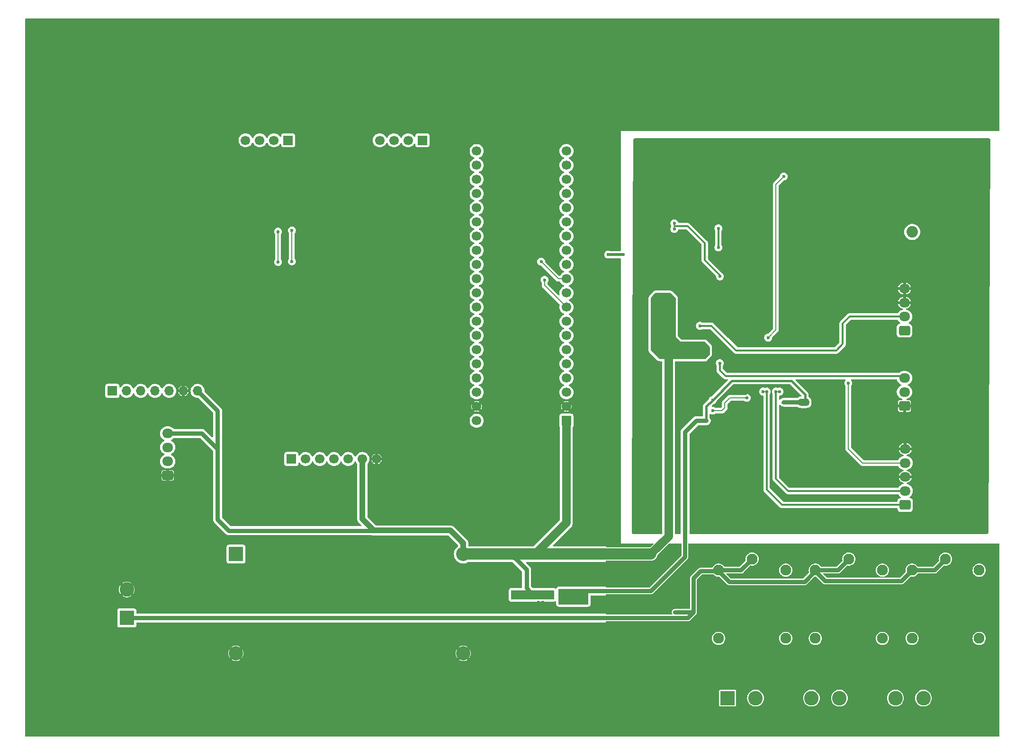
<source format=gbl>
%TF.GenerationSoftware,KiCad,Pcbnew,8.0.4*%
%TF.CreationDate,2025-02-09T10:04:46+05:30*%
%TF.ProjectId,CAR PCB,43415220-5043-4422-9e6b-696361645f70,rev?*%
%TF.SameCoordinates,Original*%
%TF.FileFunction,Copper,L2,Bot*%
%TF.FilePolarity,Positive*%
%FSLAX46Y46*%
G04 Gerber Fmt 4.6, Leading zero omitted, Abs format (unit mm)*
G04 Created by KiCad (PCBNEW 8.0.4) date 2025-02-09 10:04:46*
%MOMM*%
%LPD*%
G01*
G04 APERTURE LIST*
G04 Aperture macros list*
%AMRoundRect*
0 Rectangle with rounded corners*
0 $1 Rounding radius*
0 $2 $3 $4 $5 $6 $7 $8 $9 X,Y pos of 4 corners*
0 Add a 4 corners polygon primitive as box body*
4,1,4,$2,$3,$4,$5,$6,$7,$8,$9,$2,$3,0*
0 Add four circle primitives for the rounded corners*
1,1,$1+$1,$2,$3*
1,1,$1+$1,$4,$5*
1,1,$1+$1,$6,$7*
1,1,$1+$1,$8,$9*
0 Add four rect primitives between the rounded corners*
20,1,$1+$1,$2,$3,$4,$5,0*
20,1,$1+$1,$4,$5,$6,$7,0*
20,1,$1+$1,$6,$7,$8,$9,0*
20,1,$1+$1,$8,$9,$2,$3,0*%
G04 Aperture macros list end*
%TA.AperFunction,ComponentPad*%
%ADD10R,2.600000X2.600000*%
%TD*%
%TA.AperFunction,ComponentPad*%
%ADD11C,2.600000*%
%TD*%
%TA.AperFunction,ComponentPad*%
%ADD12RoundRect,0.250000X0.725000X-0.600000X0.725000X0.600000X-0.725000X0.600000X-0.725000X-0.600000X0*%
%TD*%
%TA.AperFunction,ComponentPad*%
%ADD13O,1.950000X1.700000*%
%TD*%
%TA.AperFunction,ComponentPad*%
%ADD14R,1.700000X1.700000*%
%TD*%
%TA.AperFunction,ComponentPad*%
%ADD15C,1.700000*%
%TD*%
%TA.AperFunction,ComponentPad*%
%ADD16O,1.700000X1.700000*%
%TD*%
%TA.AperFunction,ComponentPad*%
%ADD17C,1.950000*%
%TD*%
%TA.AperFunction,ComponentPad*%
%ADD18R,2.540000X2.540000*%
%TD*%
%TA.AperFunction,ComponentPad*%
%ADD19C,2.540000*%
%TD*%
%TA.AperFunction,ComponentPad*%
%ADD20C,2.050000*%
%TD*%
%TA.AperFunction,ComponentPad*%
%ADD21C,2.250000*%
%TD*%
%TA.AperFunction,ViaPad*%
%ADD22C,0.600000*%
%TD*%
%TA.AperFunction,Conductor*%
%ADD23C,0.500000*%
%TD*%
%TA.AperFunction,Conductor*%
%ADD24C,0.350000*%
%TD*%
%TA.AperFunction,Conductor*%
%ADD25C,0.200000*%
%TD*%
%TA.AperFunction,Conductor*%
%ADD26C,1.000000*%
%TD*%
%TA.AperFunction,Conductor*%
%ADD27C,1.500000*%
%TD*%
%TA.AperFunction,Conductor*%
%ADD28C,0.800000*%
%TD*%
%TA.AperFunction,Conductor*%
%ADD29C,2.000000*%
%TD*%
%TA.AperFunction,Conductor*%
%ADD30C,0.400000*%
%TD*%
G04 APERTURE END LIST*
D10*
%TO.P,J701,1,Pin_1*%
%TO.N,Net-(J701-Pin_1)*%
X180091000Y-157353000D03*
D11*
%TO.P,J701,2,Pin_2*%
%TO.N,Net-(J701-Pin_2)*%
X185091000Y-157353000D03*
%TO.P,J701,3,Pin_3*%
%TO.N,GNDD*%
X190091000Y-157353000D03*
%TO.P,J701,4,Pin_4*%
%TO.N,Net-(J701-Pin_4)*%
X195091000Y-157353000D03*
%TO.P,J701,5,Pin_5*%
%TO.N,Net-(J701-Pin_5)*%
X200091000Y-157353000D03*
%TO.P,J701,6,Pin_6*%
%TO.N,GNDD*%
X205091000Y-157353000D03*
%TO.P,J701,7,Pin_7*%
%TO.N,Net-(J701-Pin_7)*%
X210091000Y-157353000D03*
%TO.P,J701,8,Pin_8*%
%TO.N,Net-(J701-Pin_8)*%
X215091000Y-157353000D03*
%TO.P,J701,9,Pin_9*%
%TO.N,GNDD*%
X220091000Y-157353000D03*
%TD*%
D12*
%TO.P,SW201,1,A*%
%TO.N,unconnected-(SW201-A-Pad1)*%
X211709000Y-91567000D03*
D13*
%TO.P,SW201,2,B*%
%TO.N,Net-(U201-H{slash}L_PWR)*%
X211709000Y-89067000D03*
%TO.P,SW201,3,C*%
%TO.N,GNDA*%
X211709000Y-86567000D03*
%TO.P,SW201,4,A*%
X211709000Y-84067000D03*
%TD*%
D14*
%TO.P,J401,1,Pin_1*%
%TO.N,/LORA/M0*%
X102108000Y-114554000D03*
D15*
%TO.P,J401,2,Pin_2*%
%TO.N,/LORA/M1*%
X104648000Y-114554000D03*
%TO.P,J401,3,Pin_3*%
%TO.N,/LORA/UART_RX*%
X107188000Y-114554000D03*
%TO.P,J401,4,Pin_4*%
%TO.N,/LORA/UART_TX*%
X109728000Y-114554000D03*
%TO.P,J401,5,Pin_5*%
%TO.N,/LORA/AUX*%
X112268000Y-114554000D03*
%TO.P,J401,6,Pin_6*%
%TO.N,5V*%
X114808000Y-114554000D03*
%TO.P,J401,7,Pin_7*%
%TO.N,GNDD*%
X117348000Y-114554000D03*
D14*
%TO.P,J401,8*%
%TO.N,N/C*%
X125538000Y-57514000D03*
D15*
%TO.P,J401,9*%
X122998000Y-57514000D03*
%TO.P,J401,10*%
X120458000Y-57514000D03*
%TO.P,J401,11*%
X117918000Y-57514000D03*
D14*
%TO.P,J401,12*%
X101538000Y-57514000D03*
D15*
%TO.P,J401,13*%
X98998000Y-57514000D03*
%TO.P,J401,14*%
X96458000Y-57514000D03*
%TO.P,J401,15*%
X93918000Y-57514000D03*
%TD*%
D12*
%TO.P,J201,1,P1*%
%TO.N,/RF Voice/HEADPHONE L*%
X211836000Y-122776000D03*
D13*
%TO.P,J201,2,P2*%
%TO.N,/RF Voice/HEADPHONE R*%
X211836000Y-120276000D03*
%TO.P,J201,3,P3*%
%TO.N,GNDA*%
X211836000Y-117776000D03*
%TO.P,J201,4,P3*%
%TO.N,MIC_LINE_IN*%
X211836000Y-115276000D03*
%TO.P,J201,5,P5*%
%TO.N,GNDA*%
X211836000Y-112776000D03*
%TD*%
D14*
%TO.P,J601,1,Pin_1*%
%TO.N,/CAN_Module/INT*%
X70104000Y-102362000D03*
D16*
%TO.P,J601,2,Pin_2*%
%TO.N,/CAN_Module/SCK*%
X72644000Y-102362000D03*
%TO.P,J601,3,Pin_3*%
%TO.N,/CAN_Module/MOSI*%
X75184000Y-102362000D03*
%TO.P,J601,4,Pin_4*%
%TO.N,/CAN_Module/MISO*%
X77724000Y-102362000D03*
%TO.P,J601,5,Pin_5*%
%TO.N,/CAN_Module/CS*%
X80264000Y-102362000D03*
%TO.P,J601,6,Pin_6*%
%TO.N,GNDD*%
X82804000Y-102362000D03*
%TO.P,J601,7,Pin_7*%
%TO.N,5V*%
X85344000Y-102362000D03*
%TD*%
D17*
%TO.P,K701,COIL1*%
%TO.N,+12V*%
X178484500Y-134461000D03*
%TO.P,K701,COIL2*%
%TO.N,Net-(U701-O1)*%
X190484500Y-134461000D03*
%TO.P,K701,COM*%
%TO.N,+12V*%
X184484500Y-132461000D03*
%TO.P,K701,NC*%
%TO.N,Net-(J701-Pin_2)*%
X190484500Y-146661000D03*
%TO.P,K701,NO*%
%TO.N,Net-(J701-Pin_1)*%
X178484500Y-146661000D03*
%TD*%
%TO.P,K702,COIL1*%
%TO.N,+12V*%
X195772000Y-134461000D03*
%TO.P,K702,COIL2*%
%TO.N,Net-(U701-O2)*%
X207772000Y-134461000D03*
%TO.P,K702,COM*%
%TO.N,+12V*%
X201772000Y-132461000D03*
%TO.P,K702,NC*%
%TO.N,Net-(J701-Pin_5)*%
X207772000Y-146661000D03*
%TO.P,K702,NO*%
%TO.N,Net-(J701-Pin_4)*%
X195772000Y-146661000D03*
%TD*%
D12*
%TO.P,J501,1,Pin_1*%
%TO.N,GNDD*%
X80010000Y-117482000D03*
D13*
%TO.P,J501,2,Pin_2*%
%TO.N,/Display/UART_TX*%
X80010000Y-114982000D03*
%TO.P,J501,3,Pin_3*%
%TO.N,/Display/UART_RX*%
X80010000Y-112482000D03*
%TO.P,J501,4,Pin_4*%
%TO.N,5V*%
X80010000Y-109982000D03*
%TD*%
D18*
%TO.P,U101,1,Vin*%
%TO.N,+12V*%
X92202000Y-131572000D03*
D19*
%TO.P,U101,2,GND*%
%TO.N,GNDD*%
X92202000Y-149352000D03*
%TO.P,U101,3,GND*%
X132842000Y-149352000D03*
%TO.P,U101,4,Vout*%
%TO.N,5V*%
X132842000Y-131572000D03*
%TD*%
D10*
%TO.P,J102,1,Pin_1*%
%TO.N,+12V*%
X72690000Y-143007000D03*
D11*
%TO.P,J102,2,Pin_2*%
%TO.N,GNDD*%
X72690000Y-137927000D03*
%TD*%
D17*
%TO.P,K703,COIL1*%
%TO.N,+12V*%
X213059500Y-134461000D03*
%TO.P,K703,COIL2*%
%TO.N,Net-(U701-O3)*%
X225059500Y-134461000D03*
%TO.P,K703,COM*%
%TO.N,+12V*%
X219059500Y-132461000D03*
%TO.P,K703,NC*%
%TO.N,Net-(J701-Pin_8)*%
X225059500Y-146661000D03*
%TO.P,K703,NO*%
%TO.N,Net-(J701-Pin_7)*%
X213059500Y-146661000D03*
%TD*%
D12*
%TO.P,RV201,1,1*%
%TO.N,GNDA*%
X211709000Y-105069000D03*
D13*
%TO.P,RV201,2,2*%
%TO.N,Net-(C201-Pad1)*%
X211709000Y-102569000D03*
%TO.P,RV201,3,3*%
%TO.N,Net-(U201-AUD_OUT)*%
X211709000Y-100069000D03*
%TD*%
D15*
%TO.P,U301,1,PB12*%
%TO.N,unconnected-(U301-PB12-Pad1)*%
X135231000Y-59436000D03*
%TO.P,U301,2,PB13*%
%TO.N,unconnected-(U301-PB13-Pad2)*%
X135231000Y-61976000D03*
%TO.P,U301,3,PB14*%
%TO.N,/LORA/M1*%
X135231000Y-64516000D03*
%TO.P,U301,4,PB15*%
%TO.N,/LORA/M0*%
X135231000Y-67056000D03*
%TO.P,U301,5,PA8*%
%TO.N,unconnected-(U301-PA8-Pad5)*%
X135231000Y-69596000D03*
%TO.P,U301,6,PA9*%
%TO.N,/Display/UART_RX*%
X135231000Y-72136000D03*
%TO.P,U301,7,PA10*%
%TO.N,/Display/UART_TX*%
X135231000Y-74676000D03*
%TO.P,U301,8,PA11*%
%TO.N,/LORA/UART_RX*%
X135231000Y-77216000D03*
%TO.P,U301,9,PA12*%
%TO.N,/LORA/UART_TX*%
X135231000Y-79756000D03*
%TO.P,U301,10,PA15*%
%TO.N,unconnected-(U301-PA15-Pad10)*%
X135231000Y-82296000D03*
%TO.P,U301,11,PB3*%
%TO.N,unconnected-(U301-PB3-Pad11)*%
X135231000Y-84836000D03*
%TO.P,U301,12,PB4*%
%TO.N,/Microcontroller/IN1*%
X135231000Y-87376000D03*
%TO.P,U301,13,PB5*%
%TO.N,/Microcontroller/IN2*%
X135231000Y-89916000D03*
%TO.P,U301,14,PB6*%
%TO.N,/Microcontroller/IN3*%
X135231000Y-92456000D03*
%TO.P,U301,15,PB7*%
%TO.N,/Microcontroller/IN4*%
X135231000Y-94996000D03*
%TO.P,U301,16,PB8*%
%TO.N,/Microcontroller/IN5*%
X135231000Y-97536000D03*
%TO.P,U301,17,PB9*%
%TO.N,unconnected-(U301-PB9-Pad17)*%
X135231000Y-100076000D03*
%TO.P,U301,18,5V*%
%TO.N,unconnected-(U301-5V-Pad18)*%
X135231000Y-102616000D03*
%TO.P,U301,19,GND*%
%TO.N,GNDD*%
X135231000Y-105156000D03*
%TO.P,U301,20,3.3V*%
%TO.N,+3.3V*%
X135231000Y-107696000D03*
%TO.P,U301,21,VBat*%
%TO.N,unconnected-(U301-VBat-Pad21)*%
X151281000Y-59436000D03*
%TO.P,U301,22,PC13*%
%TO.N,unconnected-(U301-PC13-Pad22)*%
X151281000Y-61976000D03*
%TO.P,U301,23,PC14*%
%TO.N,unconnected-(U301-PC14-Pad23)*%
X151281000Y-64516000D03*
%TO.P,U301,24,PC15*%
%TO.N,unconnected-(U301-PC15-Pad24)*%
X151281000Y-67056000D03*
%TO.P,U301,25,RST*%
%TO.N,unconnected-(U301-RST-Pad25)*%
X151281000Y-69596000D03*
%TO.P,U301,26,PA0*%
%TO.N,unconnected-(U301-PA0-Pad26)*%
X151281000Y-72136000D03*
%TO.P,U301,27,PA1*%
%TO.N,unconnected-(U301-PA1-Pad27)*%
X151281000Y-74676000D03*
%TO.P,U301,28,PA2*%
%TO.N,/Microcontroller/UART2_TX*%
X151281000Y-77216000D03*
%TO.P,U301,29,PA3*%
%TO.N,/Microcontroller/UART2_RX*%
X151281000Y-79756000D03*
%TO.P,U301,30,PA4*%
%TO.N,/CAN_Module/CS*%
X151281000Y-82296000D03*
%TO.P,U301,31,PA5*%
%TO.N,/CAN_Module/SCK*%
X151281000Y-84836000D03*
%TO.P,U301,32,PA6*%
%TO.N,/CAN_Module/MISO*%
X151281000Y-87376000D03*
%TO.P,U301,33,PA7*%
%TO.N,/CAN_Module/MOSI*%
X151281000Y-89916000D03*
%TO.P,U301,34,PB0*%
%TO.N,unconnected-(U301-PB0-Pad34)*%
X151281000Y-92456000D03*
%TO.P,U301,35,PB1*%
%TO.N,unconnected-(U301-PB1-Pad35)*%
X151281000Y-94996000D03*
%TO.P,U301,36,PB2*%
%TO.N,unconnected-(U301-PB2-Pad36)*%
X151281000Y-97536000D03*
%TO.P,U301,37,PB10*%
%TO.N,unconnected-(U301-PB10-Pad37)*%
X151281000Y-100076000D03*
%TO.P,U301,38,3.3V*%
%TO.N,unconnected-(U301-3.3V-Pad38)*%
X151281000Y-102616000D03*
%TO.P,U301,39,GND*%
%TO.N,GNDD*%
X151281000Y-105156000D03*
D14*
%TO.P,U301,40,5V*%
%TO.N,5V*%
X151281000Y-107696000D03*
%TD*%
D20*
%TO.P,AE101,1,A*%
%TO.N,/RF Voice/ANTENNA_LINE*%
X213106000Y-73914000D03*
D21*
%TO.P,AE101,2,Shield*%
%TO.N,GNDA*%
X210566000Y-76454000D03*
X215646000Y-76454000D03*
X210566000Y-71374000D03*
X215646000Y-71374000D03*
%TD*%
D22*
%TO.N,/Microcontroller/UART2_TX*%
X158750000Y-77978000D03*
X161417000Y-77978000D03*
%TO.N,GNDA*%
X182559000Y-86710000D03*
X182559000Y-91710000D03*
X201549000Y-73025000D03*
X181259000Y-90710000D03*
X185159000Y-90710000D03*
X185159000Y-89710000D03*
X181259000Y-91710000D03*
X182559000Y-88710000D03*
X194691000Y-91694000D03*
X183859000Y-91710000D03*
X205232000Y-74930000D03*
X183859000Y-92710000D03*
X185159000Y-85710000D03*
X196342000Y-82550000D03*
X185159000Y-87710000D03*
X179959000Y-88710000D03*
X179959000Y-87710000D03*
X199009000Y-75819000D03*
X201549000Y-74930000D03*
X183859000Y-89710000D03*
X181259000Y-92710000D03*
X185159000Y-88710000D03*
X198247000Y-86995000D03*
X182559000Y-90710000D03*
X205232000Y-73025000D03*
X182559000Y-89710000D03*
X208280000Y-73025000D03*
X196342000Y-78867000D03*
X185159000Y-86710000D03*
X194691000Y-89789000D03*
X179959000Y-86710000D03*
X183261000Y-102870000D03*
X182559000Y-87710000D03*
X182559000Y-85710000D03*
X179959000Y-89710000D03*
X181259000Y-89710000D03*
X185159000Y-91710000D03*
X197739000Y-74549000D03*
X183859000Y-90710000D03*
X183859000Y-85710000D03*
X183859000Y-86710000D03*
X181259000Y-88710000D03*
X181259000Y-85710000D03*
X196342000Y-86995000D03*
X198247000Y-78867000D03*
X181259000Y-87710000D03*
X185159000Y-92710000D03*
X208280000Y-74930000D03*
X179959000Y-90710000D03*
X179959000Y-85725000D03*
X181259000Y-86710000D03*
X183859000Y-87710000D03*
X183859000Y-88710000D03*
X198247000Y-82550000D03*
X182559000Y-92710000D03*
%TO.N,Net-(U201-AUD_OUT)*%
X170561000Y-73399000D03*
X178729000Y-81875000D03*
X178689000Y-97409000D03*
X170561000Y-72383000D03*
%TO.N,5V*%
X146177000Y-139319000D03*
X114808000Y-119253000D03*
X146939000Y-138557000D03*
X168640000Y-92252800D03*
X167640000Y-89252800D03*
X146177000Y-138557000D03*
X167640000Y-90252800D03*
X172431200Y-95164400D03*
X167640000Y-91252800D03*
X168640000Y-91252800D03*
X168640000Y-90252800D03*
X171431200Y-94164400D03*
X168640000Y-88252800D03*
X114808000Y-118618000D03*
X169640000Y-91252800D03*
X167640000Y-92252800D03*
X146939000Y-139319000D03*
X114808000Y-117983000D03*
X173431200Y-94164400D03*
X172431200Y-94164400D03*
X171431200Y-96164400D03*
X173431200Y-95164400D03*
X169640000Y-89252800D03*
X169640000Y-88252800D03*
X173431200Y-96164400D03*
X169640000Y-90252800D03*
X172431200Y-96164400D03*
X167640000Y-88252800D03*
X171431200Y-95164400D03*
X169640000Y-92252800D03*
X168640000Y-89252800D03*
%TO.N,Net-(U201-AUDIO_ON)*%
X178435000Y-73279000D03*
X178435000Y-76708000D03*
%TO.N,Net-(U201-H{slash}L_PWR)*%
X175133000Y-90721000D03*
%TO.N,MIC_LINE_IN*%
X190119000Y-64008000D03*
X201676000Y-100965000D03*
X187325000Y-92837000D03*
%TO.N,Net-(U202-Y)*%
X183515000Y-103632000D03*
X177419000Y-105918000D03*
%TO.N,/RF Voice/HEADPHONE R*%
X188722000Y-102489000D03*
X189357000Y-102489000D03*
%TO.N,/RF Voice/HEADPHONE L*%
X186436000Y-102489000D03*
X187071000Y-102489000D03*
%TO.N,/LORA/M1*%
X99720400Y-73863200D03*
X99720400Y-79298800D03*
%TO.N,GNDD*%
X159893000Y-156591000D03*
X99060000Y-61087000D03*
X127254000Y-136652000D03*
X102870000Y-64897000D03*
X118999000Y-117348000D03*
X120523000Y-66167000D03*
X93980000Y-106553000D03*
X165862000Y-151511000D03*
X96520000Y-105283000D03*
X100330000Y-62357000D03*
X159893000Y-159131000D03*
X117983000Y-62357000D03*
X99060000Y-107823000D03*
X93980000Y-104013000D03*
X100330000Y-107823000D03*
X104140000Y-102743000D03*
X97790000Y-62357000D03*
X96520000Y-107823000D03*
X102870000Y-107823000D03*
X102870000Y-61087000D03*
X97790000Y-106553000D03*
X104140000Y-63627000D03*
X116713000Y-62357000D03*
X114173000Y-64897000D03*
X143637000Y-67056000D03*
X123063000Y-63627000D03*
X105410000Y-106553000D03*
X117475000Y-117348000D03*
X105410000Y-61087000D03*
X97790000Y-104013000D03*
X159893000Y-155321000D03*
X95250000Y-61087000D03*
X104140000Y-66167000D03*
X96520000Y-106553000D03*
X165862000Y-147701000D03*
X96520000Y-102743000D03*
X102870000Y-63627000D03*
X105410000Y-104013000D03*
X93980000Y-102743000D03*
X165862000Y-150241000D03*
X99314000Y-135382000D03*
X102870000Y-66167000D03*
X99060000Y-106553000D03*
X165862000Y-157861000D03*
X146304000Y-140208000D03*
X143637000Y-69596000D03*
X100330000Y-64897000D03*
X112217200Y-102666800D03*
X159893000Y-151511000D03*
X165862000Y-155321000D03*
X102870000Y-104013000D03*
X123063000Y-62357000D03*
X96520000Y-66167000D03*
X93980000Y-62357000D03*
X115443000Y-66167000D03*
X125603000Y-63627000D03*
X97790000Y-63627000D03*
X99060000Y-62357000D03*
X96520000Y-63627000D03*
X125603000Y-62357000D03*
X99314000Y-141732000D03*
X104140000Y-61087000D03*
X116713000Y-66167000D03*
X100330000Y-105283000D03*
X105410000Y-64897000D03*
X102870000Y-102743000D03*
X105410000Y-105283000D03*
X143637000Y-70866000D03*
X117983000Y-66167000D03*
X93980000Y-105283000D03*
X114173000Y-66167000D03*
X125603000Y-66167000D03*
X119253000Y-64897000D03*
X97790000Y-64897000D03*
X105410000Y-63627000D03*
X96520000Y-104013000D03*
X104140000Y-104013000D03*
X165862000Y-159131000D03*
X127254000Y-141732000D03*
X97790000Y-105283000D03*
X100330000Y-66167000D03*
X123063000Y-64897000D03*
X101600000Y-102743000D03*
X97790000Y-107823000D03*
X127254000Y-140462000D03*
X95250000Y-64897000D03*
X99314000Y-145542000D03*
X100330000Y-104013000D03*
X93980000Y-107823000D03*
X102870000Y-62357000D03*
X95250000Y-66167000D03*
X101600000Y-61087000D03*
X143637000Y-61976000D03*
X104140000Y-64897000D03*
X116713000Y-61087000D03*
X121793000Y-62357000D03*
X125603000Y-64897000D03*
X101600000Y-66167000D03*
X115443000Y-62357000D03*
X119253000Y-62357000D03*
X123063000Y-61087000D03*
X143637000Y-74676000D03*
X99060000Y-63627000D03*
X95250000Y-102743000D03*
X143637000Y-73406000D03*
X115443000Y-63627000D03*
X95250000Y-106553000D03*
X143637000Y-59436000D03*
X127254000Y-144272000D03*
X159893000Y-148971000D03*
X127254000Y-137922000D03*
X101600000Y-62357000D03*
X118999000Y-119634000D03*
X99060000Y-64897000D03*
X165862000Y-148971000D03*
X159893000Y-157861000D03*
X120523000Y-61087000D03*
X123063000Y-66167000D03*
X101600000Y-105283000D03*
X143637000Y-60706000D03*
X120523000Y-63627000D03*
X120523000Y-62357000D03*
X105410000Y-107823000D03*
X104140000Y-105283000D03*
X95250000Y-105283000D03*
X95250000Y-104013000D03*
X99060000Y-104013000D03*
X121793000Y-61087000D03*
X100330000Y-63627000D03*
X117983000Y-64897000D03*
X124333000Y-61087000D03*
X127254000Y-139192000D03*
X96520000Y-62357000D03*
X159893000Y-147701000D03*
X99060000Y-105283000D03*
X119253000Y-66167000D03*
X99060000Y-102743000D03*
X114173000Y-62357000D03*
X102870000Y-106553000D03*
X117983000Y-61087000D03*
X143637000Y-58166000D03*
X95250000Y-107823000D03*
X114173000Y-61087000D03*
X159893000Y-150241000D03*
X165862000Y-154051000D03*
X101600000Y-104013000D03*
X99314000Y-139192000D03*
X124333000Y-63627000D03*
X93980000Y-66167000D03*
X116713000Y-64897000D03*
X125603000Y-61087000D03*
X114427000Y-85217000D03*
X165862000Y-156591000D03*
X165862000Y-152781000D03*
X99314000Y-140462000D03*
X93980000Y-64897000D03*
X105410000Y-66167000D03*
X127254000Y-145542000D03*
X99314000Y-136652000D03*
X95250000Y-63627000D03*
X121793000Y-66167000D03*
X101600000Y-106553000D03*
X101600000Y-63627000D03*
X96520000Y-61087000D03*
X115443000Y-61087000D03*
X104140000Y-107823000D03*
X104140000Y-106553000D03*
X105410000Y-62357000D03*
X143637000Y-63246000D03*
X124333000Y-64897000D03*
X100330000Y-61087000D03*
X119253000Y-61087000D03*
X117475000Y-119634000D03*
X100330000Y-102743000D03*
X97790000Y-66167000D03*
X101600000Y-64897000D03*
X93980000Y-61087000D03*
X159893000Y-154051000D03*
X127254000Y-146812000D03*
X116713000Y-63627000D03*
X143637000Y-75946000D03*
X93980000Y-63627000D03*
X127254000Y-135382000D03*
X159893000Y-152781000D03*
X102870000Y-105283000D03*
X143637000Y-65786000D03*
X99314000Y-144272000D03*
X95250000Y-62357000D03*
X96520000Y-64897000D03*
X114173000Y-63627000D03*
X124333000Y-62357000D03*
X101600000Y-107823000D03*
X143637000Y-68326000D03*
X147066000Y-140208000D03*
X120523000Y-64897000D03*
X99060000Y-66167000D03*
X117983000Y-63627000D03*
X100330000Y-106553000D03*
X124333000Y-66167000D03*
X97790000Y-61087000D03*
X121793000Y-63627000D03*
X121793000Y-64897000D03*
X104140000Y-62357000D03*
X115443000Y-64897000D03*
X143637000Y-64516000D03*
X105410000Y-102743000D03*
X143637000Y-72136000D03*
X93980000Y-85344000D03*
X119253000Y-63627000D03*
X99314000Y-146812000D03*
X97790000Y-102743000D03*
X99314000Y-137922000D03*
%TO.N,/LORA/M0*%
X102209600Y-79197200D03*
X102209600Y-73660000D03*
%TO.N,3.3V*%
X152400000Y-140208000D03*
X151765000Y-138176000D03*
X151638000Y-140208000D03*
X153289000Y-138176000D03*
X192024000Y-104394000D03*
X177419000Y-104013000D03*
X192786000Y-104394000D03*
X152527000Y-138176000D03*
X153162000Y-140208000D03*
%TO.N,+12V*%
X173990000Y-141986000D03*
X173228000Y-141986000D03*
%TO.N,/CAN_Module/MISO*%
X147370800Y-82499200D03*
%TO.N,/CAN_Module/CS*%
X146761200Y-79248000D03*
%TD*%
D23*
%TO.N,/Microcontroller/UART2_TX*%
X161417000Y-77978000D02*
X158750000Y-77978000D01*
D24*
%TO.N,GNDA*%
X201723000Y-86567000D02*
X211709000Y-86567000D01*
D23*
X173101000Y-81821000D02*
X173101000Y-81821000D01*
D24*
X199898000Y-88392000D02*
X201723000Y-86567000D01*
D23*
X171229000Y-81821000D02*
X171196000Y-81788000D01*
D24*
X198882000Y-94234000D02*
X199898000Y-93218000D01*
X199898000Y-93218000D02*
X199898000Y-88392000D01*
X176784000Y-84074000D02*
X176784000Y-88900000D01*
X171196000Y-81788000D02*
X174498000Y-81788000D01*
X182118000Y-94234000D02*
X198882000Y-94234000D01*
X176784000Y-88900000D02*
X182118000Y-94234000D01*
X174498000Y-81788000D02*
X176784000Y-84074000D01*
%TO.N,Net-(U201-AUD_OUT)*%
X172967000Y-72891000D02*
X170561000Y-72891000D01*
X179712000Y-99695000D02*
X211335000Y-99695000D01*
X178729000Y-81701000D02*
X176022000Y-78994000D01*
X211335000Y-99695000D02*
X211709000Y-100069000D01*
X178689000Y-97409000D02*
X178689000Y-98672000D01*
X178689000Y-98672000D02*
X179712000Y-99695000D01*
X178729000Y-81875000D02*
X178729000Y-81701000D01*
D25*
X170561000Y-72891000D02*
X170561000Y-72383000D01*
X170561000Y-73399000D02*
X170561000Y-72891000D01*
D24*
X176022000Y-78994000D02*
X176022000Y-75946000D01*
X176022000Y-75946000D02*
X172967000Y-72891000D01*
D26*
%TO.N,5V*%
X114808000Y-125323600D02*
X114808000Y-119253000D01*
D27*
X169545000Y-128397000D02*
X166370000Y-131572000D01*
D26*
X132842000Y-129641600D02*
X130556000Y-127355600D01*
D28*
X90932000Y-127381000D02*
X88900000Y-125349000D01*
X88900000Y-125349000D02*
X88900000Y-112776000D01*
D26*
X114808000Y-117983000D02*
X114808000Y-114554000D01*
X114808000Y-118618000D02*
X114808000Y-117983000D01*
D28*
X145034000Y-138557000D02*
X144145000Y-137668000D01*
X116840000Y-127355600D02*
X116814600Y-127381000D01*
D29*
X166370000Y-131572000D02*
X154482800Y-131572000D01*
D26*
X132842000Y-131572000D02*
X132842000Y-129641600D01*
D28*
X88900000Y-105918000D02*
X85344000Y-102362000D01*
X88900000Y-112776000D02*
X86106000Y-109982000D01*
D26*
X130556000Y-127355600D02*
X116840000Y-127355600D01*
D29*
X154482800Y-131572000D02*
X139065000Y-131572000D01*
D27*
X143002000Y-131572000D02*
X144653000Y-131572000D01*
D26*
X116840000Y-127355600D02*
X114808000Y-125323600D01*
D27*
X144653000Y-131572000D02*
X145669000Y-131572000D01*
X145669000Y-131572000D02*
X151281000Y-125960000D01*
D28*
X86106000Y-109982000D02*
X80010000Y-109982000D01*
X144145000Y-137668000D02*
X144145000Y-134366000D01*
D29*
X139065000Y-131572000D02*
X132842000Y-131572000D01*
D28*
X146177000Y-138557000D02*
X145034000Y-138557000D01*
D27*
X151281000Y-125960000D02*
X151281000Y-107696000D01*
D26*
X114808000Y-119253000D02*
X114808000Y-118618000D01*
D28*
X116814600Y-127381000D02*
X90932000Y-127381000D01*
D27*
X139065000Y-131572000D02*
X143002000Y-131572000D01*
X169545000Y-96393000D02*
X169545000Y-128397000D01*
D28*
X144145000Y-134366000D02*
X141351000Y-131572000D01*
X88900000Y-112776000D02*
X88900000Y-105918000D01*
D27*
X168910000Y-95758000D02*
X169545000Y-96393000D01*
D24*
%TO.N,Net-(U201-AUDIO_ON)*%
X178435000Y-76708000D02*
X178435000Y-73279000D01*
%TO.N,Net-(U201-H{slash}L_PWR)*%
X201890000Y-89067000D02*
X211709000Y-89067000D01*
X200660000Y-93980000D02*
X200660000Y-90297000D01*
X177208000Y-90721000D02*
X181610000Y-95123000D01*
X199517000Y-95123000D02*
X200660000Y-93980000D01*
X175133000Y-90721000D02*
X177208000Y-90721000D01*
X200660000Y-90297000D02*
X201890000Y-89067000D01*
X181610000Y-95123000D02*
X199517000Y-95123000D01*
D25*
%TO.N,MIC_LINE_IN*%
X188722000Y-91440000D02*
X187325000Y-92837000D01*
X201676000Y-100965000D02*
X201676000Y-112776000D01*
X201676000Y-112776000D02*
X204176000Y-115276000D01*
X188722000Y-65405000D02*
X188722000Y-91440000D01*
X204176000Y-115276000D02*
X211836000Y-115276000D01*
X190119000Y-64008000D02*
X188722000Y-65405000D01*
%TO.N,Net-(U202-Y)*%
X179578000Y-105410000D02*
X179578000Y-104521000D01*
X177419000Y-105918000D02*
X179070000Y-105918000D01*
X180467000Y-103632000D02*
X183515000Y-103632000D01*
X183515000Y-103632000D02*
X183642000Y-103759000D01*
X179578000Y-104521000D02*
X180467000Y-103632000D01*
X179070000Y-105918000D02*
X179578000Y-105410000D01*
D24*
%TO.N,/RF Voice/HEADPHONE R*%
X188722000Y-118110000D02*
X190888000Y-120276000D01*
D25*
X188722000Y-102489000D02*
X189357000Y-102489000D01*
D24*
X188722000Y-102489000D02*
X188722000Y-118110000D01*
X190888000Y-120276000D02*
X211836000Y-120276000D01*
D25*
%TO.N,/RF Voice/HEADPHONE L*%
X186436000Y-102489000D02*
X187071000Y-102489000D01*
D24*
X187071000Y-102489000D02*
X187071000Y-120015000D01*
X189832000Y-122776000D02*
X211836000Y-122776000D01*
X187071000Y-120015000D02*
X189832000Y-122776000D01*
D25*
%TO.N,/LORA/M1*%
X99720400Y-79298800D02*
X99720400Y-73863200D01*
X99720400Y-73863200D02*
X99720400Y-73710800D01*
%TO.N,/LORA/M0*%
X102209600Y-73660000D02*
X102209600Y-73609200D01*
X102209600Y-79197200D02*
X102209600Y-73660000D01*
D30*
%TO.N,3.3V*%
X177419000Y-104013000D02*
X176276000Y-105156000D01*
X180848000Y-100584000D02*
X191516000Y-100584000D01*
D28*
X174498000Y-107696000D02*
X172466000Y-109728000D01*
X172466000Y-109728000D02*
X172466000Y-132080000D01*
X176276000Y-107696000D02*
X174498000Y-107696000D01*
D30*
X193929000Y-102997000D02*
X193929000Y-104267000D01*
D28*
X166370000Y-138176000D02*
X154813000Y-138176000D01*
D30*
X176276000Y-105156000D02*
X176276000Y-107696000D01*
X191516000Y-100584000D02*
X193929000Y-102997000D01*
X177419000Y-104013000D02*
X180848000Y-100584000D01*
D28*
X172466000Y-132080000D02*
X166370000Y-138176000D01*
%TO.N,+12V*%
X178484500Y-134461000D02*
X182484500Y-134461000D01*
X199772000Y-134461000D02*
X201772000Y-132461000D01*
X175260000Y-134620000D02*
X178484500Y-134620000D01*
X195772000Y-134461000D02*
X199772000Y-134461000D01*
X180389500Y-136525000D02*
X193867000Y-136525000D01*
X193867000Y-136525000D02*
X195772000Y-134620000D01*
X197550000Y-136398000D02*
X211122500Y-136398000D01*
X172969000Y-143007000D02*
X173990000Y-141986000D01*
X173990000Y-135890000D02*
X175260000Y-134620000D01*
X211122500Y-136398000D02*
X213059500Y-134461000D01*
X72690000Y-143007000D02*
X172969000Y-143007000D01*
X178484500Y-134620000D02*
X180389500Y-136525000D01*
X173990000Y-141986000D02*
X173990000Y-135890000D01*
X217059500Y-134461000D02*
X219059500Y-132461000D01*
X195772000Y-134620000D02*
X197550000Y-136398000D01*
X182484500Y-134461000D02*
X184484500Y-132461000D01*
X213059500Y-134461000D02*
X217059500Y-134461000D01*
D25*
%TO.N,/CAN_Module/MISO*%
X147370800Y-82499200D02*
X147370800Y-83465800D01*
X147370800Y-83465800D02*
X151281000Y-87376000D01*
%TO.N,/CAN_Module/CS*%
X146761200Y-79248000D02*
X149809200Y-82296000D01*
X149809200Y-82296000D02*
X151281000Y-82296000D01*
%TD*%
%TA.AperFunction,Conductor*%
%TO.N,+12V*%
G36*
X173993807Y-141605603D02*
G01*
X174100070Y-141622433D01*
X174114651Y-141627171D01*
X174207032Y-141674242D01*
X174219434Y-141683253D01*
X174292746Y-141756565D01*
X174301757Y-141768967D01*
X174348828Y-141861348D01*
X174353566Y-141875928D01*
X174369786Y-141978334D01*
X174369786Y-141993666D01*
X174353566Y-142096071D01*
X174348828Y-142110651D01*
X174301757Y-142203032D01*
X174292746Y-142215434D01*
X174219434Y-142288746D01*
X174207032Y-142297757D01*
X174114651Y-142344828D01*
X174100071Y-142349566D01*
X174006727Y-142364350D01*
X173993806Y-142366397D01*
X173986142Y-142367000D01*
X170691858Y-142367000D01*
X170684193Y-142366397D01*
X170577929Y-142349566D01*
X170563348Y-142344828D01*
X170470967Y-142297757D01*
X170458565Y-142288746D01*
X170385253Y-142215434D01*
X170376242Y-142203032D01*
X170329171Y-142110651D01*
X170324433Y-142096071D01*
X170308213Y-141993658D01*
X170308213Y-141978341D01*
X170324433Y-141875926D01*
X170329171Y-141861348D01*
X170376244Y-141768964D01*
X170385250Y-141756568D01*
X170458568Y-141683250D01*
X170470964Y-141674244D01*
X170563350Y-141627170D01*
X170577927Y-141622433D01*
X170684193Y-141605603D01*
X170691858Y-141605000D01*
X173986142Y-141605000D01*
X173993807Y-141605603D01*
G37*
%TD.AperFunction*%
%TD*%
%TA.AperFunction,Conductor*%
%TO.N,GNDA*%
G36*
X226755161Y-57151537D02*
G01*
X226777325Y-57155059D01*
X226834546Y-57164154D01*
X226871546Y-57176219D01*
X226934284Y-57208313D01*
X226965721Y-57231257D01*
X227015413Y-57281218D01*
X227038189Y-57312780D01*
X227069942Y-57375683D01*
X227081812Y-57412756D01*
X227094002Y-57492204D01*
X227095434Y-57511677D01*
X226718303Y-127658154D01*
X226716683Y-127677479D01*
X226703811Y-127756274D01*
X226691706Y-127792991D01*
X226659699Y-127855230D01*
X226636871Y-127886438D01*
X226587246Y-127935797D01*
X226555918Y-127958455D01*
X226493508Y-127990128D01*
X226456723Y-128002037D01*
X226377861Y-128014484D01*
X226358529Y-128016000D01*
X173390500Y-128016000D01*
X173323461Y-127996315D01*
X173277706Y-127943511D01*
X173266500Y-127892000D01*
X173266500Y-110110940D01*
X173286185Y-110043901D01*
X173302819Y-110023259D01*
X174793259Y-108532819D01*
X174854582Y-108499334D01*
X174880940Y-108496500D01*
X176354844Y-108496500D01*
X176354845Y-108496499D01*
X176509497Y-108465737D01*
X176655179Y-108405394D01*
X176786289Y-108317789D01*
X176897789Y-108206289D01*
X176985394Y-108075179D01*
X177045737Y-107929497D01*
X177076500Y-107774842D01*
X177076500Y-107617158D01*
X177076500Y-107617155D01*
X177076499Y-107617153D01*
X177045738Y-107462510D01*
X177045737Y-107462503D01*
X177045735Y-107462498D01*
X176985397Y-107316827D01*
X176985390Y-107316814D01*
X176897398Y-107185125D01*
X176876520Y-107118447D01*
X176876500Y-107116234D01*
X176876500Y-106629512D01*
X176896185Y-106562473D01*
X176948989Y-106516718D01*
X177018147Y-106506774D01*
X177058122Y-106519714D01*
X177168775Y-106577790D01*
X177333944Y-106618500D01*
X177504056Y-106618500D01*
X177669225Y-106577790D01*
X177819852Y-106498734D01*
X177875218Y-106449683D01*
X177938451Y-106419963D01*
X177957445Y-106418500D01*
X179135890Y-106418500D01*
X179135892Y-106418500D01*
X179263186Y-106384392D01*
X179377314Y-106318500D01*
X179978499Y-105717315D01*
X179979503Y-105715577D01*
X180044392Y-105603186D01*
X180078500Y-105475892D01*
X180078500Y-104779676D01*
X180098185Y-104712637D01*
X180114819Y-104691995D01*
X180637995Y-104168819D01*
X180699318Y-104135334D01*
X180725676Y-104132500D01*
X182976555Y-104132500D01*
X183043594Y-104152185D01*
X183058779Y-104163682D01*
X183114148Y-104212734D01*
X183264775Y-104291790D01*
X183429944Y-104332500D01*
X183600056Y-104332500D01*
X183765225Y-104291790D01*
X183872110Y-104235692D01*
X183915849Y-104212736D01*
X183915850Y-104212734D01*
X183915852Y-104212734D01*
X184043183Y-104099929D01*
X184139818Y-103959930D01*
X184200140Y-103800872D01*
X184220645Y-103632000D01*
X184200140Y-103463128D01*
X184139818Y-103304070D01*
X184043183Y-103164071D01*
X183948316Y-103080026D01*
X183915849Y-103051263D01*
X183765226Y-102972210D01*
X183600056Y-102931500D01*
X183429944Y-102931500D01*
X183264773Y-102972210D01*
X183114150Y-103051264D01*
X183058782Y-103100316D01*
X182995549Y-103130037D01*
X182976555Y-103131500D01*
X180401108Y-103131500D01*
X180273812Y-103165608D01*
X180159686Y-103231500D01*
X180159683Y-103231502D01*
X179177502Y-104213683D01*
X179177500Y-104213686D01*
X179111608Y-104327812D01*
X179077500Y-104455108D01*
X179077500Y-105151324D01*
X179057815Y-105218363D01*
X179041181Y-105239005D01*
X178899005Y-105381181D01*
X178837682Y-105414666D01*
X178811324Y-105417500D01*
X177957445Y-105417500D01*
X177890406Y-105397815D01*
X177875218Y-105386316D01*
X177819852Y-105337266D01*
X177819850Y-105337265D01*
X177819849Y-105337264D01*
X177669226Y-105258210D01*
X177504056Y-105217500D01*
X177363096Y-105217500D01*
X177296057Y-105197815D01*
X177250302Y-105145011D01*
X177240358Y-105075853D01*
X177269383Y-105012297D01*
X177275415Y-105005819D01*
X177419446Y-104861788D01*
X177564122Y-104717111D01*
X177622124Y-104684398D01*
X177669225Y-104672790D01*
X177819852Y-104593734D01*
X177947183Y-104480929D01*
X178043818Y-104340930D01*
X178097621Y-104199060D01*
X178125878Y-104155355D01*
X181060416Y-101220819D01*
X181121739Y-101187334D01*
X181148097Y-101184500D01*
X191215903Y-101184500D01*
X191282942Y-101204185D01*
X191303584Y-101220819D01*
X193227471Y-103144706D01*
X193260956Y-103206029D01*
X193255972Y-103275721D01*
X193214100Y-103331654D01*
X193153426Y-103355635D01*
X193128437Y-103358399D01*
X193013151Y-103375470D01*
X192994270Y-103378266D01*
X192994264Y-103378267D01*
X192994249Y-103378270D01*
X192936181Y-103391284D01*
X192922422Y-103395450D01*
X192866857Y-103416843D01*
X192866836Y-103416852D01*
X192798974Y-103448884D01*
X192744206Y-103474735D01*
X192744197Y-103474739D01*
X192744192Y-103474742D01*
X192717711Y-103488454D01*
X192711431Y-103492005D01*
X192686105Y-103507578D01*
X192567463Y-103586674D01*
X192500764Y-103607482D01*
X192498680Y-103607500D01*
X190122846Y-103607500D01*
X190091069Y-103608747D01*
X190083386Y-103609352D01*
X190051785Y-103613091D01*
X190051773Y-103613092D01*
X190051772Y-103613093D01*
X190029985Y-103616543D01*
X190029973Y-103616545D01*
X190029970Y-103616545D01*
X189945495Y-103629924D01*
X189883593Y-103644788D01*
X189869050Y-103649514D01*
X189869016Y-103649526D01*
X189810266Y-103673862D01*
X189810243Y-103673872D01*
X189717886Y-103720932D01*
X189717856Y-103720948D01*
X189663633Y-103754177D01*
X189663600Y-103754199D01*
X189651233Y-103763184D01*
X189651221Y-103763193D01*
X189602840Y-103804514D01*
X189602830Y-103804523D01*
X189529522Y-103877831D01*
X189515790Y-103893910D01*
X189457282Y-103932102D01*
X189387414Y-103932600D01*
X189328368Y-103895246D01*
X189298891Y-103831899D01*
X189297500Y-103813377D01*
X189297500Y-103313500D01*
X189317185Y-103246461D01*
X189369989Y-103200706D01*
X189421500Y-103189500D01*
X189442056Y-103189500D01*
X189607225Y-103148790D01*
X189686692Y-103107081D01*
X189757849Y-103069736D01*
X189757850Y-103069734D01*
X189757852Y-103069734D01*
X189885183Y-102956929D01*
X189981818Y-102816930D01*
X190042140Y-102657872D01*
X190062645Y-102489000D01*
X190042140Y-102320128D01*
X189981818Y-102161070D01*
X189885183Y-102021071D01*
X189790316Y-101937026D01*
X189757849Y-101908263D01*
X189607226Y-101829210D01*
X189442056Y-101788500D01*
X189271944Y-101788500D01*
X189106776Y-101829209D01*
X189097125Y-101834275D01*
X189028616Y-101847999D01*
X188981875Y-101834275D01*
X188972223Y-101829209D01*
X188807056Y-101788500D01*
X188636944Y-101788500D01*
X188471773Y-101829210D01*
X188321150Y-101908263D01*
X188193816Y-102021072D01*
X188097182Y-102161068D01*
X188036860Y-102320125D01*
X188036859Y-102320130D01*
X188019596Y-102462309D01*
X188008303Y-102488545D01*
X188018821Y-102510298D01*
X188019594Y-102515680D01*
X188019692Y-102516480D01*
X188036859Y-102657869D01*
X188036860Y-102657874D01*
X188097182Y-102816931D01*
X188124549Y-102856577D01*
X188146433Y-102922931D01*
X188146500Y-102927018D01*
X188146500Y-118185765D01*
X188185719Y-118332136D01*
X188223602Y-118397750D01*
X188261485Y-118463365D01*
X190427485Y-120629365D01*
X190534635Y-120736515D01*
X190665865Y-120812281D01*
X190812234Y-120851500D01*
X210524776Y-120851500D01*
X210591815Y-120871185D01*
X210635260Y-120919206D01*
X210641476Y-120931405D01*
X210641478Y-120931409D01*
X210689578Y-120997612D01*
X210757172Y-121090646D01*
X210896354Y-121229828D01*
X210896357Y-121229830D01*
X211017156Y-121317596D01*
X211059822Y-121372926D01*
X211065801Y-121442539D01*
X211033195Y-121504334D01*
X210978867Y-121536990D01*
X210850604Y-121574254D01*
X210850603Y-121574255D01*
X210709137Y-121657917D01*
X210709129Y-121657923D01*
X210592923Y-121774129D01*
X210592917Y-121774137D01*
X210509255Y-121915603D01*
X210509254Y-121915606D01*
X210463402Y-122073426D01*
X210463401Y-122073432D01*
X210462395Y-122086227D01*
X210437512Y-122151516D01*
X210381282Y-122192988D01*
X210338777Y-122200500D01*
X190121742Y-122200500D01*
X190054703Y-122180815D01*
X190034061Y-122164181D01*
X187682819Y-119812939D01*
X187649334Y-119751616D01*
X187646500Y-119725258D01*
X187646500Y-102927018D01*
X187666185Y-102859979D01*
X187668451Y-102856577D01*
X187695817Y-102816931D01*
X187695816Y-102816931D01*
X187695818Y-102816930D01*
X187756140Y-102657872D01*
X187773404Y-102515689D01*
X187784696Y-102489453D01*
X187774179Y-102467701D01*
X187773404Y-102462309D01*
X187756140Y-102320130D01*
X187756139Y-102320125D01*
X187695817Y-102161068D01*
X187646054Y-102088975D01*
X187599183Y-102021071D01*
X187504316Y-101937026D01*
X187471849Y-101908263D01*
X187321226Y-101829210D01*
X187156056Y-101788500D01*
X186985944Y-101788500D01*
X186820776Y-101829209D01*
X186811125Y-101834275D01*
X186742616Y-101847999D01*
X186695875Y-101834275D01*
X186686223Y-101829209D01*
X186521056Y-101788500D01*
X186350944Y-101788500D01*
X186185773Y-101829210D01*
X186035150Y-101908263D01*
X185907816Y-102021072D01*
X185811182Y-102161068D01*
X185750860Y-102320125D01*
X185750859Y-102320130D01*
X185730355Y-102489000D01*
X185750859Y-102657869D01*
X185750860Y-102657874D01*
X185811182Y-102816931D01*
X185860499Y-102888378D01*
X185907817Y-102956929D01*
X186011772Y-103049025D01*
X186035150Y-103069736D01*
X186185773Y-103148789D01*
X186185775Y-103148790D01*
X186350944Y-103189500D01*
X186371500Y-103189500D01*
X186438539Y-103209185D01*
X186484294Y-103261989D01*
X186495500Y-103313500D01*
X186495500Y-120090765D01*
X186534719Y-120237136D01*
X186572602Y-120302750D01*
X186610485Y-120368365D01*
X189478635Y-123236515D01*
X189609865Y-123312281D01*
X189756234Y-123351500D01*
X189907767Y-123351500D01*
X210338777Y-123351500D01*
X210405816Y-123371185D01*
X210451571Y-123423989D01*
X210462395Y-123465773D01*
X210463401Y-123478567D01*
X210463402Y-123478573D01*
X210509254Y-123636393D01*
X210509255Y-123636396D01*
X210592917Y-123777862D01*
X210592923Y-123777870D01*
X210709129Y-123894076D01*
X210709133Y-123894079D01*
X210709135Y-123894081D01*
X210850602Y-123977744D01*
X210892224Y-123989836D01*
X211008426Y-124023597D01*
X211008429Y-124023597D01*
X211008431Y-124023598D01*
X211045306Y-124026500D01*
X211045314Y-124026500D01*
X212626686Y-124026500D01*
X212626694Y-124026500D01*
X212663569Y-124023598D01*
X212663571Y-124023597D01*
X212663573Y-124023597D01*
X212705191Y-124011505D01*
X212821398Y-123977744D01*
X212962865Y-123894081D01*
X213079081Y-123777865D01*
X213162744Y-123636398D01*
X213208598Y-123478569D01*
X213211500Y-123441694D01*
X213211500Y-122110306D01*
X213208598Y-122073431D01*
X213162744Y-121915602D01*
X213079081Y-121774135D01*
X213079079Y-121774133D01*
X213079076Y-121774129D01*
X212962870Y-121657923D01*
X212962862Y-121657917D01*
X212821396Y-121574255D01*
X212821395Y-121574254D01*
X212693132Y-121536990D01*
X212634247Y-121499383D01*
X212605041Y-121435911D01*
X212614787Y-121366724D01*
X212654840Y-121317598D01*
X212775646Y-121229828D01*
X212914828Y-121090646D01*
X213030524Y-120931405D01*
X213119884Y-120756025D01*
X213180709Y-120568826D01*
X213211500Y-120374422D01*
X213211500Y-120177577D01*
X213180709Y-119983173D01*
X213119882Y-119795970D01*
X213052732Y-119664181D01*
X213030524Y-119620595D01*
X212914828Y-119461354D01*
X212775646Y-119322172D01*
X212616405Y-119206476D01*
X212441029Y-119117117D01*
X212253827Y-119056291D01*
X212189670Y-119046129D01*
X212126535Y-119016199D01*
X212089605Y-118956887D01*
X212090603Y-118887025D01*
X212129214Y-118828792D01*
X212184879Y-118802038D01*
X212267274Y-118785649D01*
X212458358Y-118706499D01*
X212458368Y-118706494D01*
X212630335Y-118591589D01*
X212630339Y-118591586D01*
X212776586Y-118445339D01*
X212776589Y-118445335D01*
X212891494Y-118273368D01*
X212891499Y-118273358D01*
X212970648Y-118082276D01*
X212970649Y-118082274D01*
X212981843Y-118026000D01*
X212240146Y-118026000D01*
X212278630Y-117959343D01*
X212311000Y-117838535D01*
X212311000Y-117713465D01*
X212278630Y-117592657D01*
X212240146Y-117526000D01*
X212981843Y-117526000D01*
X212970649Y-117469725D01*
X212970648Y-117469723D01*
X212891499Y-117278641D01*
X212891494Y-117278631D01*
X212776589Y-117106664D01*
X212776586Y-117106660D01*
X212630339Y-116960413D01*
X212630335Y-116960410D01*
X212458368Y-116845505D01*
X212458358Y-116845500D01*
X212267274Y-116766350D01*
X212267266Y-116766348D01*
X212184878Y-116749960D01*
X212122967Y-116717575D01*
X212088393Y-116656860D01*
X212092132Y-116587090D01*
X212132998Y-116530418D01*
X212189672Y-116505870D01*
X212217795Y-116501415D01*
X212253826Y-116495709D01*
X212441025Y-116434884D01*
X212616405Y-116345524D01*
X212775646Y-116229828D01*
X212914828Y-116090646D01*
X213030524Y-115931405D01*
X213119884Y-115756025D01*
X213180709Y-115568826D01*
X213211500Y-115374422D01*
X213211500Y-115177577D01*
X213180709Y-114983173D01*
X213119882Y-114795970D01*
X213030523Y-114620594D01*
X212914828Y-114461354D01*
X212775646Y-114322172D01*
X212616405Y-114206476D01*
X212441029Y-114117117D01*
X212253827Y-114056291D01*
X212189670Y-114046129D01*
X212126535Y-114016199D01*
X212089605Y-113956887D01*
X212090603Y-113887025D01*
X212129214Y-113828792D01*
X212184879Y-113802038D01*
X212267274Y-113785649D01*
X212458358Y-113706499D01*
X212458368Y-113706494D01*
X212630335Y-113591589D01*
X212630339Y-113591586D01*
X212776586Y-113445339D01*
X212776589Y-113445335D01*
X212891494Y-113273368D01*
X212891499Y-113273358D01*
X212970648Y-113082276D01*
X212970649Y-113082274D01*
X212981843Y-113026000D01*
X212240146Y-113026000D01*
X212278630Y-112959343D01*
X212311000Y-112838535D01*
X212311000Y-112713465D01*
X212278630Y-112592657D01*
X212240146Y-112526000D01*
X212981843Y-112526000D01*
X212970649Y-112469725D01*
X212970648Y-112469723D01*
X212891499Y-112278641D01*
X212891494Y-112278631D01*
X212776589Y-112106664D01*
X212776586Y-112106660D01*
X212630339Y-111960413D01*
X212630335Y-111960410D01*
X212458368Y-111845505D01*
X212458358Y-111845500D01*
X212267274Y-111766350D01*
X212267266Y-111766348D01*
X212086000Y-111730292D01*
X212086000Y-112371854D01*
X212019343Y-112333370D01*
X211898535Y-112301000D01*
X211773465Y-112301000D01*
X211652657Y-112333370D01*
X211586000Y-112371854D01*
X211586000Y-111730292D01*
X211585999Y-111730292D01*
X211404733Y-111766348D01*
X211404725Y-111766350D01*
X211213641Y-111845500D01*
X211213631Y-111845505D01*
X211041664Y-111960410D01*
X211041660Y-111960413D01*
X210895413Y-112106660D01*
X210895410Y-112106664D01*
X210780505Y-112278631D01*
X210780500Y-112278641D01*
X210701351Y-112469723D01*
X210701350Y-112469725D01*
X210690157Y-112526000D01*
X211431854Y-112526000D01*
X211393370Y-112592657D01*
X211361000Y-112713465D01*
X211361000Y-112838535D01*
X211393370Y-112959343D01*
X211431854Y-113026000D01*
X210690157Y-113026000D01*
X210701350Y-113082274D01*
X210701351Y-113082276D01*
X210780500Y-113273358D01*
X210780505Y-113273368D01*
X210895410Y-113445335D01*
X210895413Y-113445339D01*
X211041660Y-113591586D01*
X211041664Y-113591589D01*
X211213631Y-113706494D01*
X211213641Y-113706499D01*
X211404725Y-113785649D01*
X211487120Y-113802038D01*
X211549031Y-113834423D01*
X211583606Y-113895138D01*
X211579867Y-113964908D01*
X211539001Y-114021580D01*
X211482329Y-114046129D01*
X211418172Y-114056291D01*
X211230970Y-114117117D01*
X211055594Y-114206476D01*
X210964741Y-114272485D01*
X210896354Y-114322172D01*
X210896352Y-114322174D01*
X210896351Y-114322174D01*
X210757174Y-114461351D01*
X210757174Y-114461352D01*
X210757172Y-114461354D01*
X210707485Y-114529741D01*
X210641476Y-114620594D01*
X210597045Y-114707795D01*
X210549070Y-114758591D01*
X210486560Y-114775500D01*
X204434676Y-114775500D01*
X204367637Y-114755815D01*
X204346995Y-114739181D01*
X202212819Y-112605005D01*
X202179334Y-112543682D01*
X202176500Y-112517324D01*
X202176500Y-101511204D01*
X202196185Y-101444165D01*
X202199985Y-101439146D01*
X202199922Y-101439103D01*
X202233507Y-101390446D01*
X202300818Y-101292930D01*
X202361140Y-101133872D01*
X202381645Y-100965000D01*
X202361140Y-100796128D01*
X202300818Y-100637070D01*
X202204183Y-100497071D01*
X202193172Y-100487316D01*
X202156045Y-100428127D01*
X202156811Y-100358262D01*
X202195228Y-100299902D01*
X202259099Y-100271576D01*
X202275398Y-100270500D01*
X210244611Y-100270500D01*
X210311650Y-100290185D01*
X210357405Y-100342989D01*
X210362352Y-100357332D01*
X210362785Y-100357192D01*
X210425117Y-100549029D01*
X210514476Y-100724405D01*
X210630172Y-100883646D01*
X210769354Y-101022828D01*
X210928595Y-101138524D01*
X210997613Y-101173690D01*
X211065960Y-101208515D01*
X211116756Y-101256490D01*
X211133551Y-101324311D01*
X211111014Y-101390446D01*
X211065960Y-101429485D01*
X210928594Y-101499476D01*
X210837741Y-101565485D01*
X210769354Y-101615172D01*
X210769352Y-101615174D01*
X210769351Y-101615174D01*
X210630174Y-101754351D01*
X210630174Y-101754352D01*
X210630172Y-101754354D01*
X210580485Y-101822741D01*
X210514476Y-101913594D01*
X210425117Y-102088970D01*
X210364290Y-102276173D01*
X210333500Y-102470577D01*
X210333500Y-102667422D01*
X210364290Y-102861826D01*
X210425117Y-103049029D01*
X210496691Y-103189500D01*
X210514476Y-103224405D01*
X210630172Y-103383646D01*
X210769354Y-103522828D01*
X210928595Y-103638524D01*
X211103975Y-103727884D01*
X211255351Y-103777069D01*
X211313027Y-103816507D01*
X211340225Y-103880865D01*
X211328310Y-103949712D01*
X211281066Y-104001187D01*
X211217033Y-104019000D01*
X210929804Y-104019000D01*
X210899393Y-104021851D01*
X210771354Y-104066653D01*
X210662207Y-104147207D01*
X210581653Y-104256354D01*
X210536850Y-104384395D01*
X210536850Y-104384399D01*
X210534000Y-104414793D01*
X210534000Y-104819000D01*
X211304854Y-104819000D01*
X211266370Y-104885657D01*
X211234000Y-105006465D01*
X211234000Y-105131535D01*
X211266370Y-105252343D01*
X211304854Y-105319000D01*
X210534001Y-105319000D01*
X210534001Y-105723196D01*
X210536851Y-105753606D01*
X210581653Y-105881645D01*
X210662207Y-105990792D01*
X210771354Y-106071346D01*
X210899397Y-106116149D01*
X210929792Y-106118999D01*
X211458999Y-106118999D01*
X211459000Y-106118998D01*
X211459000Y-105473145D01*
X211525657Y-105511630D01*
X211646465Y-105544000D01*
X211771535Y-105544000D01*
X211892343Y-105511630D01*
X211959000Y-105473145D01*
X211959000Y-106118999D01*
X212488196Y-106118999D01*
X212518606Y-106116148D01*
X212646645Y-106071346D01*
X212755792Y-105990792D01*
X212836346Y-105881645D01*
X212881149Y-105753604D01*
X212881149Y-105753600D01*
X212884000Y-105723206D01*
X212884000Y-105319000D01*
X212113146Y-105319000D01*
X212151630Y-105252343D01*
X212184000Y-105131535D01*
X212184000Y-105006465D01*
X212151630Y-104885657D01*
X212113146Y-104819000D01*
X212883999Y-104819000D01*
X212883999Y-104414803D01*
X212881148Y-104384393D01*
X212836346Y-104256354D01*
X212755792Y-104147207D01*
X212646645Y-104066653D01*
X212518602Y-104021850D01*
X212488207Y-104019000D01*
X212200968Y-104019000D01*
X212133929Y-103999315D01*
X212088174Y-103946511D01*
X212078230Y-103877353D01*
X212107255Y-103813797D01*
X212162648Y-103777069D01*
X212314025Y-103727884D01*
X212489405Y-103638524D01*
X212648646Y-103522828D01*
X212787828Y-103383646D01*
X212903524Y-103224405D01*
X212992884Y-103049025D01*
X213053709Y-102861826D01*
X213060820Y-102816930D01*
X213084500Y-102667422D01*
X213084500Y-102470577D01*
X213053709Y-102276173D01*
X213016309Y-102161070D01*
X212992884Y-102088975D01*
X212992882Y-102088972D01*
X212992882Y-102088970D01*
X212903523Y-101913594D01*
X212899650Y-101908263D01*
X212787828Y-101754354D01*
X212648646Y-101615172D01*
X212489405Y-101499476D01*
X212352038Y-101429484D01*
X212301243Y-101381511D01*
X212284448Y-101313690D01*
X212306985Y-101247555D01*
X212352039Y-101208515D01*
X212399171Y-101184500D01*
X212489405Y-101138524D01*
X212648646Y-101022828D01*
X212787828Y-100883646D01*
X212903524Y-100724405D01*
X212992884Y-100549025D01*
X213053709Y-100361826D01*
X213055397Y-100351166D01*
X213084500Y-100167422D01*
X213084500Y-99970577D01*
X213053709Y-99776173D01*
X212992882Y-99588970D01*
X212903523Y-99413594D01*
X212787828Y-99254354D01*
X212648646Y-99115172D01*
X212489405Y-98999476D01*
X212314029Y-98910117D01*
X212126826Y-98849290D01*
X211932422Y-98818500D01*
X211932417Y-98818500D01*
X211485583Y-98818500D01*
X211485578Y-98818500D01*
X211291173Y-98849290D01*
X211103970Y-98910117D01*
X210928594Y-98999476D01*
X210892959Y-99025367D01*
X210795991Y-99095818D01*
X210730187Y-99119298D01*
X210723107Y-99119500D01*
X180001742Y-99119500D01*
X179934703Y-99099815D01*
X179914061Y-99083181D01*
X179300819Y-98469939D01*
X179267334Y-98408616D01*
X179264500Y-98382258D01*
X179264500Y-97847018D01*
X179284185Y-97779979D01*
X179286451Y-97776577D01*
X179313817Y-97736931D01*
X179313816Y-97736931D01*
X179313818Y-97736930D01*
X179374140Y-97577872D01*
X179394645Y-97409000D01*
X179374140Y-97240128D01*
X179313818Y-97081070D01*
X179304326Y-97067319D01*
X179268699Y-97015705D01*
X179217183Y-96941071D01*
X179089852Y-96828266D01*
X179089849Y-96828263D01*
X178939226Y-96749210D01*
X178774056Y-96708500D01*
X178603944Y-96708500D01*
X178438773Y-96749210D01*
X178288150Y-96828263D01*
X178160816Y-96941072D01*
X178064182Y-97081068D01*
X178003860Y-97240125D01*
X178003859Y-97240130D01*
X177983355Y-97409000D01*
X178003859Y-97577869D01*
X178003860Y-97577874D01*
X178064182Y-97736931D01*
X178091549Y-97776577D01*
X178113433Y-97842931D01*
X178113500Y-97847018D01*
X178113500Y-98747765D01*
X178152719Y-98894136D01*
X178161946Y-98910117D01*
X178228485Y-99025365D01*
X179251485Y-100048365D01*
X179358635Y-100155515D01*
X179379250Y-100167417D01*
X179489865Y-100231281D01*
X179636233Y-100270500D01*
X179636234Y-100270500D01*
X180012903Y-100270500D01*
X180079942Y-100290185D01*
X180125697Y-100342989D01*
X180135641Y-100412147D01*
X180106616Y-100475703D01*
X180100584Y-100482181D01*
X177273878Y-103308885D01*
X177215873Y-103341601D01*
X177168772Y-103353210D01*
X177018150Y-103432263D01*
X176890816Y-103545072D01*
X176794182Y-103685068D01*
X176794182Y-103685069D01*
X176740380Y-103826934D01*
X176712119Y-103870644D01*
X175907286Y-104675478D01*
X175795481Y-104787282D01*
X175795479Y-104787285D01*
X175776851Y-104819550D01*
X175752384Y-104861929D01*
X175716423Y-104924215D01*
X175675499Y-105076943D01*
X175675499Y-105076945D01*
X175675499Y-105245046D01*
X175675500Y-105245059D01*
X175675500Y-106771500D01*
X175655815Y-106838539D01*
X175603011Y-106884294D01*
X175551500Y-106895500D01*
X174419155Y-106895500D01*
X174264510Y-106926261D01*
X174264498Y-106926264D01*
X174118827Y-106986602D01*
X174118814Y-106986609D01*
X173987711Y-107074210D01*
X173987707Y-107074213D01*
X171955711Y-109106211D01*
X171899960Y-109161962D01*
X171844209Y-109217712D01*
X171756609Y-109348814D01*
X171756602Y-109348827D01*
X171696264Y-109494498D01*
X171696261Y-109494510D01*
X171665500Y-109649153D01*
X171665500Y-127892000D01*
X171645815Y-127959039D01*
X171593011Y-128004794D01*
X171541500Y-128016000D01*
X170819500Y-128016000D01*
X170752461Y-127996315D01*
X170706706Y-127943511D01*
X170695500Y-127892000D01*
X170695500Y-97185529D01*
X170715185Y-97118490D01*
X170767989Y-97072735D01*
X170819878Y-97061530D01*
X172964269Y-97068150D01*
X176046033Y-97077662D01*
X176046033Y-97077661D01*
X176046039Y-97077662D01*
X176063695Y-97076828D01*
X176086739Y-97075740D01*
X176111514Y-97073318D01*
X176111524Y-97073316D01*
X176111529Y-97073316D01*
X176125317Y-97071263D01*
X176151825Y-97067319D01*
X176173527Y-97062965D01*
X176251331Y-97039022D01*
X176296975Y-97019773D01*
X176368434Y-96980768D01*
X176386699Y-96968267D01*
X176419126Y-96943592D01*
X176438152Y-96927543D01*
X176467944Y-96899734D01*
X177151658Y-96193964D01*
X177177405Y-96164692D01*
X177192257Y-96146074D01*
X177215077Y-96114462D01*
X177226667Y-96096662D01*
X177262704Y-96027606D01*
X177280502Y-95983656D01*
X177302669Y-95908989D01*
X177306730Y-95888143D01*
X177312337Y-95849553D01*
X177314625Y-95825842D01*
X177316500Y-95786894D01*
X177316500Y-94557881D01*
X177314758Y-94520330D01*
X177312631Y-94497460D01*
X177307416Y-94460221D01*
X177303630Y-94440046D01*
X177282999Y-94367822D01*
X177266416Y-94325194D01*
X177232820Y-94258020D01*
X177221978Y-94240591D01*
X177200667Y-94209630D01*
X177186784Y-94191338D01*
X177162695Y-94162481D01*
X176425016Y-93357739D01*
X176425013Y-93357736D01*
X176395083Y-93328301D01*
X176395072Y-93328290D01*
X176375889Y-93311287D01*
X176343050Y-93285086D01*
X176343049Y-93285085D01*
X176324547Y-93271831D01*
X176324542Y-93271828D01*
X176251683Y-93230303D01*
X176251678Y-93230301D01*
X176251676Y-93230300D01*
X176204977Y-93209758D01*
X176204973Y-93209756D01*
X176204967Y-93209754D01*
X176204968Y-93209754D01*
X176125154Y-93184115D01*
X176125124Y-93184107D01*
X176102871Y-93179429D01*
X176102861Y-93179427D01*
X176102859Y-93179427D01*
X176061351Y-93172924D01*
X176035848Y-93170273D01*
X176035831Y-93170272D01*
X176035830Y-93170272D01*
X176035822Y-93170271D01*
X175993934Y-93168100D01*
X175993923Y-93168100D01*
X171867770Y-93168100D01*
X171800731Y-93148415D01*
X171781448Y-93133120D01*
X171258178Y-92625706D01*
X171223754Y-92564905D01*
X171220500Y-92536686D01*
X171220500Y-90721000D01*
X174427355Y-90721000D01*
X174447859Y-90889869D01*
X174447860Y-90889874D01*
X174508182Y-91048931D01*
X174570475Y-91139177D01*
X174604817Y-91188929D01*
X174710505Y-91282560D01*
X174732150Y-91301736D01*
X174882773Y-91380789D01*
X174882775Y-91380790D01*
X175047944Y-91421500D01*
X175218056Y-91421500D01*
X175383225Y-91380790D01*
X175474625Y-91332819D01*
X175516762Y-91310704D01*
X175574388Y-91296500D01*
X176918258Y-91296500D01*
X176985297Y-91316185D01*
X177005939Y-91332819D01*
X181256635Y-95583515D01*
X181387865Y-95659281D01*
X181534233Y-95698500D01*
X181534234Y-95698500D01*
X181534235Y-95698500D01*
X199592764Y-95698500D01*
X199592766Y-95698500D01*
X199739135Y-95659281D01*
X199870365Y-95583515D01*
X201120515Y-94333365D01*
X201196281Y-94202135D01*
X201235500Y-94055767D01*
X201235500Y-93904234D01*
X201235500Y-90586742D01*
X201255185Y-90519703D01*
X201271819Y-90499061D01*
X202092061Y-89678819D01*
X202153384Y-89645334D01*
X202179742Y-89642500D01*
X210397776Y-89642500D01*
X210464815Y-89662185D01*
X210508260Y-89710206D01*
X210514476Y-89722405D01*
X210514478Y-89722409D01*
X210562578Y-89788612D01*
X210630172Y-89881646D01*
X210769354Y-90020828D01*
X210843726Y-90074863D01*
X210890156Y-90108596D01*
X210932822Y-90163926D01*
X210938801Y-90233539D01*
X210906195Y-90295334D01*
X210851867Y-90327990D01*
X210723604Y-90365254D01*
X210723603Y-90365255D01*
X210582137Y-90448917D01*
X210582129Y-90448923D01*
X210465923Y-90565129D01*
X210465917Y-90565137D01*
X210382255Y-90706603D01*
X210382254Y-90706606D01*
X210336402Y-90864426D01*
X210336401Y-90864432D01*
X210333500Y-90901298D01*
X210333500Y-92232701D01*
X210336401Y-92269567D01*
X210336402Y-92269573D01*
X210382254Y-92427393D01*
X210382255Y-92427396D01*
X210465917Y-92568862D01*
X210465923Y-92568870D01*
X210582129Y-92685076D01*
X210582133Y-92685079D01*
X210582135Y-92685081D01*
X210723602Y-92768744D01*
X210765224Y-92780836D01*
X210881426Y-92814597D01*
X210881429Y-92814597D01*
X210881431Y-92814598D01*
X210918306Y-92817500D01*
X210918314Y-92817500D01*
X212499686Y-92817500D01*
X212499694Y-92817500D01*
X212536569Y-92814598D01*
X212536571Y-92814597D01*
X212536573Y-92814597D01*
X212578191Y-92802505D01*
X212694398Y-92768744D01*
X212835865Y-92685081D01*
X212952081Y-92568865D01*
X213035744Y-92427398D01*
X213081598Y-92269569D01*
X213084500Y-92232694D01*
X213084500Y-90901306D01*
X213081598Y-90864431D01*
X213035744Y-90706602D01*
X212952081Y-90565135D01*
X212952079Y-90565133D01*
X212952076Y-90565129D01*
X212835870Y-90448923D01*
X212835862Y-90448917D01*
X212694396Y-90365255D01*
X212694395Y-90365254D01*
X212566132Y-90327990D01*
X212507247Y-90290383D01*
X212478041Y-90226911D01*
X212487787Y-90157724D01*
X212527840Y-90108598D01*
X212648646Y-90020828D01*
X212787828Y-89881646D01*
X212903524Y-89722405D01*
X212992884Y-89547025D01*
X213053709Y-89359826D01*
X213084500Y-89165422D01*
X213084500Y-88968577D01*
X213053709Y-88774173D01*
X212992882Y-88586970D01*
X212935621Y-88474589D01*
X212903524Y-88411595D01*
X212787828Y-88252354D01*
X212648646Y-88113172D01*
X212489405Y-87997476D01*
X212314029Y-87908117D01*
X212126827Y-87847291D01*
X212062670Y-87837129D01*
X211999535Y-87807199D01*
X211962605Y-87747887D01*
X211963603Y-87678025D01*
X212002214Y-87619792D01*
X212057879Y-87593038D01*
X212140274Y-87576649D01*
X212331358Y-87497499D01*
X212331368Y-87497494D01*
X212503335Y-87382589D01*
X212503339Y-87382586D01*
X212649586Y-87236339D01*
X212649589Y-87236335D01*
X212764494Y-87064368D01*
X212764499Y-87064358D01*
X212843648Y-86873276D01*
X212843649Y-86873274D01*
X212854843Y-86817000D01*
X212113146Y-86817000D01*
X212151630Y-86750343D01*
X212184000Y-86629535D01*
X212184000Y-86504465D01*
X212151630Y-86383657D01*
X212113146Y-86317000D01*
X212854843Y-86317000D01*
X212843649Y-86260725D01*
X212843648Y-86260723D01*
X212764499Y-86069641D01*
X212764494Y-86069631D01*
X212649589Y-85897664D01*
X212649586Y-85897660D01*
X212503339Y-85751413D01*
X212503335Y-85751410D01*
X212331368Y-85636505D01*
X212331358Y-85636500D01*
X212140274Y-85557350D01*
X212140266Y-85557348D01*
X211959000Y-85521292D01*
X211959000Y-86162854D01*
X211892343Y-86124370D01*
X211771535Y-86092000D01*
X211646465Y-86092000D01*
X211525657Y-86124370D01*
X211459000Y-86162854D01*
X211459000Y-85521292D01*
X211458999Y-85521292D01*
X211277733Y-85557348D01*
X211277725Y-85557350D01*
X211086641Y-85636500D01*
X211086631Y-85636505D01*
X210914664Y-85751410D01*
X210914660Y-85751413D01*
X210768413Y-85897660D01*
X210768410Y-85897664D01*
X210653505Y-86069631D01*
X210653500Y-86069641D01*
X210574351Y-86260723D01*
X210574350Y-86260725D01*
X210563157Y-86317000D01*
X211304854Y-86317000D01*
X211266370Y-86383657D01*
X211234000Y-86504465D01*
X211234000Y-86629535D01*
X211266370Y-86750343D01*
X211304854Y-86817000D01*
X210563157Y-86817000D01*
X210574350Y-86873274D01*
X210574351Y-86873276D01*
X210653500Y-87064358D01*
X210653505Y-87064368D01*
X210768410Y-87236335D01*
X210768413Y-87236339D01*
X210914660Y-87382586D01*
X210914664Y-87382589D01*
X211086631Y-87497494D01*
X211086641Y-87497499D01*
X211277725Y-87576649D01*
X211360120Y-87593038D01*
X211422031Y-87625423D01*
X211456606Y-87686138D01*
X211452867Y-87755908D01*
X211412001Y-87812580D01*
X211355329Y-87837129D01*
X211291172Y-87847291D01*
X211103970Y-87908117D01*
X210928594Y-87997476D01*
X210837741Y-88063485D01*
X210769354Y-88113172D01*
X210769352Y-88113174D01*
X210769351Y-88113174D01*
X210630174Y-88252351D01*
X210630174Y-88252352D01*
X210630172Y-88252354D01*
X210601144Y-88292307D01*
X210514478Y-88411590D01*
X210514476Y-88411595D01*
X210508260Y-88423793D01*
X210460289Y-88474589D01*
X210397776Y-88491500D01*
X201814234Y-88491500D01*
X201667863Y-88530719D01*
X201536635Y-88606485D01*
X201536632Y-88606487D01*
X200199487Y-89943632D01*
X200199485Y-89943635D01*
X200123719Y-90074863D01*
X200084500Y-90221234D01*
X200084500Y-93690258D01*
X200064815Y-93757297D01*
X200048181Y-93777939D01*
X199314939Y-94511181D01*
X199253616Y-94544666D01*
X199227258Y-94547500D01*
X181899742Y-94547500D01*
X181832703Y-94527815D01*
X181812061Y-94511181D01*
X180137880Y-92837000D01*
X186619355Y-92837000D01*
X186639859Y-93005869D01*
X186639860Y-93005874D01*
X186700182Y-93164931D01*
X186745306Y-93230303D01*
X186796817Y-93304929D01*
X186902505Y-93398560D01*
X186924150Y-93417736D01*
X187074773Y-93496789D01*
X187074775Y-93496790D01*
X187239944Y-93537500D01*
X187410056Y-93537500D01*
X187575225Y-93496790D01*
X187654692Y-93455081D01*
X187725849Y-93417736D01*
X187725850Y-93417734D01*
X187725852Y-93417734D01*
X187853183Y-93304929D01*
X187949818Y-93164930D01*
X188010140Y-93005872D01*
X188025187Y-92881943D01*
X188052809Y-92817767D01*
X188060591Y-92809221D01*
X189122499Y-91747315D01*
X189130383Y-91733661D01*
X189188392Y-91633186D01*
X189199157Y-91593010D01*
X189222500Y-91505893D01*
X189222500Y-91374108D01*
X189222500Y-89408000D01*
X190373000Y-89408000D01*
X190373000Y-92075000D01*
X195961000Y-92075000D01*
X198501000Y-89662000D01*
X198501000Y-83817000D01*
X210563157Y-83817000D01*
X211304854Y-83817000D01*
X211266370Y-83883657D01*
X211234000Y-84004465D01*
X211234000Y-84129535D01*
X211266370Y-84250343D01*
X211304854Y-84317000D01*
X210563157Y-84317000D01*
X210574350Y-84373274D01*
X210574351Y-84373276D01*
X210653500Y-84564358D01*
X210653505Y-84564368D01*
X210768410Y-84736335D01*
X210768413Y-84736339D01*
X210914660Y-84882586D01*
X210914664Y-84882589D01*
X211086631Y-84997494D01*
X211086641Y-84997499D01*
X211277723Y-85076648D01*
X211277725Y-85076649D01*
X211459000Y-85112705D01*
X211459000Y-84471145D01*
X211525657Y-84509630D01*
X211646465Y-84542000D01*
X211771535Y-84542000D01*
X211892343Y-84509630D01*
X211959000Y-84471145D01*
X211959000Y-85112705D01*
X212140274Y-85076649D01*
X212140276Y-85076648D01*
X212331358Y-84997499D01*
X212331368Y-84997494D01*
X212503335Y-84882589D01*
X212503339Y-84882586D01*
X212649586Y-84736339D01*
X212649589Y-84736335D01*
X212764494Y-84564368D01*
X212764499Y-84564358D01*
X212843648Y-84373276D01*
X212843649Y-84373274D01*
X212854843Y-84317000D01*
X212113146Y-84317000D01*
X212151630Y-84250343D01*
X212184000Y-84129535D01*
X212184000Y-84004465D01*
X212151630Y-83883657D01*
X212113146Y-83817000D01*
X212854843Y-83817000D01*
X212843649Y-83760725D01*
X212843648Y-83760723D01*
X212764499Y-83569641D01*
X212764494Y-83569631D01*
X212649589Y-83397664D01*
X212649586Y-83397660D01*
X212503339Y-83251413D01*
X212503335Y-83251410D01*
X212331368Y-83136505D01*
X212331358Y-83136500D01*
X212140274Y-83057350D01*
X212140266Y-83057348D01*
X211959000Y-83021292D01*
X211959000Y-83662854D01*
X211892343Y-83624370D01*
X211771535Y-83592000D01*
X211646465Y-83592000D01*
X211525657Y-83624370D01*
X211459000Y-83662854D01*
X211459000Y-83021292D01*
X211458999Y-83021292D01*
X211277733Y-83057348D01*
X211277725Y-83057350D01*
X211086641Y-83136500D01*
X211086631Y-83136505D01*
X210914664Y-83251410D01*
X210914660Y-83251413D01*
X210768413Y-83397660D01*
X210768410Y-83397664D01*
X210653505Y-83569631D01*
X210653500Y-83569641D01*
X210574351Y-83760723D01*
X210574350Y-83760725D01*
X210563157Y-83817000D01*
X198501000Y-83817000D01*
X198501000Y-76835000D01*
X200152000Y-75184000D01*
X208788000Y-75184000D01*
X208915000Y-78105000D01*
X217297000Y-78105000D01*
X217297000Y-69723000D01*
X208915000Y-69723000D01*
X208915000Y-72898000D01*
X199009000Y-72898000D01*
X196088000Y-75819000D01*
X196088000Y-88773000D01*
X195453000Y-89408000D01*
X190373000Y-89408000D01*
X189222500Y-89408000D01*
X189222500Y-65663676D01*
X189242185Y-65596637D01*
X189258819Y-65575995D01*
X190089995Y-64744819D01*
X190151318Y-64711334D01*
X190177676Y-64708500D01*
X190204056Y-64708500D01*
X190369225Y-64667790D01*
X190448692Y-64626081D01*
X190519849Y-64588736D01*
X190519850Y-64588734D01*
X190519852Y-64588734D01*
X190647183Y-64475929D01*
X190743818Y-64335930D01*
X190804140Y-64176872D01*
X190824645Y-64008000D01*
X190804140Y-63839128D01*
X190804138Y-63839124D01*
X190743817Y-63680068D01*
X190709476Y-63630318D01*
X190647183Y-63540071D01*
X190519852Y-63427266D01*
X190519849Y-63427263D01*
X190369226Y-63348210D01*
X190204056Y-63307500D01*
X190033944Y-63307500D01*
X189868773Y-63348210D01*
X189718150Y-63427263D01*
X189590816Y-63540072D01*
X189494182Y-63680068D01*
X189494182Y-63680069D01*
X189433860Y-63839124D01*
X189433859Y-63839129D01*
X189418811Y-63963055D01*
X189391188Y-64027233D01*
X189383396Y-64035788D01*
X188414686Y-65004500D01*
X188321502Y-65097683D01*
X188321500Y-65097686D01*
X188255608Y-65211812D01*
X188221500Y-65339108D01*
X188221500Y-91181324D01*
X188201815Y-91248363D01*
X188185181Y-91269005D01*
X187354005Y-92100181D01*
X187292682Y-92133666D01*
X187266324Y-92136500D01*
X187239944Y-92136500D01*
X187074773Y-92177210D01*
X186924150Y-92256263D01*
X186796816Y-92369072D01*
X186700182Y-92509068D01*
X186639860Y-92668125D01*
X186639859Y-92668130D01*
X186619355Y-92837000D01*
X180137880Y-92837000D01*
X177561367Y-90260487D01*
X177561365Y-90260485D01*
X177493381Y-90221234D01*
X177430136Y-90184719D01*
X177329387Y-90157724D01*
X177283766Y-90145500D01*
X177283765Y-90145500D01*
X175574388Y-90145500D01*
X175516762Y-90131296D01*
X175383226Y-90061210D01*
X175218056Y-90020500D01*
X175047944Y-90020500D01*
X174882773Y-90061210D01*
X174732150Y-90140263D01*
X174604816Y-90253072D01*
X174508182Y-90393068D01*
X174447860Y-90552125D01*
X174447859Y-90552130D01*
X174427355Y-90721000D01*
X171220500Y-90721000D01*
X171220500Y-85823289D01*
X171218616Y-85784253D01*
X171218616Y-85784248D01*
X171216317Y-85760481D01*
X171214354Y-85747006D01*
X171210684Y-85721807D01*
X171206602Y-85700905D01*
X171203795Y-85691477D01*
X171184334Y-85626086D01*
X171166456Y-85582053D01*
X171130261Y-85512882D01*
X171123195Y-85502062D01*
X171118635Y-85495078D01*
X171118615Y-85495049D01*
X171095708Y-85463414D01*
X171095707Y-85463413D01*
X171095700Y-85463403D01*
X171080784Y-85444765D01*
X171054930Y-85415472D01*
X170301822Y-84640846D01*
X170269590Y-84607693D01*
X170269587Y-84607691D01*
X170269583Y-84607686D01*
X170239932Y-84580090D01*
X170221002Y-84564160D01*
X170188746Y-84539660D01*
X170188737Y-84539653D01*
X170188728Y-84539647D01*
X170170576Y-84527239D01*
X170099548Y-84488466D01*
X170054188Y-84469303D01*
X169976896Y-84445410D01*
X169955322Y-84441040D01*
X169955286Y-84441033D01*
X169915262Y-84434990D01*
X169905958Y-84434057D01*
X169890636Y-84432522D01*
X169890611Y-84432520D01*
X169890601Y-84432520D01*
X169850224Y-84430500D01*
X169850195Y-84430500D01*
X167215891Y-84430500D01*
X167215890Y-84430500D01*
X167171580Y-84432928D01*
X167171541Y-84432931D01*
X167144633Y-84435890D01*
X167100876Y-84443143D01*
X167100863Y-84443145D01*
X167077480Y-84448349D01*
X167077468Y-84448353D01*
X166993596Y-84476940D01*
X166993579Y-84476947D01*
X166944803Y-84499791D01*
X166944797Y-84499794D01*
X166869103Y-84545946D01*
X166850140Y-84560574D01*
X166850138Y-84560575D01*
X166816530Y-84589568D01*
X166816524Y-84589574D01*
X166797026Y-84608350D01*
X166766783Y-84640846D01*
X166766773Y-84640857D01*
X166100162Y-85440791D01*
X166078817Y-85468794D01*
X166066536Y-85486445D01*
X166047714Y-85516167D01*
X166038108Y-85532903D01*
X166038104Y-85532911D01*
X166008503Y-85596743D01*
X165993915Y-85637039D01*
X165975799Y-85705002D01*
X165972464Y-85724008D01*
X165967897Y-85758872D01*
X165966028Y-85780330D01*
X165964500Y-85815499D01*
X165964500Y-95073197D01*
X165966492Y-95113318D01*
X165966496Y-95113377D01*
X165968926Y-95137785D01*
X165974888Y-95177558D01*
X165979200Y-95199003D01*
X165979204Y-95199017D01*
X166002767Y-95275819D01*
X166002769Y-95275826D01*
X166021666Y-95320910D01*
X166059914Y-95391569D01*
X166072169Y-95409662D01*
X166096358Y-95441816D01*
X166112063Y-95460667D01*
X166112096Y-95460705D01*
X166139319Y-95490269D01*
X166139320Y-95490270D01*
X167557529Y-96884841D01*
X167557534Y-96884845D01*
X167574218Y-96899735D01*
X167586784Y-96910949D01*
X167605408Y-96926017D01*
X167637052Y-96949180D01*
X167637069Y-96949191D01*
X167654862Y-96960938D01*
X167654875Y-96960946D01*
X167724099Y-96997583D01*
X167768181Y-97015705D01*
X167768191Y-97015709D01*
X167843165Y-97038354D01*
X167864111Y-97042526D01*
X167864135Y-97042529D01*
X167864143Y-97042531D01*
X167880230Y-97044932D01*
X167902906Y-97048319D01*
X167926736Y-97050706D01*
X167965900Y-97052723D01*
X168270884Y-97053663D01*
X168337860Y-97073554D01*
X168383452Y-97126498D01*
X168394500Y-97177662D01*
X168394500Y-127869085D01*
X168374815Y-127936124D01*
X168358181Y-127956766D01*
X168335266Y-127979681D01*
X168273943Y-128013166D01*
X168247585Y-128016000D01*
X163323415Y-128016000D01*
X163303973Y-128014466D01*
X163224681Y-128001878D01*
X163187712Y-127989837D01*
X163125033Y-127957815D01*
X163093610Y-127934916D01*
X163043933Y-127885060D01*
X163021147Y-127853556D01*
X162989349Y-127790762D01*
X162977441Y-127753753D01*
X162965135Y-127674401D01*
X162963673Y-127654965D01*
X162977569Y-123777862D01*
X163161780Y-72383000D01*
X169855355Y-72383000D01*
X169875859Y-72551869D01*
X169875860Y-72551874D01*
X169931378Y-72698263D01*
X169936182Y-72710930D01*
X169963550Y-72750580D01*
X169985433Y-72816933D01*
X169985500Y-72821019D01*
X169985500Y-72960980D01*
X169965815Y-73028019D01*
X169963550Y-73031420D01*
X169936183Y-73071068D01*
X169936182Y-73071068D01*
X169875860Y-73230125D01*
X169875859Y-73230130D01*
X169855355Y-73399000D01*
X169875859Y-73567869D01*
X169875860Y-73567874D01*
X169936182Y-73726931D01*
X169998475Y-73817177D01*
X170032817Y-73866929D01*
X170138505Y-73960560D01*
X170160150Y-73979736D01*
X170310773Y-74058789D01*
X170310775Y-74058790D01*
X170475944Y-74099500D01*
X170646056Y-74099500D01*
X170811225Y-74058790D01*
X170890692Y-74017081D01*
X170961849Y-73979736D01*
X170961850Y-73979734D01*
X170961852Y-73979734D01*
X171089183Y-73866929D01*
X171185818Y-73726930D01*
X171246140Y-73567872D01*
X171246140Y-73567865D01*
X171247877Y-73560825D01*
X171283033Y-73500444D01*
X171345253Y-73468656D01*
X171368274Y-73466500D01*
X172677258Y-73466500D01*
X172744297Y-73486185D01*
X172764939Y-73502819D01*
X175410181Y-76148061D01*
X175443666Y-76209384D01*
X175446500Y-76235742D01*
X175446500Y-79069765D01*
X175485719Y-79216136D01*
X175523602Y-79281750D01*
X175561485Y-79347365D01*
X175561487Y-79347367D01*
X177987783Y-81773663D01*
X178021268Y-81834986D01*
X178022789Y-81867501D01*
X178023355Y-81867501D01*
X178023355Y-81874999D01*
X178043859Y-82043869D01*
X178043860Y-82043874D01*
X178104182Y-82202931D01*
X178166475Y-82293177D01*
X178200817Y-82342929D01*
X178306505Y-82436560D01*
X178328150Y-82455736D01*
X178478773Y-82534789D01*
X178478775Y-82534790D01*
X178643944Y-82575500D01*
X178814056Y-82575500D01*
X178979225Y-82534790D01*
X179058692Y-82493081D01*
X179129849Y-82455736D01*
X179129850Y-82455734D01*
X179129852Y-82455734D01*
X179257183Y-82342929D01*
X179353818Y-82202930D01*
X179414140Y-82043872D01*
X179434645Y-81875000D01*
X179414140Y-81706128D01*
X179353818Y-81547070D01*
X179257183Y-81407071D01*
X179187811Y-81345613D01*
X179182373Y-81340493D01*
X176633819Y-78791939D01*
X176600334Y-78730616D01*
X176597500Y-78704258D01*
X176597500Y-75870236D01*
X176597500Y-75870234D01*
X176558281Y-75723865D01*
X176482515Y-75592635D01*
X176375365Y-75485485D01*
X174168880Y-73279000D01*
X177729355Y-73279000D01*
X177749859Y-73447869D01*
X177749860Y-73447874D01*
X177810182Y-73606931D01*
X177837549Y-73646577D01*
X177859433Y-73712931D01*
X177859500Y-73717018D01*
X177859500Y-76269980D01*
X177839815Y-76337019D01*
X177837550Y-76340420D01*
X177810183Y-76380068D01*
X177810182Y-76380068D01*
X177749860Y-76539125D01*
X177749859Y-76539130D01*
X177729355Y-76708000D01*
X177749859Y-76876869D01*
X177749860Y-76876874D01*
X177810182Y-77035931D01*
X177864234Y-77114238D01*
X177906817Y-77175929D01*
X177942183Y-77207260D01*
X178034150Y-77288736D01*
X178184773Y-77367789D01*
X178184775Y-77367790D01*
X178349944Y-77408500D01*
X178520056Y-77408500D01*
X178685225Y-77367790D01*
X178764692Y-77326081D01*
X178835849Y-77288736D01*
X178835850Y-77288734D01*
X178835852Y-77288734D01*
X178963183Y-77175929D01*
X179059818Y-77035930D01*
X179120140Y-76876872D01*
X179140645Y-76708000D01*
X179120140Y-76539128D01*
X179059818Y-76380070D01*
X179053062Y-76370282D01*
X179032450Y-76340420D01*
X179010567Y-76274065D01*
X179010500Y-76269980D01*
X179010500Y-73717018D01*
X179030185Y-73649979D01*
X179032451Y-73646577D01*
X179059817Y-73606931D01*
X179059816Y-73606931D01*
X179059818Y-73606930D01*
X179120140Y-73447872D01*
X179140645Y-73279000D01*
X179120140Y-73110128D01*
X179059818Y-72951070D01*
X178963183Y-72811071D01*
X178850147Y-72710930D01*
X178835849Y-72698263D01*
X178685226Y-72619210D01*
X178520056Y-72578500D01*
X178349944Y-72578500D01*
X178184773Y-72619210D01*
X178034150Y-72698263D01*
X177906816Y-72811072D01*
X177810182Y-72951068D01*
X177749860Y-73110125D01*
X177749859Y-73110130D01*
X177729355Y-73279000D01*
X174168880Y-73279000D01*
X173320365Y-72430485D01*
X173238119Y-72383000D01*
X173189136Y-72354719D01*
X173115950Y-72335109D01*
X173042766Y-72315500D01*
X173042765Y-72315500D01*
X171368274Y-72315500D01*
X171301235Y-72295815D01*
X171255480Y-72243011D01*
X171247877Y-72221175D01*
X171246140Y-72214130D01*
X171246140Y-72214128D01*
X171185818Y-72055070D01*
X171174746Y-72039030D01*
X171151476Y-72005318D01*
X171089183Y-71915071D01*
X170961852Y-71802266D01*
X170961849Y-71802263D01*
X170811226Y-71723210D01*
X170646056Y-71682500D01*
X170475944Y-71682500D01*
X170310773Y-71723210D01*
X170160150Y-71802263D01*
X170032816Y-71915072D01*
X169936182Y-72055068D01*
X169875860Y-72214125D01*
X169875859Y-72214130D01*
X169855355Y-72383000D01*
X163161780Y-72383000D01*
X163215094Y-57508480D01*
X163216683Y-57489134D01*
X163229440Y-57410234D01*
X163241507Y-57373456D01*
X163273475Y-57311102D01*
X163296287Y-57279843D01*
X163345933Y-57230374D01*
X163377271Y-57207674D01*
X163439748Y-57175926D01*
X163476558Y-57163995D01*
X163539553Y-57154041D01*
X163555509Y-57151520D01*
X163574862Y-57150000D01*
X226735698Y-57150000D01*
X226755161Y-57151537D01*
G37*
%TD.AperFunction*%
%TA.AperFunction,Conductor*%
G36*
X201143641Y-100290185D02*
G01*
X201189396Y-100342989D01*
X201199340Y-100412147D01*
X201170315Y-100475703D01*
X201158828Y-100487316D01*
X201147817Y-100497070D01*
X201051182Y-100637068D01*
X200990860Y-100796125D01*
X200990859Y-100796130D01*
X200970355Y-100965000D01*
X200990859Y-101133869D01*
X200990860Y-101133874D01*
X201051182Y-101292931D01*
X201152078Y-101439103D01*
X201149807Y-101440670D01*
X201174034Y-101492190D01*
X201175500Y-101511204D01*
X201175500Y-112841891D01*
X201209608Y-112969187D01*
X201242410Y-113026000D01*
X201275500Y-113083314D01*
X203775500Y-115583314D01*
X203868686Y-115676500D01*
X203982814Y-115742392D01*
X204110108Y-115776500D01*
X210486560Y-115776500D01*
X210553599Y-115796185D01*
X210597045Y-115844205D01*
X210641476Y-115931405D01*
X210757172Y-116090646D01*
X210896354Y-116229828D01*
X211055595Y-116345524D01*
X211138455Y-116387743D01*
X211230970Y-116434882D01*
X211230972Y-116434882D01*
X211230975Y-116434884D01*
X211418174Y-116495709D01*
X211474110Y-116504568D01*
X211482328Y-116505870D01*
X211545462Y-116535799D01*
X211582394Y-116595110D01*
X211581396Y-116664973D01*
X211542786Y-116723206D01*
X211487121Y-116749960D01*
X211404733Y-116766348D01*
X211404725Y-116766350D01*
X211213641Y-116845500D01*
X211213631Y-116845505D01*
X211041664Y-116960410D01*
X211041660Y-116960413D01*
X210895413Y-117106660D01*
X210895410Y-117106664D01*
X210780505Y-117278631D01*
X210780500Y-117278641D01*
X210701351Y-117469723D01*
X210701350Y-117469725D01*
X210690157Y-117526000D01*
X211431854Y-117526000D01*
X211393370Y-117592657D01*
X211361000Y-117713465D01*
X211361000Y-117838535D01*
X211393370Y-117959343D01*
X211431854Y-118026000D01*
X210690157Y-118026000D01*
X210701350Y-118082274D01*
X210701351Y-118082276D01*
X210780500Y-118273358D01*
X210780505Y-118273368D01*
X210895410Y-118445335D01*
X210895413Y-118445339D01*
X211041660Y-118591586D01*
X211041664Y-118591589D01*
X211213631Y-118706494D01*
X211213641Y-118706499D01*
X211404725Y-118785649D01*
X211487120Y-118802038D01*
X211549031Y-118834423D01*
X211583606Y-118895138D01*
X211579867Y-118964908D01*
X211539001Y-119021580D01*
X211482329Y-119046129D01*
X211418172Y-119056291D01*
X211230970Y-119117117D01*
X211055594Y-119206476D01*
X210964741Y-119272485D01*
X210896354Y-119322172D01*
X210896352Y-119322174D01*
X210896351Y-119322174D01*
X210757174Y-119461351D01*
X210757174Y-119461352D01*
X210757172Y-119461354D01*
X210728144Y-119501307D01*
X210641478Y-119620590D01*
X210641476Y-119620595D01*
X210635260Y-119632793D01*
X210587289Y-119683589D01*
X210524776Y-119700500D01*
X191177742Y-119700500D01*
X191110703Y-119680815D01*
X191090061Y-119664181D01*
X189333819Y-117907939D01*
X189300334Y-117846616D01*
X189297500Y-117820258D01*
X189297500Y-104974621D01*
X189317185Y-104907582D01*
X189369989Y-104861827D01*
X189439147Y-104851883D01*
X189502703Y-104880908D01*
X189515788Y-104894087D01*
X189529521Y-104910166D01*
X189602833Y-104983478D01*
X189651211Y-105024797D01*
X189663613Y-105033808D01*
X189717872Y-105067059D01*
X189717882Y-105067064D01*
X189717891Y-105067069D01*
X189810236Y-105114122D01*
X189810242Y-105114124D01*
X189810253Y-105114130D01*
X189869033Y-105138479D01*
X189883614Y-105143217D01*
X189945493Y-105158073D01*
X190051757Y-105174904D01*
X190051759Y-105174904D01*
X190051764Y-105174905D01*
X190083381Y-105178647D01*
X190083385Y-105178647D01*
X190083391Y-105178648D01*
X190091056Y-105179251D01*
X190106265Y-105179848D01*
X190122846Y-105180500D01*
X190122858Y-105180500D01*
X192498681Y-105180500D01*
X192565720Y-105200185D01*
X192567465Y-105201327D01*
X192596191Y-105220478D01*
X192601287Y-105223875D01*
X192601289Y-105223877D01*
X192643699Y-105252150D01*
X192685157Y-105279789D01*
X192686109Y-105280423D01*
X192711512Y-105296040D01*
X192711527Y-105296049D01*
X192717778Y-105299582D01*
X192736479Y-105309264D01*
X192744217Y-105313270D01*
X192866847Y-105371152D01*
X192922413Y-105392545D01*
X192936151Y-105396705D01*
X192936158Y-105396707D01*
X192994265Y-105409732D01*
X192994268Y-105409732D01*
X192994275Y-105409734D01*
X193128426Y-105429598D01*
X193158070Y-105432879D01*
X193165247Y-105433407D01*
X193173997Y-105433728D01*
X193194987Y-105434500D01*
X193194999Y-105434500D01*
X194187776Y-105434500D01*
X194187787Y-105434500D01*
X194214294Y-105433633D01*
X194220690Y-105433214D01*
X194247114Y-105430612D01*
X194366947Y-105414835D01*
X194418974Y-105404485D01*
X194431330Y-105401174D01*
X194481550Y-105384126D01*
X194590216Y-105339115D01*
X194637791Y-105315654D01*
X194648869Y-105309258D01*
X194692971Y-105279789D01*
X194786290Y-105208182D01*
X194826167Y-105173211D01*
X194835211Y-105164167D01*
X194870182Y-105124290D01*
X194941789Y-105030971D01*
X194971258Y-104986869D01*
X194977654Y-104975791D01*
X195001115Y-104928216D01*
X195046126Y-104819550D01*
X195063174Y-104769330D01*
X195066485Y-104756974D01*
X195076835Y-104704946D01*
X195092612Y-104585112D01*
X195095214Y-104558689D01*
X195095633Y-104552293D01*
X195096500Y-104525786D01*
X195096500Y-104262213D01*
X195095633Y-104235706D01*
X195095214Y-104229310D01*
X195092612Y-104202887D01*
X195076835Y-104083053D01*
X195066485Y-104031025D01*
X195063174Y-104018669D01*
X195046126Y-103968449D01*
X195001115Y-103859783D01*
X194977654Y-103812208D01*
X194971258Y-103801130D01*
X194941789Y-103757028D01*
X194886573Y-103685070D01*
X194870185Y-103663712D01*
X194848095Y-103638524D01*
X194835211Y-103623832D01*
X194826167Y-103614788D01*
X194794109Y-103586674D01*
X194786286Y-103579813D01*
X194692972Y-103508211D01*
X194692025Y-103507578D01*
X194648872Y-103478743D01*
X194648860Y-103478736D01*
X194637802Y-103472351D01*
X194598653Y-103453044D01*
X194547235Y-103405737D01*
X194529500Y-103341833D01*
X194529500Y-102917945D01*
X194529500Y-102917943D01*
X194488577Y-102765216D01*
X194488573Y-102765209D01*
X194409524Y-102628290D01*
X194409521Y-102628286D01*
X194409520Y-102628284D01*
X194297716Y-102516480D01*
X194297715Y-102516479D01*
X194293385Y-102512149D01*
X194293374Y-102512139D01*
X192263416Y-100482181D01*
X192229931Y-100420858D01*
X192234915Y-100351166D01*
X192276787Y-100295233D01*
X192342251Y-100270816D01*
X192351097Y-100270500D01*
X201076602Y-100270500D01*
X201143641Y-100290185D01*
G37*
%TD.AperFunction*%
%TD*%
%TA.AperFunction,Conductor*%
%TO.N,5V*%
G36*
X149041039Y-138068685D02*
G01*
X149086794Y-138121489D01*
X149098000Y-138173000D01*
X149098000Y-139576000D01*
X149078315Y-139643039D01*
X149025511Y-139688794D01*
X148974000Y-139700000D01*
X147302769Y-139700000D01*
X147255319Y-139690562D01*
X147209709Y-139671670D01*
X147209708Y-139671669D01*
X147209706Y-139671669D01*
X147066001Y-139652750D01*
X147065999Y-139652750D01*
X146922293Y-139671669D01*
X146922291Y-139671670D01*
X146876680Y-139690562D01*
X146829231Y-139700000D01*
X146540769Y-139700000D01*
X146493319Y-139690562D01*
X146447709Y-139671670D01*
X146447708Y-139671669D01*
X146447706Y-139671669D01*
X146304001Y-139652750D01*
X146303999Y-139652750D01*
X146160293Y-139671669D01*
X146160291Y-139671670D01*
X146114680Y-139690562D01*
X146067231Y-139700000D01*
X141475000Y-139700000D01*
X141407961Y-139680315D01*
X141362206Y-139627511D01*
X141351000Y-139576000D01*
X141351000Y-138173000D01*
X141370685Y-138105961D01*
X141423489Y-138060206D01*
X141475000Y-138049000D01*
X148974000Y-138049000D01*
X149041039Y-138068685D01*
G37*
%TD.AperFunction*%
%TD*%
%TA.AperFunction,Conductor*%
%TO.N,5V*%
G36*
X141929039Y-130596685D02*
G01*
X141974794Y-130649489D01*
X141986000Y-130701000D01*
X141986000Y-132519289D01*
X141966315Y-132586328D01*
X141913511Y-132632083D01*
X141844353Y-132642027D01*
X141808881Y-132631335D01*
X141749349Y-132603112D01*
X141682307Y-132583426D01*
X141682299Y-132583424D01*
X141568060Y-132567000D01*
X134236379Y-132567000D01*
X134169340Y-132547315D01*
X134123585Y-132494511D01*
X134113641Y-132425353D01*
X134130652Y-132378210D01*
X134200518Y-132264199D01*
X134292075Y-132043160D01*
X134347927Y-131810519D01*
X134366699Y-131572000D01*
X134347927Y-131333480D01*
X134292075Y-131100839D01*
X134200518Y-130879800D01*
X134130652Y-130765790D01*
X134112407Y-130698344D01*
X134133523Y-130631742D01*
X134187295Y-130587128D01*
X134236379Y-130577000D01*
X141862000Y-130577000D01*
X141929039Y-130596685D01*
G37*
%TD.AperFunction*%
%TA.AperFunction,Conductor*%
G36*
X132744913Y-128848485D02*
G01*
X132765555Y-128865119D01*
X133217849Y-129317413D01*
X133233271Y-129336204D01*
X133245108Y-129353921D01*
X133245154Y-129353986D01*
X133273878Y-129396974D01*
X133285336Y-129418410D01*
X133298475Y-129450133D01*
X133298479Y-129450141D01*
X133299319Y-129452169D01*
X133299321Y-129452175D01*
X133313304Y-129485933D01*
X133320359Y-129509190D01*
X133334617Y-129580866D01*
X133337000Y-129605058D01*
X133337000Y-129970354D01*
X133317315Y-130037393D01*
X133264511Y-130083148D01*
X133195353Y-130093092D01*
X133184054Y-130090928D01*
X133080520Y-130066073D01*
X132842000Y-130047300D01*
X132603479Y-130066073D01*
X132492570Y-130092699D01*
X132422788Y-130089208D01*
X132365971Y-130048544D01*
X132340950Y-129990207D01*
X132337199Y-129964758D01*
X132294565Y-129845268D01*
X132261080Y-129783945D01*
X132261078Y-129783942D01*
X132191919Y-129691556D01*
X132191903Y-129691538D01*
X131540845Y-129040481D01*
X131507360Y-128979158D01*
X131512344Y-128909467D01*
X131554215Y-128853533D01*
X131619680Y-128829116D01*
X131628526Y-128828800D01*
X132677874Y-128828800D01*
X132744913Y-128848485D01*
G37*
%TD.AperFunction*%
%TD*%
%TA.AperFunction,Conductor*%
%TO.N,GNDD*%
G36*
X161002236Y-56230261D02*
G01*
X161002236Y-56230266D01*
X161017870Y-77203408D01*
X160998235Y-77270462D01*
X160945466Y-77316256D01*
X160893870Y-77327500D01*
X159047445Y-77327500D01*
X159003473Y-77319442D01*
X159000223Y-77318209D01*
X158835056Y-77277500D01*
X158664944Y-77277500D01*
X158499773Y-77318210D01*
X158349150Y-77397263D01*
X158221816Y-77510072D01*
X158125182Y-77650068D01*
X158064860Y-77809125D01*
X158064859Y-77809130D01*
X158044355Y-77978000D01*
X158064859Y-78146869D01*
X158064860Y-78146874D01*
X158125182Y-78305931D01*
X158171904Y-78373618D01*
X158221817Y-78445929D01*
X158268159Y-78486984D01*
X158349150Y-78558736D01*
X158497428Y-78636558D01*
X158499775Y-78637790D01*
X158664944Y-78678500D01*
X158835056Y-78678500D01*
X159000225Y-78637790D01*
X159000230Y-78637787D01*
X159003473Y-78636558D01*
X159047445Y-78628500D01*
X160895025Y-78628500D01*
X160962064Y-78648185D01*
X161007819Y-78700989D01*
X161019025Y-78752408D01*
X161054661Y-126557584D01*
X161057355Y-130171500D01*
X148995915Y-130171500D01*
X148928876Y-130151815D01*
X148883121Y-130099011D01*
X148873177Y-130029853D01*
X148902202Y-129966297D01*
X148908234Y-129959819D01*
X149315150Y-129552903D01*
X152025518Y-126842532D01*
X152025537Y-126842516D01*
X152030498Y-126837554D01*
X152030501Y-126837553D01*
X152158553Y-126709501D01*
X152264996Y-126562994D01*
X152347211Y-126401639D01*
X152403172Y-126229409D01*
X152431501Y-126050551D01*
X152431501Y-125865052D01*
X152431500Y-125865037D01*
X152431500Y-108862551D01*
X152451185Y-108795512D01*
X152455181Y-108789666D01*
X152459044Y-108784347D01*
X152459050Y-108784342D01*
X152516646Y-108671304D01*
X152516646Y-108671302D01*
X152516647Y-108671301D01*
X152531499Y-108577524D01*
X152531500Y-108577519D01*
X152531499Y-106814482D01*
X152516646Y-106720696D01*
X152459050Y-106607658D01*
X152459046Y-106607654D01*
X152459045Y-106607652D01*
X152369347Y-106517954D01*
X152369344Y-106517952D01*
X152369342Y-106517950D01*
X152292517Y-106478805D01*
X152256301Y-106460352D01*
X152162524Y-106445500D01*
X150399482Y-106445500D01*
X150318519Y-106458323D01*
X150305696Y-106460354D01*
X150192658Y-106517950D01*
X150192657Y-106517951D01*
X150192652Y-106517954D01*
X150102954Y-106607652D01*
X150102951Y-106607657D01*
X150102950Y-106607658D01*
X150083751Y-106645337D01*
X150045352Y-106720698D01*
X150030500Y-106814475D01*
X150030500Y-108577517D01*
X150041292Y-108645657D01*
X150045354Y-108671304D01*
X150102318Y-108783102D01*
X150102949Y-108784340D01*
X150106819Y-108789666D01*
X150130298Y-108855473D01*
X150130500Y-108862551D01*
X150130500Y-125432085D01*
X150110815Y-125499124D01*
X150094181Y-125519766D01*
X145478766Y-130135181D01*
X145417443Y-130168666D01*
X145391085Y-130171500D01*
X133866500Y-130171500D01*
X133799461Y-130151815D01*
X133753706Y-130099011D01*
X133742500Y-130047500D01*
X133742500Y-129552907D01*
X133742499Y-129552903D01*
X133707896Y-129378941D01*
X133707895Y-129378934D01*
X133673953Y-129296993D01*
X133640013Y-129215053D01*
X133640011Y-129215050D01*
X133580936Y-129126639D01*
X133580936Y-129126638D01*
X133580933Y-129126636D01*
X133541466Y-129067566D01*
X133541464Y-129067564D01*
X131130041Y-126656140D01*
X131130038Y-126656137D01*
X131062877Y-126611262D01*
X130982544Y-126557585D01*
X130982542Y-126557584D01*
X130900607Y-126523646D01*
X130900606Y-126523646D01*
X130818666Y-126489705D01*
X130818658Y-126489703D01*
X130644696Y-126455100D01*
X130644692Y-126455100D01*
X130644691Y-126455100D01*
X117264362Y-126455100D01*
X117197323Y-126435415D01*
X117176681Y-126418781D01*
X115744819Y-124986919D01*
X115711334Y-124925596D01*
X115708500Y-124899238D01*
X115708500Y-115473337D01*
X115728185Y-115406298D01*
X115744819Y-115385656D01*
X115769598Y-115360877D01*
X115895102Y-115181639D01*
X115987575Y-114983330D01*
X116044207Y-114771977D01*
X116063277Y-114554000D01*
X116044207Y-114336023D01*
X116035626Y-114304000D01*
X116431089Y-114304000D01*
X116857240Y-114304000D01*
X116835472Y-114341704D01*
X116797990Y-114481590D01*
X116797990Y-114626410D01*
X116835472Y-114766296D01*
X116857240Y-114804000D01*
X116431089Y-114804000D01*
X116466068Y-114919312D01*
X116554278Y-115084340D01*
X116554283Y-115084347D01*
X116672997Y-115229002D01*
X116817652Y-115347716D01*
X116817659Y-115347721D01*
X116982687Y-115435931D01*
X117098000Y-115470910D01*
X117098000Y-115044759D01*
X117135704Y-115066528D01*
X117275590Y-115104010D01*
X117420410Y-115104010D01*
X117560296Y-115066528D01*
X117598000Y-115044759D01*
X117598000Y-115470910D01*
X117713312Y-115435931D01*
X117878340Y-115347721D01*
X117878347Y-115347716D01*
X118023002Y-115229002D01*
X118141716Y-115084347D01*
X118141721Y-115084340D01*
X118229931Y-114919312D01*
X118264911Y-114804000D01*
X117838760Y-114804000D01*
X117860528Y-114766296D01*
X117898010Y-114626410D01*
X117898010Y-114481590D01*
X117860528Y-114341704D01*
X117838760Y-114304000D01*
X118264911Y-114304000D01*
X118229931Y-114188687D01*
X118141721Y-114023659D01*
X118141716Y-114023652D01*
X118023002Y-113878997D01*
X117878347Y-113760283D01*
X117878340Y-113760278D01*
X117713309Y-113672067D01*
X117598000Y-113637087D01*
X117598000Y-114063240D01*
X117560296Y-114041472D01*
X117420410Y-114003990D01*
X117275590Y-114003990D01*
X117135704Y-114041472D01*
X117098000Y-114063240D01*
X117098000Y-113637087D01*
X116982690Y-113672067D01*
X116817659Y-113760278D01*
X116817652Y-113760283D01*
X116672997Y-113878997D01*
X116554283Y-114023652D01*
X116554278Y-114023659D01*
X116466068Y-114188687D01*
X116431089Y-114304000D01*
X116035626Y-114304000D01*
X115987575Y-114124670D01*
X115895102Y-113926362D01*
X115895100Y-113926359D01*
X115895099Y-113926357D01*
X115769599Y-113747124D01*
X115694542Y-113672067D01*
X115614877Y-113592402D01*
X115435639Y-113466898D01*
X115435640Y-113466898D01*
X115435638Y-113466897D01*
X115336484Y-113420661D01*
X115237330Y-113374425D01*
X115237326Y-113374424D01*
X115237322Y-113374422D01*
X115025977Y-113317793D01*
X114808002Y-113298723D01*
X114807998Y-113298723D01*
X114662682Y-113311436D01*
X114590023Y-113317793D01*
X114590020Y-113317793D01*
X114378677Y-113374422D01*
X114378670Y-113374424D01*
X114378670Y-113374425D01*
X114375391Y-113375954D01*
X114180361Y-113466898D01*
X114180357Y-113466900D01*
X114001121Y-113592402D01*
X113846402Y-113747121D01*
X113720900Y-113926357D01*
X113720898Y-113926361D01*
X113650382Y-114077583D01*
X113604209Y-114130022D01*
X113537016Y-114149174D01*
X113470135Y-114128958D01*
X113425618Y-114077583D01*
X113402577Y-114028172D01*
X113355102Y-113926362D01*
X113355100Y-113926359D01*
X113355099Y-113926357D01*
X113229599Y-113747124D01*
X113154542Y-113672067D01*
X113074877Y-113592402D01*
X112895639Y-113466898D01*
X112895640Y-113466898D01*
X112895638Y-113466897D01*
X112796484Y-113420661D01*
X112697330Y-113374425D01*
X112697326Y-113374424D01*
X112697322Y-113374422D01*
X112485977Y-113317793D01*
X112268002Y-113298723D01*
X112267998Y-113298723D01*
X112122682Y-113311436D01*
X112050023Y-113317793D01*
X112050020Y-113317793D01*
X111838677Y-113374422D01*
X111838670Y-113374424D01*
X111838670Y-113374425D01*
X111835391Y-113375954D01*
X111640361Y-113466898D01*
X111640357Y-113466900D01*
X111461121Y-113592402D01*
X111306402Y-113747121D01*
X111180900Y-113926357D01*
X111180898Y-113926361D01*
X111110382Y-114077583D01*
X111064209Y-114130022D01*
X110997016Y-114149174D01*
X110930135Y-114128958D01*
X110885618Y-114077583D01*
X110862577Y-114028172D01*
X110815102Y-113926362D01*
X110815100Y-113926359D01*
X110815099Y-113926357D01*
X110689599Y-113747124D01*
X110614542Y-113672067D01*
X110534877Y-113592402D01*
X110355639Y-113466898D01*
X110355640Y-113466898D01*
X110355638Y-113466897D01*
X110256484Y-113420661D01*
X110157330Y-113374425D01*
X110157326Y-113374424D01*
X110157322Y-113374422D01*
X109945977Y-113317793D01*
X109728002Y-113298723D01*
X109727998Y-113298723D01*
X109582682Y-113311436D01*
X109510023Y-113317793D01*
X109510020Y-113317793D01*
X109298677Y-113374422D01*
X109298670Y-113374424D01*
X109298670Y-113374425D01*
X109295391Y-113375954D01*
X109100361Y-113466898D01*
X109100357Y-113466900D01*
X108921121Y-113592402D01*
X108766402Y-113747121D01*
X108640900Y-113926357D01*
X108640898Y-113926361D01*
X108570382Y-114077583D01*
X108524209Y-114130022D01*
X108457016Y-114149174D01*
X108390135Y-114128958D01*
X108345618Y-114077583D01*
X108322577Y-114028172D01*
X108275102Y-113926362D01*
X108275100Y-113926359D01*
X108275099Y-113926357D01*
X108149599Y-113747124D01*
X108074542Y-113672067D01*
X107994877Y-113592402D01*
X107815639Y-113466898D01*
X107815640Y-113466898D01*
X107815638Y-113466897D01*
X107716484Y-113420661D01*
X107617330Y-113374425D01*
X107617326Y-113374424D01*
X107617322Y-113374422D01*
X107405977Y-113317793D01*
X107188002Y-113298723D01*
X107187998Y-113298723D01*
X107042682Y-113311436D01*
X106970023Y-113317793D01*
X106970020Y-113317793D01*
X106758677Y-113374422D01*
X106758670Y-113374424D01*
X106758670Y-113374425D01*
X106755391Y-113375954D01*
X106560361Y-113466898D01*
X106560357Y-113466900D01*
X106381121Y-113592402D01*
X106226402Y-113747121D01*
X106100900Y-113926357D01*
X106100898Y-113926361D01*
X106030382Y-114077583D01*
X105984209Y-114130022D01*
X105917016Y-114149174D01*
X105850135Y-114128958D01*
X105805618Y-114077583D01*
X105782577Y-114028172D01*
X105735102Y-113926362D01*
X105735100Y-113926359D01*
X105735099Y-113926357D01*
X105609599Y-113747124D01*
X105534542Y-113672067D01*
X105454877Y-113592402D01*
X105275639Y-113466898D01*
X105275640Y-113466898D01*
X105275638Y-113466897D01*
X105176484Y-113420661D01*
X105077330Y-113374425D01*
X105077326Y-113374424D01*
X105077322Y-113374422D01*
X104865977Y-113317793D01*
X104648002Y-113298723D01*
X104647998Y-113298723D01*
X104502682Y-113311436D01*
X104430023Y-113317793D01*
X104430020Y-113317793D01*
X104218677Y-113374422D01*
X104218670Y-113374424D01*
X104218670Y-113374425D01*
X104215391Y-113375954D01*
X104020361Y-113466898D01*
X104020357Y-113466900D01*
X103841121Y-113592402D01*
X103686402Y-113747121D01*
X103584074Y-113893262D01*
X103529497Y-113936887D01*
X103459999Y-113944081D01*
X103397644Y-113912558D01*
X103362230Y-113852328D01*
X103358499Y-113822139D01*
X103358499Y-113672482D01*
X103356610Y-113660555D01*
X103343646Y-113578696D01*
X103286050Y-113465658D01*
X103286046Y-113465654D01*
X103286045Y-113465652D01*
X103196347Y-113375954D01*
X103196344Y-113375952D01*
X103196342Y-113375950D01*
X103119517Y-113336805D01*
X103083301Y-113318352D01*
X102989524Y-113303500D01*
X101226482Y-113303500D01*
X101145519Y-113316323D01*
X101132696Y-113318354D01*
X101019658Y-113375950D01*
X101019657Y-113375951D01*
X101019652Y-113375954D01*
X100929954Y-113465652D01*
X100929951Y-113465657D01*
X100929950Y-113465658D01*
X100910751Y-113503337D01*
X100872352Y-113578698D01*
X100857500Y-113672475D01*
X100857500Y-115435517D01*
X100863106Y-115470910D01*
X100872354Y-115529304D01*
X100929950Y-115642342D01*
X100929952Y-115642344D01*
X100929954Y-115642347D01*
X101019652Y-115732045D01*
X101019654Y-115732046D01*
X101019658Y-115732050D01*
X101132694Y-115789645D01*
X101132698Y-115789647D01*
X101226475Y-115804499D01*
X101226481Y-115804500D01*
X102989518Y-115804499D01*
X103083304Y-115789646D01*
X103196342Y-115732050D01*
X103286050Y-115642342D01*
X103343646Y-115529304D01*
X103343646Y-115529302D01*
X103343647Y-115529301D01*
X103358499Y-115435524D01*
X103358500Y-115435519D01*
X103358499Y-115285859D01*
X103378183Y-115218823D01*
X103430987Y-115173068D01*
X103500145Y-115163124D01*
X103563701Y-115192149D01*
X103584073Y-115214738D01*
X103677190Y-115347721D01*
X103686402Y-115360877D01*
X103841123Y-115515598D01*
X104020361Y-115641102D01*
X104218670Y-115733575D01*
X104430023Y-115790207D01*
X104612926Y-115806208D01*
X104647998Y-115809277D01*
X104648000Y-115809277D01*
X104648002Y-115809277D01*
X104676254Y-115806805D01*
X104865977Y-115790207D01*
X105077330Y-115733575D01*
X105275639Y-115641102D01*
X105454877Y-115515598D01*
X105609598Y-115360877D01*
X105735102Y-115181639D01*
X105805618Y-115030414D01*
X105851790Y-114977977D01*
X105918984Y-114958825D01*
X105985865Y-114979041D01*
X106030381Y-115030414D01*
X106100898Y-115181639D01*
X106226402Y-115360877D01*
X106381123Y-115515598D01*
X106560361Y-115641102D01*
X106758670Y-115733575D01*
X106970023Y-115790207D01*
X107152926Y-115806208D01*
X107187998Y-115809277D01*
X107188000Y-115809277D01*
X107188002Y-115809277D01*
X107216254Y-115806805D01*
X107405977Y-115790207D01*
X107617330Y-115733575D01*
X107815639Y-115641102D01*
X107994877Y-115515598D01*
X108149598Y-115360877D01*
X108275102Y-115181639D01*
X108345618Y-115030414D01*
X108391790Y-114977977D01*
X108458984Y-114958825D01*
X108525865Y-114979041D01*
X108570381Y-115030414D01*
X108640898Y-115181639D01*
X108766402Y-115360877D01*
X108921123Y-115515598D01*
X109100361Y-115641102D01*
X109298670Y-115733575D01*
X109510023Y-115790207D01*
X109692926Y-115806208D01*
X109727998Y-115809277D01*
X109728000Y-115809277D01*
X109728002Y-115809277D01*
X109756254Y-115806805D01*
X109945977Y-115790207D01*
X110157330Y-115733575D01*
X110355639Y-115641102D01*
X110534877Y-115515598D01*
X110689598Y-115360877D01*
X110815102Y-115181639D01*
X110885618Y-115030414D01*
X110931790Y-114977977D01*
X110998984Y-114958825D01*
X111065865Y-114979041D01*
X111110381Y-115030414D01*
X111180898Y-115181639D01*
X111306402Y-115360877D01*
X111461123Y-115515598D01*
X111640361Y-115641102D01*
X111838670Y-115733575D01*
X112050023Y-115790207D01*
X112232926Y-115806208D01*
X112267998Y-115809277D01*
X112268000Y-115809277D01*
X112268002Y-115809277D01*
X112296254Y-115806805D01*
X112485977Y-115790207D01*
X112697330Y-115733575D01*
X112895639Y-115641102D01*
X113074877Y-115515598D01*
X113229598Y-115360877D01*
X113355102Y-115181639D01*
X113425618Y-115030414D01*
X113471790Y-114977977D01*
X113538984Y-114958825D01*
X113605865Y-114979041D01*
X113650381Y-115030414D01*
X113720898Y-115181639D01*
X113846402Y-115360877D01*
X113846406Y-115360881D01*
X113871181Y-115385656D01*
X113904666Y-115446979D01*
X113907500Y-115473337D01*
X113907500Y-125412296D01*
X113942103Y-125586258D01*
X113942105Y-125586266D01*
X113976046Y-125668206D01*
X113976046Y-125668207D01*
X114009984Y-125750142D01*
X114009985Y-125750144D01*
X114069063Y-125838560D01*
X114069064Y-125838561D01*
X114108534Y-125897634D01*
X114579719Y-126368819D01*
X114613204Y-126430142D01*
X114608220Y-126499834D01*
X114566348Y-126555767D01*
X114500884Y-126580184D01*
X114492038Y-126580500D01*
X91314940Y-126580500D01*
X91247901Y-126560815D01*
X91227259Y-126544181D01*
X89736819Y-125053741D01*
X89703334Y-124992418D01*
X89700500Y-124966060D01*
X89700500Y-107695997D01*
X133975723Y-107695997D01*
X133975723Y-107696002D01*
X133994793Y-107913975D01*
X133994793Y-107913979D01*
X134051422Y-108125322D01*
X134051424Y-108125326D01*
X134051425Y-108125330D01*
X134097661Y-108224484D01*
X134143897Y-108323638D01*
X134143898Y-108323639D01*
X134269402Y-108502877D01*
X134424123Y-108657598D01*
X134603361Y-108783102D01*
X134801670Y-108875575D01*
X135013023Y-108932207D01*
X135195926Y-108948208D01*
X135230998Y-108951277D01*
X135231000Y-108951277D01*
X135231002Y-108951277D01*
X135259254Y-108948805D01*
X135448977Y-108932207D01*
X135660330Y-108875575D01*
X135858639Y-108783102D01*
X136037877Y-108657598D01*
X136192598Y-108502877D01*
X136318102Y-108323639D01*
X136410575Y-108125330D01*
X136467207Y-107913977D01*
X136486277Y-107696000D01*
X136467207Y-107478023D01*
X136410575Y-107266670D01*
X136318102Y-107068362D01*
X136318100Y-107068359D01*
X136318099Y-107068357D01*
X136192599Y-106889124D01*
X136117950Y-106814475D01*
X136037877Y-106734402D01*
X135858639Y-106608898D01*
X135858640Y-106608898D01*
X135858638Y-106608897D01*
X135759484Y-106562661D01*
X135660330Y-106516425D01*
X135660326Y-106516424D01*
X135660322Y-106516422D01*
X135448977Y-106459793D01*
X135231002Y-106440723D01*
X135230998Y-106440723D01*
X135085682Y-106453436D01*
X135013023Y-106459793D01*
X135013020Y-106459793D01*
X134801677Y-106516422D01*
X134801670Y-106516424D01*
X134801670Y-106516425D01*
X134798391Y-106517954D01*
X134603361Y-106608898D01*
X134603357Y-106608900D01*
X134424121Y-106734402D01*
X134269402Y-106889121D01*
X134143900Y-107068357D01*
X134143898Y-107068361D01*
X134051426Y-107266668D01*
X134051422Y-107266677D01*
X133994793Y-107478020D01*
X133994793Y-107478024D01*
X133975723Y-107695997D01*
X89700500Y-107695997D01*
X89700500Y-105839155D01*
X89700499Y-105839153D01*
X89669738Y-105684510D01*
X89669737Y-105684503D01*
X89616551Y-105556099D01*
X89609397Y-105538827D01*
X89609390Y-105538814D01*
X89521790Y-105407712D01*
X89521789Y-105407711D01*
X89410289Y-105296211D01*
X89270078Y-105156000D01*
X134276403Y-105156000D01*
X134294744Y-105342230D01*
X134349068Y-105521311D01*
X134405869Y-105627576D01*
X134748037Y-105285408D01*
X134765075Y-105348993D01*
X134830901Y-105463007D01*
X134923993Y-105556099D01*
X135038007Y-105621925D01*
X135101590Y-105638962D01*
X134759422Y-105981130D01*
X134865688Y-106037931D01*
X135044769Y-106092255D01*
X135231000Y-106110596D01*
X135417230Y-106092255D01*
X135596309Y-106037931D01*
X135702576Y-105981129D01*
X135360410Y-105638962D01*
X135423993Y-105621925D01*
X135538007Y-105556099D01*
X135631099Y-105463007D01*
X135696925Y-105348993D01*
X135713962Y-105285409D01*
X136056129Y-105627575D01*
X136112931Y-105521309D01*
X136167255Y-105342230D01*
X136185596Y-105156000D01*
X150326403Y-105156000D01*
X150344744Y-105342230D01*
X150399068Y-105521311D01*
X150455869Y-105627576D01*
X150798037Y-105285408D01*
X150815075Y-105348993D01*
X150880901Y-105463007D01*
X150973993Y-105556099D01*
X151088007Y-105621925D01*
X151151590Y-105638962D01*
X150809422Y-105981130D01*
X150915688Y-106037931D01*
X151094769Y-106092255D01*
X151281000Y-106110596D01*
X151467230Y-106092255D01*
X151646309Y-106037931D01*
X151752576Y-105981129D01*
X151410410Y-105638962D01*
X151473993Y-105621925D01*
X151588007Y-105556099D01*
X151681099Y-105463007D01*
X151746925Y-105348993D01*
X151763962Y-105285409D01*
X152106129Y-105627575D01*
X152162931Y-105521309D01*
X152217255Y-105342230D01*
X152235596Y-105156000D01*
X152217255Y-104969769D01*
X152162931Y-104790688D01*
X152106130Y-104684422D01*
X151763962Y-105026589D01*
X151746925Y-104963007D01*
X151681099Y-104848993D01*
X151588007Y-104755901D01*
X151473993Y-104690075D01*
X151410409Y-104673037D01*
X151752576Y-104330869D01*
X151646311Y-104274068D01*
X151467230Y-104219744D01*
X151281000Y-104201403D01*
X151094769Y-104219744D01*
X150915686Y-104274069D01*
X150809422Y-104330868D01*
X151151591Y-104673037D01*
X151088007Y-104690075D01*
X150973993Y-104755901D01*
X150880901Y-104848993D01*
X150815075Y-104963007D01*
X150798037Y-105026591D01*
X150455868Y-104684422D01*
X150399069Y-104790686D01*
X150344744Y-104969769D01*
X150326403Y-105156000D01*
X136185596Y-105156000D01*
X136167255Y-104969769D01*
X136112931Y-104790688D01*
X136056130Y-104684422D01*
X135713962Y-105026590D01*
X135696925Y-104963007D01*
X135631099Y-104848993D01*
X135538007Y-104755901D01*
X135423993Y-104690075D01*
X135360409Y-104673037D01*
X135702576Y-104330869D01*
X135596311Y-104274068D01*
X135417230Y-104219744D01*
X135231000Y-104201403D01*
X135044769Y-104219744D01*
X134865686Y-104274069D01*
X134759422Y-104330868D01*
X135101591Y-104673037D01*
X135038007Y-104690075D01*
X134923993Y-104755901D01*
X134830901Y-104848993D01*
X134765075Y-104963007D01*
X134748037Y-105026591D01*
X134405868Y-104684422D01*
X134349069Y-104790686D01*
X134294744Y-104969769D01*
X134276403Y-105156000D01*
X89270078Y-105156000D01*
X86630251Y-102516173D01*
X86596766Y-102454850D01*
X86594404Y-102417689D01*
X86599277Y-102362000D01*
X86580207Y-102144023D01*
X86538496Y-101988357D01*
X86523577Y-101932677D01*
X86523576Y-101932676D01*
X86523575Y-101932670D01*
X86431102Y-101734362D01*
X86431100Y-101734359D01*
X86431099Y-101734357D01*
X86305599Y-101555124D01*
X86230542Y-101480067D01*
X86150877Y-101400402D01*
X86012978Y-101303844D01*
X85971638Y-101274897D01*
X85872484Y-101228661D01*
X85773330Y-101182425D01*
X85773326Y-101182424D01*
X85773322Y-101182422D01*
X85561977Y-101125793D01*
X85344002Y-101106723D01*
X85343998Y-101106723D01*
X85198682Y-101119436D01*
X85126023Y-101125793D01*
X85126020Y-101125793D01*
X84914677Y-101182422D01*
X84914670Y-101182424D01*
X84914670Y-101182425D01*
X84911391Y-101183954D01*
X84716361Y-101274898D01*
X84716357Y-101274900D01*
X84537121Y-101400402D01*
X84382402Y-101555121D01*
X84256900Y-101734357D01*
X84256898Y-101734361D01*
X84164426Y-101932668D01*
X84164422Y-101932677D01*
X84107793Y-102144020D01*
X84107793Y-102144024D01*
X84088723Y-102361997D01*
X84088723Y-102362002D01*
X84107793Y-102579975D01*
X84107793Y-102579979D01*
X84164422Y-102791322D01*
X84164424Y-102791326D01*
X84164425Y-102791330D01*
X84181490Y-102827925D01*
X84256897Y-102989638D01*
X84256898Y-102989639D01*
X84382402Y-103168877D01*
X84537123Y-103323598D01*
X84716361Y-103449102D01*
X84914670Y-103541575D01*
X85126023Y-103598207D01*
X85308926Y-103614208D01*
X85343998Y-103617277D01*
X85343999Y-103617277D01*
X85343999Y-103617276D01*
X85344000Y-103617277D01*
X85399685Y-103612404D01*
X85468182Y-103626169D01*
X85498173Y-103648251D01*
X88063181Y-106213259D01*
X88096666Y-106274582D01*
X88099500Y-106300940D01*
X88099500Y-110544059D01*
X88079815Y-110611098D01*
X88027011Y-110656853D01*
X87957853Y-110666797D01*
X87894297Y-110637772D01*
X87887819Y-110631740D01*
X86616292Y-109360213D01*
X86616288Y-109360210D01*
X86485185Y-109272609D01*
X86485172Y-109272602D01*
X86339501Y-109212264D01*
X86339489Y-109212261D01*
X86184845Y-109181500D01*
X86184842Y-109181500D01*
X81154337Y-109181500D01*
X81087298Y-109161815D01*
X81066656Y-109145182D01*
X80949646Y-109028172D01*
X80790405Y-108912476D01*
X80615029Y-108823117D01*
X80427826Y-108762290D01*
X80233422Y-108731500D01*
X80233417Y-108731500D01*
X79786583Y-108731500D01*
X79786578Y-108731500D01*
X79592173Y-108762290D01*
X79404970Y-108823117D01*
X79229594Y-108912476D01*
X79176190Y-108951277D01*
X79070354Y-109028172D01*
X79070352Y-109028174D01*
X79070351Y-109028174D01*
X78931174Y-109167351D01*
X78931174Y-109167352D01*
X78931172Y-109167354D01*
X78898545Y-109212261D01*
X78815476Y-109326594D01*
X78726117Y-109501970D01*
X78665290Y-109689173D01*
X78634500Y-109883577D01*
X78634500Y-110080422D01*
X78665290Y-110274826D01*
X78726117Y-110462029D01*
X78767914Y-110544059D01*
X78815476Y-110637405D01*
X78931172Y-110796646D01*
X79070354Y-110935828D01*
X79229595Y-111051524D01*
X79298613Y-111086690D01*
X79366960Y-111121515D01*
X79417756Y-111169490D01*
X79434551Y-111237311D01*
X79412014Y-111303446D01*
X79366960Y-111342485D01*
X79229594Y-111412476D01*
X79138741Y-111478485D01*
X79070354Y-111528172D01*
X79070352Y-111528174D01*
X79070351Y-111528174D01*
X78931174Y-111667351D01*
X78931174Y-111667352D01*
X78931172Y-111667354D01*
X78881485Y-111735741D01*
X78815476Y-111826594D01*
X78726117Y-112001970D01*
X78665290Y-112189173D01*
X78634500Y-112383577D01*
X78634500Y-112580422D01*
X78665290Y-112774826D01*
X78726117Y-112962029D01*
X78781773Y-113071259D01*
X78815476Y-113137405D01*
X78931172Y-113296646D01*
X79070354Y-113435828D01*
X79229595Y-113551524D01*
X79298613Y-113586690D01*
X79366960Y-113621515D01*
X79417756Y-113669490D01*
X79434551Y-113737311D01*
X79412014Y-113803446D01*
X79366960Y-113842485D01*
X79229594Y-113912476D01*
X79138741Y-113978485D01*
X79070354Y-114028172D01*
X79070352Y-114028174D01*
X79070351Y-114028174D01*
X78931174Y-114167351D01*
X78931174Y-114167352D01*
X78931172Y-114167354D01*
X78915673Y-114188687D01*
X78815476Y-114326594D01*
X78726117Y-114501970D01*
X78665290Y-114689173D01*
X78634500Y-114883577D01*
X78634500Y-115080422D01*
X78665290Y-115274826D01*
X78726117Y-115462029D01*
X78760396Y-115529304D01*
X78815476Y-115637405D01*
X78931172Y-115796646D01*
X79070354Y-115935828D01*
X79229595Y-116051524D01*
X79312455Y-116093743D01*
X79404970Y-116140882D01*
X79404972Y-116140882D01*
X79404975Y-116140884D01*
X79505317Y-116173487D01*
X79592173Y-116201709D01*
X79786578Y-116232500D01*
X79786583Y-116232500D01*
X80233422Y-116232500D01*
X80427826Y-116201709D01*
X80615025Y-116140884D01*
X80790405Y-116051524D01*
X80949646Y-115935828D01*
X81088828Y-115796646D01*
X81204524Y-115637405D01*
X81293884Y-115462025D01*
X81354709Y-115274826D01*
X81367804Y-115192149D01*
X81385500Y-115080422D01*
X81385500Y-114883577D01*
X81354709Y-114689173D01*
X81293882Y-114501970D01*
X81209328Y-114336024D01*
X81204524Y-114326595D01*
X81088828Y-114167354D01*
X80949646Y-114028172D01*
X80790405Y-113912476D01*
X80653038Y-113842484D01*
X80602243Y-113794511D01*
X80585448Y-113726690D01*
X80607985Y-113660555D01*
X80653039Y-113621515D01*
X80790405Y-113551524D01*
X80949646Y-113435828D01*
X81088828Y-113296646D01*
X81204524Y-113137405D01*
X81293884Y-112962025D01*
X81354709Y-112774826D01*
X81385500Y-112580422D01*
X81385500Y-112383577D01*
X81354709Y-112189173D01*
X81293882Y-112001970D01*
X81204523Y-111826594D01*
X81088828Y-111667354D01*
X80949646Y-111528172D01*
X80790405Y-111412476D01*
X80653038Y-111342484D01*
X80602243Y-111294511D01*
X80585448Y-111226690D01*
X80607985Y-111160555D01*
X80653039Y-111121515D01*
X80790405Y-111051524D01*
X80949646Y-110935828D01*
X81066656Y-110818818D01*
X81127979Y-110785334D01*
X81154337Y-110782500D01*
X85723060Y-110782500D01*
X85790099Y-110802185D01*
X85810741Y-110818819D01*
X88063181Y-113071259D01*
X88096666Y-113132582D01*
X88099500Y-113158940D01*
X88099500Y-125427846D01*
X88130261Y-125582489D01*
X88130264Y-125582501D01*
X88190602Y-125728172D01*
X88190609Y-125728185D01*
X88278210Y-125859288D01*
X88278213Y-125859292D01*
X90310211Y-127891289D01*
X90421711Y-128002789D01*
X90421712Y-128002790D01*
X90552814Y-128090390D01*
X90552827Y-128090397D01*
X90698498Y-128150735D01*
X90698503Y-128150737D01*
X90853153Y-128181499D01*
X90853156Y-128181500D01*
X90853158Y-128181500D01*
X116456114Y-128181500D01*
X116503565Y-128190938D01*
X116577334Y-128221495D01*
X116751303Y-128256099D01*
X116751307Y-128256100D01*
X116751308Y-128256100D01*
X116751309Y-128256100D01*
X130131638Y-128256100D01*
X130198677Y-128275785D01*
X130219319Y-128292419D01*
X131905181Y-129978281D01*
X131938666Y-130039604D01*
X131941500Y-130065962D01*
X131941500Y-130098601D01*
X131921815Y-130165640D01*
X131887352Y-130201054D01*
X131797550Y-130262280D01*
X131797543Y-130262285D01*
X131614006Y-130432581D01*
X131457898Y-130628335D01*
X131332711Y-130845164D01*
X131241242Y-131078225D01*
X131241236Y-131078244D01*
X131185525Y-131322331D01*
X131185524Y-131322336D01*
X131166816Y-131571995D01*
X131166816Y-131572004D01*
X131185524Y-131821663D01*
X131185525Y-131821668D01*
X131241236Y-132065755D01*
X131241238Y-132065764D01*
X131241240Y-132065769D01*
X131332711Y-132298835D01*
X131457898Y-132515665D01*
X131557245Y-132640242D01*
X131614006Y-132711418D01*
X131784804Y-132869895D01*
X131797540Y-132881712D01*
X132004408Y-133022752D01*
X132004413Y-133022754D01*
X132004414Y-133022755D01*
X132004415Y-133022756D01*
X132067565Y-133053167D01*
X132229983Y-133131383D01*
X132229984Y-133131383D01*
X132229987Y-133131385D01*
X132469236Y-133205184D01*
X132469237Y-133205184D01*
X132469240Y-133205185D01*
X132716805Y-133242499D01*
X132716810Y-133242499D01*
X132716813Y-133242500D01*
X132716814Y-133242500D01*
X132967186Y-133242500D01*
X132967187Y-133242500D01*
X132967194Y-133242499D01*
X133214759Y-133205185D01*
X133214760Y-133205184D01*
X133214764Y-133205184D01*
X133454013Y-133131385D01*
X133679592Y-133022752D01*
X133721696Y-132994046D01*
X133788175Y-132972546D01*
X133791547Y-132972500D01*
X138954778Y-132972500D01*
X141568060Y-132972500D01*
X141635099Y-132992185D01*
X141655741Y-133008819D01*
X143308181Y-134661259D01*
X143341666Y-134722582D01*
X143344500Y-134748940D01*
X143344500Y-137519500D01*
X143324815Y-137586539D01*
X143272011Y-137632294D01*
X143220500Y-137643500D01*
X141474991Y-137643500D01*
X141388802Y-137652767D01*
X141337293Y-137663973D01*
X141337290Y-137663974D01*
X141265640Y-137686690D01*
X141265638Y-137686691D01*
X141265637Y-137686691D01*
X141157940Y-137753751D01*
X141157940Y-137753752D01*
X141105145Y-137799498D01*
X141035956Y-137877079D01*
X140981611Y-137991712D01*
X140961926Y-138058752D01*
X140961924Y-138058760D01*
X140945500Y-138172999D01*
X140945500Y-139576008D01*
X140954767Y-139662197D01*
X140965973Y-139713706D01*
X140965974Y-139713710D01*
X140988690Y-139785360D01*
X140988691Y-139785361D01*
X140988691Y-139785362D01*
X141055751Y-139893059D01*
X141101498Y-139945854D01*
X141101502Y-139945857D01*
X141101505Y-139945861D01*
X141179077Y-140015042D01*
X141179078Y-140015042D01*
X141179079Y-140015043D01*
X141293712Y-140069388D01*
X141293714Y-140069388D01*
X141293715Y-140069389D01*
X141360754Y-140089074D01*
X141360758Y-140089074D01*
X141360760Y-140089075D01*
X141376550Y-140091345D01*
X141475000Y-140105500D01*
X141475003Y-140105500D01*
X146067229Y-140105500D01*
X146067231Y-140105500D01*
X146146339Y-140097709D01*
X146189756Y-140089073D01*
X146193779Y-140088273D01*
X146193781Y-140088272D01*
X146193788Y-140088271D01*
X146254039Y-140069993D01*
X146273825Y-140065720D01*
X146287821Y-140063878D01*
X146320177Y-140063878D01*
X146334172Y-140065720D01*
X146353965Y-140069995D01*
X146414213Y-140088271D01*
X146461663Y-140097709D01*
X146540769Y-140105500D01*
X146540772Y-140105500D01*
X146829229Y-140105500D01*
X146829231Y-140105500D01*
X146908339Y-140097709D01*
X146951756Y-140089073D01*
X146955779Y-140088273D01*
X146955781Y-140088272D01*
X146955788Y-140088271D01*
X147016039Y-140069993D01*
X147035825Y-140065720D01*
X147049821Y-140063878D01*
X147082177Y-140063878D01*
X147096172Y-140065720D01*
X147115965Y-140069995D01*
X147176213Y-140088271D01*
X147223663Y-140097709D01*
X147302769Y-140105500D01*
X147302772Y-140105500D01*
X148973991Y-140105500D01*
X148974000Y-140105500D01*
X149060199Y-140096232D01*
X149111710Y-140085026D01*
X149183360Y-140062310D01*
X149264957Y-140011501D01*
X149332270Y-139992777D01*
X149399022Y-140013416D01*
X149444018Y-140066868D01*
X149454500Y-140116764D01*
X149454500Y-140515008D01*
X149455749Y-140546810D01*
X149455750Y-140546816D01*
X149485364Y-140670173D01*
X149485366Y-140670177D01*
X149507040Y-140722503D01*
X149507042Y-140722508D01*
X149507043Y-140722509D01*
X149535929Y-140779200D01*
X149618322Y-140875669D01*
X149618325Y-140875672D01*
X149726497Y-140941960D01*
X149726500Y-140941962D01*
X149778815Y-140963631D01*
X149778821Y-140963633D01*
X149778823Y-140963634D01*
X149808694Y-140974653D01*
X149934000Y-140994500D01*
X149934001Y-140994500D01*
X155120009Y-140994500D01*
X155142025Y-140993634D01*
X155151814Y-140993250D01*
X155275177Y-140963634D01*
X155327503Y-140941960D01*
X155384200Y-140913071D01*
X155480671Y-140830676D01*
X155546960Y-140722503D01*
X155568634Y-140670177D01*
X155579653Y-140640306D01*
X155599500Y-140515000D01*
X155599500Y-139100500D01*
X155619185Y-139033461D01*
X155671989Y-138987706D01*
X155723500Y-138976500D01*
X161063918Y-138976500D01*
X161066326Y-142206500D01*
X74514499Y-142206500D01*
X74447460Y-142186815D01*
X74401705Y-142134011D01*
X74390499Y-142082500D01*
X74390499Y-141675482D01*
X74390498Y-141675475D01*
X74375646Y-141581696D01*
X74318050Y-141468658D01*
X74318046Y-141468654D01*
X74318045Y-141468652D01*
X74228347Y-141378954D01*
X74228344Y-141378952D01*
X74228342Y-141378950D01*
X74151517Y-141339805D01*
X74115301Y-141321352D01*
X74021524Y-141306500D01*
X71358482Y-141306500D01*
X71277519Y-141319323D01*
X71264696Y-141321354D01*
X71151658Y-141378950D01*
X71151657Y-141378951D01*
X71151652Y-141378954D01*
X71061954Y-141468652D01*
X71061951Y-141468657D01*
X71004352Y-141581698D01*
X70989500Y-141675475D01*
X70989500Y-144338517D01*
X71000292Y-144406657D01*
X71004354Y-144432304D01*
X71061950Y-144545342D01*
X71061952Y-144545344D01*
X71061954Y-144545347D01*
X71151652Y-144635045D01*
X71151654Y-144635046D01*
X71151658Y-144635050D01*
X71264694Y-144692645D01*
X71264698Y-144692647D01*
X71358475Y-144707499D01*
X71358481Y-144707500D01*
X74021518Y-144707499D01*
X74115304Y-144692646D01*
X74228342Y-144635050D01*
X74318050Y-144545342D01*
X74375646Y-144432304D01*
X74375646Y-144432302D01*
X74375647Y-144432301D01*
X74390500Y-144338524D01*
X74390500Y-143931500D01*
X74410185Y-143864461D01*
X74462989Y-143818706D01*
X74514500Y-143807500D01*
X161067520Y-143807500D01*
X161082735Y-164218500D01*
X54612200Y-164218500D01*
X54545161Y-164198815D01*
X54499406Y-164146011D01*
X54488200Y-164094500D01*
X54488200Y-149351994D01*
X90827305Y-149351994D01*
X90827305Y-149352005D01*
X90846052Y-149578258D01*
X90846054Y-149578270D01*
X90901789Y-149798361D01*
X90992991Y-150006282D01*
X91072485Y-150127958D01*
X91719037Y-149481408D01*
X91736075Y-149544993D01*
X91801901Y-149659007D01*
X91894993Y-149752099D01*
X92009007Y-149817925D01*
X92072590Y-149834962D01*
X91424577Y-150482974D01*
X91450112Y-150502848D01*
X91649789Y-150610908D01*
X91649798Y-150610911D01*
X91864528Y-150684629D01*
X92088480Y-150722000D01*
X92315520Y-150722000D01*
X92539471Y-150684629D01*
X92754201Y-150610911D01*
X92754215Y-150610905D01*
X92953881Y-150502852D01*
X92953884Y-150502850D01*
X92979420Y-150482974D01*
X92331410Y-149834962D01*
X92394993Y-149817925D01*
X92509007Y-149752099D01*
X92602099Y-149659007D01*
X92667925Y-149544993D01*
X92684962Y-149481409D01*
X93331512Y-150127959D01*
X93411009Y-150006279D01*
X93502210Y-149798361D01*
X93557945Y-149578270D01*
X93557947Y-149578258D01*
X93576695Y-149352005D01*
X93576695Y-149351994D01*
X131467305Y-149351994D01*
X131467305Y-149352005D01*
X131486052Y-149578258D01*
X131486054Y-149578270D01*
X131541789Y-149798361D01*
X131632991Y-150006282D01*
X131712485Y-150127958D01*
X132359037Y-149481408D01*
X132376075Y-149544993D01*
X132441901Y-149659007D01*
X132534993Y-149752099D01*
X132649007Y-149817925D01*
X132712590Y-149834962D01*
X132064577Y-150482974D01*
X132090112Y-150502848D01*
X132289789Y-150610908D01*
X132289798Y-150610911D01*
X132504528Y-150684629D01*
X132728480Y-150722000D01*
X132955520Y-150722000D01*
X133179471Y-150684629D01*
X133394201Y-150610911D01*
X133394215Y-150610905D01*
X133593881Y-150502852D01*
X133593884Y-150502850D01*
X133619420Y-150482974D01*
X132971410Y-149834962D01*
X133034993Y-149817925D01*
X133149007Y-149752099D01*
X133242099Y-149659007D01*
X133307925Y-149544993D01*
X133324962Y-149481410D01*
X133971512Y-150127959D01*
X134051009Y-150006279D01*
X134142210Y-149798361D01*
X134197945Y-149578270D01*
X134197947Y-149578258D01*
X134216695Y-149352005D01*
X134216695Y-149351994D01*
X134197947Y-149125741D01*
X134197945Y-149125729D01*
X134142210Y-148905638D01*
X134051008Y-148697717D01*
X133971512Y-148576039D01*
X133324962Y-149222589D01*
X133307925Y-149159007D01*
X133242099Y-149044993D01*
X133149007Y-148951901D01*
X133034993Y-148886075D01*
X132971409Y-148869037D01*
X133619420Y-148221025D01*
X133619420Y-148221023D01*
X133593891Y-148201154D01*
X133394210Y-148093091D01*
X133394201Y-148093088D01*
X133179471Y-148019370D01*
X132955520Y-147982000D01*
X132728480Y-147982000D01*
X132504528Y-148019370D01*
X132289798Y-148093088D01*
X132289789Y-148093091D01*
X132090108Y-148201154D01*
X132064578Y-148221023D01*
X132064578Y-148221024D01*
X132712591Y-148869037D01*
X132649007Y-148886075D01*
X132534993Y-148951901D01*
X132441901Y-149044993D01*
X132376075Y-149159007D01*
X132359037Y-149222590D01*
X131712485Y-148576039D01*
X131632990Y-148697720D01*
X131632989Y-148697722D01*
X131541789Y-148905638D01*
X131486054Y-149125729D01*
X131486052Y-149125741D01*
X131467305Y-149351994D01*
X93576695Y-149351994D01*
X93557947Y-149125741D01*
X93557945Y-149125729D01*
X93502210Y-148905638D01*
X93411008Y-148697717D01*
X93331512Y-148576039D01*
X92684962Y-149222590D01*
X92667925Y-149159007D01*
X92602099Y-149044993D01*
X92509007Y-148951901D01*
X92394993Y-148886075D01*
X92331409Y-148869037D01*
X92979420Y-148221025D01*
X92979420Y-148221023D01*
X92953891Y-148201154D01*
X92754210Y-148093091D01*
X92754201Y-148093088D01*
X92539471Y-148019370D01*
X92315520Y-147982000D01*
X92088480Y-147982000D01*
X91864528Y-148019370D01*
X91649798Y-148093088D01*
X91649789Y-148093091D01*
X91450108Y-148201154D01*
X91424578Y-148221023D01*
X91424578Y-148221024D01*
X92072591Y-148869037D01*
X92009007Y-148886075D01*
X91894993Y-148951901D01*
X91801901Y-149044993D01*
X91736075Y-149159007D01*
X91719037Y-149222591D01*
X91072485Y-148576039D01*
X90992990Y-148697720D01*
X90992989Y-148697722D01*
X90901789Y-148905638D01*
X90846054Y-149125729D01*
X90846052Y-149125741D01*
X90827305Y-149351994D01*
X54488200Y-149351994D01*
X54488200Y-137926994D01*
X71285202Y-137926994D01*
X71285202Y-137927005D01*
X71304361Y-138158218D01*
X71361317Y-138383135D01*
X71454515Y-138595606D01*
X71538812Y-138724633D01*
X72088958Y-138174487D01*
X72113978Y-138234890D01*
X72185112Y-138341351D01*
X72275649Y-138431888D01*
X72382110Y-138503022D01*
X72442511Y-138528041D01*
X71891201Y-139079351D01*
X71921649Y-139103050D01*
X72125697Y-139213476D01*
X72125706Y-139213479D01*
X72345139Y-139288811D01*
X72573993Y-139327000D01*
X72806007Y-139327000D01*
X73034860Y-139288811D01*
X73254293Y-139213479D01*
X73254301Y-139213476D01*
X73458355Y-139103047D01*
X73488797Y-139079351D01*
X73488798Y-139079350D01*
X72937489Y-138528041D01*
X72997890Y-138503022D01*
X73104351Y-138431888D01*
X73194888Y-138341351D01*
X73266022Y-138234890D01*
X73291041Y-138174488D01*
X73841186Y-138724633D01*
X73925482Y-138595611D01*
X74018682Y-138383135D01*
X74075638Y-138158218D01*
X74094798Y-137927005D01*
X74094798Y-137926994D01*
X74075638Y-137695781D01*
X74018682Y-137470864D01*
X73925484Y-137258393D01*
X73841186Y-137129365D01*
X73291041Y-137679510D01*
X73266022Y-137619110D01*
X73194888Y-137512649D01*
X73104351Y-137422112D01*
X72997890Y-137350978D01*
X72937487Y-137325958D01*
X73488797Y-136774647D01*
X73488797Y-136774645D01*
X73458360Y-136750955D01*
X73458354Y-136750951D01*
X73254302Y-136640523D01*
X73254293Y-136640520D01*
X73034860Y-136565188D01*
X72806007Y-136527000D01*
X72573993Y-136527000D01*
X72345139Y-136565188D01*
X72125706Y-136640520D01*
X72125697Y-136640523D01*
X71921650Y-136750949D01*
X71891200Y-136774647D01*
X72442511Y-137325958D01*
X72382110Y-137350978D01*
X72275649Y-137422112D01*
X72185112Y-137512649D01*
X72113978Y-137619110D01*
X72088958Y-137679512D01*
X71538811Y-137129365D01*
X71454516Y-137258390D01*
X71361317Y-137470864D01*
X71304361Y-137695781D01*
X71285202Y-137926994D01*
X54488200Y-137926994D01*
X54488200Y-130270475D01*
X90531500Y-130270475D01*
X90531500Y-132873517D01*
X90541715Y-132938015D01*
X90546354Y-132967304D01*
X90603950Y-133080342D01*
X90603952Y-133080344D01*
X90603954Y-133080347D01*
X90693652Y-133170045D01*
X90693654Y-133170046D01*
X90693658Y-133170050D01*
X90806694Y-133227645D01*
X90806698Y-133227647D01*
X90900475Y-133242499D01*
X90900481Y-133242500D01*
X93503518Y-133242499D01*
X93597304Y-133227646D01*
X93710342Y-133170050D01*
X93800050Y-133080342D01*
X93857646Y-132967304D01*
X93857646Y-132967302D01*
X93857647Y-132967301D01*
X93871202Y-132881712D01*
X93872500Y-132873519D01*
X93872499Y-130270482D01*
X93857646Y-130176696D01*
X93800050Y-130063658D01*
X93800046Y-130063654D01*
X93800045Y-130063652D01*
X93710347Y-129973954D01*
X93710344Y-129973952D01*
X93710342Y-129973950D01*
X93633517Y-129934805D01*
X93597301Y-129916352D01*
X93503524Y-129901500D01*
X90900482Y-129901500D01*
X90819519Y-129914323D01*
X90806696Y-129916354D01*
X90693658Y-129973950D01*
X90693657Y-129973951D01*
X90693652Y-129973954D01*
X90603954Y-130063652D01*
X90603951Y-130063657D01*
X90603950Y-130063658D01*
X90586146Y-130098601D01*
X90546352Y-130176698D01*
X90531500Y-130270475D01*
X54488200Y-130270475D01*
X54488200Y-116848780D01*
X78935000Y-116848780D01*
X78935000Y-117232000D01*
X79605854Y-117232000D01*
X79567370Y-117298657D01*
X79535000Y-117419465D01*
X79535000Y-117544535D01*
X79567370Y-117665343D01*
X79605854Y-117732000D01*
X78935001Y-117732000D01*
X78935001Y-118115217D01*
X78944912Y-118183249D01*
X78996215Y-118288191D01*
X79078811Y-118370787D01*
X79183748Y-118422087D01*
X79183751Y-118422088D01*
X79251780Y-118431999D01*
X79759999Y-118431999D01*
X79760000Y-118431998D01*
X79760000Y-117886145D01*
X79826657Y-117924630D01*
X79947465Y-117957000D01*
X80072535Y-117957000D01*
X80193343Y-117924630D01*
X80260000Y-117886145D01*
X80260000Y-118431999D01*
X80768218Y-118431999D01*
X80836249Y-118422087D01*
X80941191Y-118370784D01*
X81023787Y-118288188D01*
X81075087Y-118183251D01*
X81075088Y-118183248D01*
X81085000Y-118115219D01*
X81085000Y-117732000D01*
X80414146Y-117732000D01*
X80452630Y-117665343D01*
X80485000Y-117544535D01*
X80485000Y-117419465D01*
X80452630Y-117298657D01*
X80414146Y-117232000D01*
X81084999Y-117232000D01*
X81084999Y-116848782D01*
X81075087Y-116780750D01*
X81023784Y-116675808D01*
X80941188Y-116593212D01*
X80836251Y-116541912D01*
X80836248Y-116541911D01*
X80768220Y-116532000D01*
X80260000Y-116532000D01*
X80260000Y-117077854D01*
X80193343Y-117039370D01*
X80072535Y-117007000D01*
X79947465Y-117007000D01*
X79826657Y-117039370D01*
X79760000Y-117077854D01*
X79760000Y-116532000D01*
X79251787Y-116532000D01*
X79183751Y-116541912D01*
X79078808Y-116593215D01*
X78996212Y-116675811D01*
X78944912Y-116780748D01*
X78944911Y-116780751D01*
X78935000Y-116848780D01*
X54488200Y-116848780D01*
X54488200Y-101480475D01*
X68853500Y-101480475D01*
X68853500Y-103243517D01*
X68853566Y-103243931D01*
X68868354Y-103337304D01*
X68925950Y-103450342D01*
X68925952Y-103450344D01*
X68925954Y-103450347D01*
X69015652Y-103540045D01*
X69015654Y-103540046D01*
X69015658Y-103540050D01*
X69128694Y-103597645D01*
X69128698Y-103597647D01*
X69222475Y-103612499D01*
X69222481Y-103612500D01*
X70985518Y-103612499D01*
X71079304Y-103597646D01*
X71192342Y-103540050D01*
X71282050Y-103450342D01*
X71339646Y-103337304D01*
X71339646Y-103337302D01*
X71339647Y-103337301D01*
X71354499Y-103243524D01*
X71354500Y-103243519D01*
X71354499Y-103093859D01*
X71374183Y-103026823D01*
X71426987Y-102981068D01*
X71496145Y-102971124D01*
X71559701Y-103000149D01*
X71580073Y-103022738D01*
X71673190Y-103155721D01*
X71682402Y-103168877D01*
X71837123Y-103323598D01*
X72016361Y-103449102D01*
X72214670Y-103541575D01*
X72426023Y-103598207D01*
X72608926Y-103614208D01*
X72643998Y-103617277D01*
X72644000Y-103617277D01*
X72644002Y-103617277D01*
X72672254Y-103614805D01*
X72861977Y-103598207D01*
X73073330Y-103541575D01*
X73271639Y-103449102D01*
X73450877Y-103323598D01*
X73605598Y-103168877D01*
X73731102Y-102989639D01*
X73801618Y-102838414D01*
X73847790Y-102785977D01*
X73914984Y-102766825D01*
X73981865Y-102787041D01*
X74026381Y-102838414D01*
X74096898Y-102989639D01*
X74222402Y-103168877D01*
X74377123Y-103323598D01*
X74556361Y-103449102D01*
X74754670Y-103541575D01*
X74966023Y-103598207D01*
X75148926Y-103614208D01*
X75183998Y-103617277D01*
X75184000Y-103617277D01*
X75184002Y-103617277D01*
X75212254Y-103614805D01*
X75401977Y-103598207D01*
X75613330Y-103541575D01*
X75811639Y-103449102D01*
X75990877Y-103323598D01*
X76145598Y-103168877D01*
X76271102Y-102989639D01*
X76341618Y-102838414D01*
X76387790Y-102785977D01*
X76454984Y-102766825D01*
X76521865Y-102787041D01*
X76566381Y-102838414D01*
X76636898Y-102989639D01*
X76762402Y-103168877D01*
X76917123Y-103323598D01*
X77096361Y-103449102D01*
X77294670Y-103541575D01*
X77506023Y-103598207D01*
X77688926Y-103614208D01*
X77723998Y-103617277D01*
X77724000Y-103617277D01*
X77724002Y-103617277D01*
X77752254Y-103614805D01*
X77941977Y-103598207D01*
X78153330Y-103541575D01*
X78351639Y-103449102D01*
X78530877Y-103323598D01*
X78685598Y-103168877D01*
X78811102Y-102989639D01*
X78881618Y-102838414D01*
X78927790Y-102785977D01*
X78994984Y-102766825D01*
X79061865Y-102787041D01*
X79106381Y-102838414D01*
X79176898Y-102989639D01*
X79302402Y-103168877D01*
X79457123Y-103323598D01*
X79636361Y-103449102D01*
X79834670Y-103541575D01*
X80046023Y-103598207D01*
X80228926Y-103614208D01*
X80263998Y-103617277D01*
X80264000Y-103617277D01*
X80264002Y-103617277D01*
X80292254Y-103614805D01*
X80481977Y-103598207D01*
X80693330Y-103541575D01*
X80891639Y-103449102D01*
X81070877Y-103323598D01*
X81225598Y-103168877D01*
X81351102Y-102989639D01*
X81443575Y-102791330D01*
X81500207Y-102579977D01*
X81519277Y-102362000D01*
X81500207Y-102144023D01*
X81491626Y-102112000D01*
X81887089Y-102112000D01*
X82370988Y-102112000D01*
X82338075Y-102169007D01*
X82304000Y-102296174D01*
X82304000Y-102427826D01*
X82338075Y-102554993D01*
X82370988Y-102612000D01*
X81887089Y-102612000D01*
X81922068Y-102727312D01*
X82010278Y-102892340D01*
X82010283Y-102892347D01*
X82128997Y-103037002D01*
X82273652Y-103155716D01*
X82273659Y-103155721D01*
X82438687Y-103243931D01*
X82554000Y-103278910D01*
X82554000Y-102795012D01*
X82611007Y-102827925D01*
X82738174Y-102862000D01*
X82869826Y-102862000D01*
X82996993Y-102827925D01*
X83054000Y-102795012D01*
X83054000Y-103278910D01*
X83169312Y-103243931D01*
X83334340Y-103155721D01*
X83334347Y-103155716D01*
X83479002Y-103037002D01*
X83597716Y-102892347D01*
X83597721Y-102892340D01*
X83685931Y-102727312D01*
X83720911Y-102612000D01*
X83237012Y-102612000D01*
X83269925Y-102554993D01*
X83304000Y-102427826D01*
X83304000Y-102296174D01*
X83269925Y-102169007D01*
X83237012Y-102112000D01*
X83720911Y-102112000D01*
X83685931Y-101996687D01*
X83597721Y-101831659D01*
X83597716Y-101831652D01*
X83479002Y-101686997D01*
X83334347Y-101568283D01*
X83334340Y-101568278D01*
X83169309Y-101480067D01*
X83054000Y-101445087D01*
X83054000Y-101928988D01*
X82996993Y-101896075D01*
X82869826Y-101862000D01*
X82738174Y-101862000D01*
X82611007Y-101896075D01*
X82554000Y-101928988D01*
X82554000Y-101445087D01*
X82438690Y-101480067D01*
X82273659Y-101568278D01*
X82273652Y-101568283D01*
X82128997Y-101686997D01*
X82010283Y-101831652D01*
X82010278Y-101831659D01*
X81922068Y-101996687D01*
X81887089Y-102112000D01*
X81491626Y-102112000D01*
X81458496Y-101988357D01*
X81443577Y-101932677D01*
X81443576Y-101932676D01*
X81443575Y-101932670D01*
X81351102Y-101734362D01*
X81351100Y-101734359D01*
X81351099Y-101734357D01*
X81225599Y-101555124D01*
X81150542Y-101480067D01*
X81070877Y-101400402D01*
X80932978Y-101303844D01*
X80891638Y-101274897D01*
X80792484Y-101228661D01*
X80693330Y-101182425D01*
X80693326Y-101182424D01*
X80693322Y-101182422D01*
X80481977Y-101125793D01*
X80264002Y-101106723D01*
X80263998Y-101106723D01*
X80118682Y-101119436D01*
X80046023Y-101125793D01*
X80046020Y-101125793D01*
X79834677Y-101182422D01*
X79834670Y-101182424D01*
X79834670Y-101182425D01*
X79831391Y-101183954D01*
X79636361Y-101274898D01*
X79636357Y-101274900D01*
X79457121Y-101400402D01*
X79302402Y-101555121D01*
X79176900Y-101734357D01*
X79176898Y-101734361D01*
X79106382Y-101885583D01*
X79060209Y-101938022D01*
X78993016Y-101957174D01*
X78926135Y-101936958D01*
X78881618Y-101885583D01*
X78867118Y-101854488D01*
X78811102Y-101734362D01*
X78811100Y-101734359D01*
X78811099Y-101734357D01*
X78685599Y-101555124D01*
X78610542Y-101480067D01*
X78530877Y-101400402D01*
X78392978Y-101303844D01*
X78351638Y-101274897D01*
X78252484Y-101228661D01*
X78153330Y-101182425D01*
X78153326Y-101182424D01*
X78153322Y-101182422D01*
X77941977Y-101125793D01*
X77724002Y-101106723D01*
X77723998Y-101106723D01*
X77578682Y-101119436D01*
X77506023Y-101125793D01*
X77506020Y-101125793D01*
X77294677Y-101182422D01*
X77294670Y-101182424D01*
X77294670Y-101182425D01*
X77291391Y-101183954D01*
X77096361Y-101274898D01*
X77096357Y-101274900D01*
X76917121Y-101400402D01*
X76762402Y-101555121D01*
X76636900Y-101734357D01*
X76636898Y-101734361D01*
X76566382Y-101885583D01*
X76520209Y-101938022D01*
X76453016Y-101957174D01*
X76386135Y-101936958D01*
X76341618Y-101885583D01*
X76327118Y-101854488D01*
X76271102Y-101734362D01*
X76271100Y-101734359D01*
X76271099Y-101734357D01*
X76145599Y-101555124D01*
X76070542Y-101480067D01*
X75990877Y-101400402D01*
X75852978Y-101303844D01*
X75811638Y-101274897D01*
X75712484Y-101228661D01*
X75613330Y-101182425D01*
X75613326Y-101182424D01*
X75613322Y-101182422D01*
X75401977Y-101125793D01*
X75184002Y-101106723D01*
X75183998Y-101106723D01*
X75038682Y-101119436D01*
X74966023Y-101125793D01*
X74966020Y-101125793D01*
X74754677Y-101182422D01*
X74754670Y-101182424D01*
X74754670Y-101182425D01*
X74751391Y-101183954D01*
X74556361Y-101274898D01*
X74556357Y-101274900D01*
X74377121Y-101400402D01*
X74222402Y-101555121D01*
X74096900Y-101734357D01*
X74096898Y-101734361D01*
X74026382Y-101885583D01*
X73980209Y-101938022D01*
X73913016Y-101957174D01*
X73846135Y-101936958D01*
X73801618Y-101885583D01*
X73787118Y-101854488D01*
X73731102Y-101734362D01*
X73731100Y-101734359D01*
X73731099Y-101734357D01*
X73605599Y-101555124D01*
X73530542Y-101480067D01*
X73450877Y-101400402D01*
X73312978Y-101303844D01*
X73271638Y-101274897D01*
X73172484Y-101228661D01*
X73073330Y-101182425D01*
X73073326Y-101182424D01*
X73073322Y-101182422D01*
X72861977Y-101125793D01*
X72644002Y-101106723D01*
X72643998Y-101106723D01*
X72498682Y-101119436D01*
X72426023Y-101125793D01*
X72426020Y-101125793D01*
X72214677Y-101182422D01*
X72214670Y-101182424D01*
X72214670Y-101182425D01*
X72211391Y-101183954D01*
X72016361Y-101274898D01*
X72016357Y-101274900D01*
X71837121Y-101400402D01*
X71682402Y-101555121D01*
X71580074Y-101701262D01*
X71525497Y-101744887D01*
X71455999Y-101752081D01*
X71393644Y-101720558D01*
X71358230Y-101660328D01*
X71354499Y-101630139D01*
X71354499Y-101480482D01*
X71348893Y-101445087D01*
X71339646Y-101386696D01*
X71282050Y-101273658D01*
X71282046Y-101273654D01*
X71282045Y-101273652D01*
X71192347Y-101183954D01*
X71192344Y-101183952D01*
X71192342Y-101183950D01*
X71115517Y-101144805D01*
X71079301Y-101126352D01*
X70985524Y-101111500D01*
X69222482Y-101111500D01*
X69141519Y-101124323D01*
X69128696Y-101126354D01*
X69015658Y-101183950D01*
X69015657Y-101183951D01*
X69015652Y-101183954D01*
X68925954Y-101273652D01*
X68925951Y-101273657D01*
X68925950Y-101273658D01*
X68923669Y-101278135D01*
X68868352Y-101386698D01*
X68853500Y-101480475D01*
X54488200Y-101480475D01*
X54488200Y-73863200D01*
X99014755Y-73863200D01*
X99035259Y-74032069D01*
X99035260Y-74032074D01*
X99095582Y-74191131D01*
X99196478Y-74337303D01*
X99194207Y-74338870D01*
X99218434Y-74390390D01*
X99219900Y-74409404D01*
X99219900Y-78752596D01*
X99200215Y-78819635D01*
X99196415Y-78824654D01*
X99196478Y-78824698D01*
X99095582Y-78970868D01*
X99035260Y-79129925D01*
X99035259Y-79129930D01*
X99014755Y-79298800D01*
X99035259Y-79467669D01*
X99035260Y-79467674D01*
X99095582Y-79626731D01*
X99122087Y-79665129D01*
X99192217Y-79766729D01*
X99262209Y-79828736D01*
X99319550Y-79879536D01*
X99450950Y-79948500D01*
X99470175Y-79958590D01*
X99635344Y-79999300D01*
X99805456Y-79999300D01*
X99970625Y-79958590D01*
X100086640Y-79897700D01*
X100121249Y-79879536D01*
X100121250Y-79879534D01*
X100121252Y-79879534D01*
X100248583Y-79766729D01*
X100345218Y-79626730D01*
X100405540Y-79467672D01*
X100426045Y-79298800D01*
X100405540Y-79129928D01*
X100345218Y-78970870D01*
X100248583Y-78830871D01*
X100248582Y-78830870D01*
X100244322Y-78824698D01*
X100246586Y-78823134D01*
X100222361Y-78771574D01*
X100220900Y-78752596D01*
X100220900Y-74409404D01*
X100240585Y-74342365D01*
X100244385Y-74337346D01*
X100244322Y-74337303D01*
X100306881Y-74246670D01*
X100345218Y-74191130D01*
X100405540Y-74032072D01*
X100426045Y-73863200D01*
X100405540Y-73694328D01*
X100392521Y-73660000D01*
X101503955Y-73660000D01*
X101524459Y-73828869D01*
X101524460Y-73828874D01*
X101584782Y-73987931D01*
X101685678Y-74134103D01*
X101683407Y-74135670D01*
X101707634Y-74187190D01*
X101709100Y-74206204D01*
X101709100Y-78650996D01*
X101689415Y-78718035D01*
X101685615Y-78723054D01*
X101685678Y-78723098D01*
X101584782Y-78869268D01*
X101524460Y-79028325D01*
X101524459Y-79028330D01*
X101503955Y-79197200D01*
X101524459Y-79366069D01*
X101524460Y-79366074D01*
X101584782Y-79525131D01*
X101647075Y-79615377D01*
X101681417Y-79665129D01*
X101738759Y-79715929D01*
X101808750Y-79777936D01*
X101959373Y-79856989D01*
X101959375Y-79856990D01*
X102124544Y-79897700D01*
X102294656Y-79897700D01*
X102459825Y-79856990D01*
X102539292Y-79815281D01*
X102610449Y-79777936D01*
X102610450Y-79777934D01*
X102610452Y-79777934D01*
X102737783Y-79665129D01*
X102834418Y-79525130D01*
X102894740Y-79366072D01*
X102915245Y-79197200D01*
X102894740Y-79028328D01*
X102834418Y-78869270D01*
X102802572Y-78823134D01*
X102733522Y-78723098D01*
X102735786Y-78721534D01*
X102711561Y-78669974D01*
X102710100Y-78650996D01*
X102710100Y-74206204D01*
X102729785Y-74139165D01*
X102733585Y-74134146D01*
X102733522Y-74134103D01*
X102766428Y-74086428D01*
X102834418Y-73987930D01*
X102894740Y-73828872D01*
X102915245Y-73660000D01*
X102894740Y-73491128D01*
X102887565Y-73472210D01*
X102834417Y-73332068D01*
X102759202Y-73223102D01*
X102737783Y-73192071D01*
X102610452Y-73079266D01*
X102610449Y-73079263D01*
X102459826Y-73000210D01*
X102294656Y-72959500D01*
X102124544Y-72959500D01*
X101959373Y-73000210D01*
X101808750Y-73079263D01*
X101681416Y-73192072D01*
X101584782Y-73332068D01*
X101524460Y-73491125D01*
X101524459Y-73491130D01*
X101503955Y-73660000D01*
X100392521Y-73660000D01*
X100345218Y-73535270D01*
X100248583Y-73395271D01*
X100121252Y-73282466D01*
X100121249Y-73282463D01*
X99970626Y-73203410D01*
X99805456Y-73162700D01*
X99635344Y-73162700D01*
X99470173Y-73203410D01*
X99319550Y-73282463D01*
X99192216Y-73395272D01*
X99095582Y-73535268D01*
X99035260Y-73694325D01*
X99035259Y-73694330D01*
X99014755Y-73863200D01*
X54488200Y-73863200D01*
X54488200Y-59435997D01*
X133975723Y-59435997D01*
X133975723Y-59436002D01*
X133994793Y-59653975D01*
X133994793Y-59653979D01*
X134051422Y-59865322D01*
X134051424Y-59865326D01*
X134051425Y-59865330D01*
X134097661Y-59964484D01*
X134143897Y-60063638D01*
X134143898Y-60063639D01*
X134269402Y-60242877D01*
X134424123Y-60397598D01*
X134603360Y-60523101D01*
X134603361Y-60523102D01*
X134754583Y-60593618D01*
X134807022Y-60639790D01*
X134826174Y-60706984D01*
X134805958Y-60773865D01*
X134754583Y-60818382D01*
X134603361Y-60888898D01*
X134603357Y-60888900D01*
X134424121Y-61014402D01*
X134269402Y-61169121D01*
X134143900Y-61348357D01*
X134143898Y-61348361D01*
X134051426Y-61546668D01*
X134051422Y-61546677D01*
X133994793Y-61758020D01*
X133994793Y-61758024D01*
X133975723Y-61975997D01*
X133975723Y-61976002D01*
X133994793Y-62193975D01*
X133994793Y-62193979D01*
X134051422Y-62405322D01*
X134051424Y-62405326D01*
X134051425Y-62405330D01*
X134097661Y-62504484D01*
X134143897Y-62603638D01*
X134143898Y-62603639D01*
X134269402Y-62782877D01*
X134424123Y-62937598D01*
X134603360Y-63063101D01*
X134603361Y-63063102D01*
X134754583Y-63133618D01*
X134807022Y-63179790D01*
X134826174Y-63246984D01*
X134805958Y-63313865D01*
X134754583Y-63358382D01*
X134603361Y-63428898D01*
X134603357Y-63428900D01*
X134424121Y-63554402D01*
X134269402Y-63709121D01*
X134143900Y-63888357D01*
X134143898Y-63888361D01*
X134051426Y-64086668D01*
X134051422Y-64086677D01*
X133994793Y-64298020D01*
X133994793Y-64298024D01*
X133975723Y-64515997D01*
X133975723Y-64516002D01*
X133994793Y-64733975D01*
X133994793Y-64733979D01*
X134051422Y-64945322D01*
X134051424Y-64945326D01*
X134051425Y-64945330D01*
X134097661Y-65044484D01*
X134143897Y-65143638D01*
X134143898Y-65143639D01*
X134269402Y-65322877D01*
X134424123Y-65477598D01*
X134603360Y-65603101D01*
X134603361Y-65603102D01*
X134754583Y-65673618D01*
X134807022Y-65719790D01*
X134826174Y-65786984D01*
X134805958Y-65853865D01*
X134754583Y-65898382D01*
X134603361Y-65968898D01*
X134603357Y-65968900D01*
X134424121Y-66094402D01*
X134269402Y-66249121D01*
X134143900Y-66428357D01*
X134143898Y-66428361D01*
X134051426Y-66626668D01*
X134051422Y-66626677D01*
X133994793Y-66838020D01*
X133994793Y-66838024D01*
X133975723Y-67055997D01*
X133975723Y-67056002D01*
X133994793Y-67273975D01*
X133994793Y-67273979D01*
X134051422Y-67485322D01*
X134051424Y-67485326D01*
X134051425Y-67485330D01*
X134097661Y-67584484D01*
X134143897Y-67683638D01*
X134143898Y-67683639D01*
X134269402Y-67862877D01*
X134424123Y-68017598D01*
X134603360Y-68143101D01*
X134603361Y-68143102D01*
X134754583Y-68213618D01*
X134807022Y-68259790D01*
X134826174Y-68326984D01*
X134805958Y-68393865D01*
X134754583Y-68438382D01*
X134603361Y-68508898D01*
X134603357Y-68508900D01*
X134424121Y-68634402D01*
X134269402Y-68789121D01*
X134143900Y-68968357D01*
X134143898Y-68968361D01*
X134051426Y-69166668D01*
X134051422Y-69166677D01*
X133994793Y-69378020D01*
X133994793Y-69378024D01*
X133975723Y-69595997D01*
X133975723Y-69596002D01*
X133994793Y-69813975D01*
X133994793Y-69813979D01*
X134051422Y-70025322D01*
X134051424Y-70025326D01*
X134051425Y-70025330D01*
X134097661Y-70124484D01*
X134143897Y-70223638D01*
X134143898Y-70223639D01*
X134269402Y-70402877D01*
X134424123Y-70557598D01*
X134603360Y-70683101D01*
X134603361Y-70683102D01*
X134754583Y-70753618D01*
X134807022Y-70799790D01*
X134826174Y-70866984D01*
X134805958Y-70933865D01*
X134754583Y-70978382D01*
X134603361Y-71048898D01*
X134603357Y-71048900D01*
X134424121Y-71174402D01*
X134269402Y-71329121D01*
X134143900Y-71508357D01*
X134143898Y-71508361D01*
X134051426Y-71706668D01*
X134051422Y-71706677D01*
X133994793Y-71918020D01*
X133994793Y-71918024D01*
X133975723Y-72135997D01*
X133975723Y-72136002D01*
X133994793Y-72353975D01*
X133994793Y-72353979D01*
X134051422Y-72565322D01*
X134051424Y-72565326D01*
X134051425Y-72565330D01*
X134097661Y-72664484D01*
X134143897Y-72763638D01*
X134143898Y-72763639D01*
X134269402Y-72942877D01*
X134424123Y-73097598D01*
X134559046Y-73192072D01*
X134603361Y-73223102D01*
X134754583Y-73293618D01*
X134807022Y-73339790D01*
X134826174Y-73406984D01*
X134805958Y-73473865D01*
X134754583Y-73518382D01*
X134603361Y-73588898D01*
X134603357Y-73588900D01*
X134424121Y-73714402D01*
X134269402Y-73869121D01*
X134143900Y-74048357D01*
X134143898Y-74048361D01*
X134051426Y-74246668D01*
X134051422Y-74246677D01*
X133994793Y-74458020D01*
X133994793Y-74458024D01*
X133975723Y-74675997D01*
X133975723Y-74676002D01*
X133994793Y-74893975D01*
X133994793Y-74893979D01*
X134051422Y-75105322D01*
X134051424Y-75105326D01*
X134051425Y-75105330D01*
X134097661Y-75204484D01*
X134143897Y-75303638D01*
X134143898Y-75303639D01*
X134269402Y-75482877D01*
X134424123Y-75637598D01*
X134603360Y-75763101D01*
X134603361Y-75763102D01*
X134754583Y-75833618D01*
X134807022Y-75879790D01*
X134826174Y-75946984D01*
X134805958Y-76013865D01*
X134754583Y-76058382D01*
X134603361Y-76128898D01*
X134603357Y-76128900D01*
X134424121Y-76254402D01*
X134269402Y-76409121D01*
X134143900Y-76588357D01*
X134143898Y-76588361D01*
X134051426Y-76786668D01*
X134051422Y-76786677D01*
X133994793Y-76998020D01*
X133994793Y-76998024D01*
X133975723Y-77215997D01*
X133975723Y-77216002D01*
X133994793Y-77433975D01*
X133994793Y-77433979D01*
X134051422Y-77645322D01*
X134051424Y-77645326D01*
X134051425Y-77645330D01*
X134097661Y-77744484D01*
X134143897Y-77843638D01*
X134143898Y-77843639D01*
X134269402Y-78022877D01*
X134424123Y-78177598D01*
X134603360Y-78303101D01*
X134603361Y-78303102D01*
X134754583Y-78373618D01*
X134807022Y-78419790D01*
X134826174Y-78486984D01*
X134805958Y-78553865D01*
X134754583Y-78598382D01*
X134603361Y-78668898D01*
X134603357Y-78668900D01*
X134424121Y-78794402D01*
X134269402Y-78949121D01*
X134143900Y-79128357D01*
X134143898Y-79128361D01*
X134051426Y-79326668D01*
X134051422Y-79326677D01*
X133994793Y-79538020D01*
X133994793Y-79538024D01*
X133975723Y-79755997D01*
X133975723Y-79756002D01*
X133977642Y-79777934D01*
X133989002Y-79907789D01*
X133994793Y-79973975D01*
X133994793Y-79973979D01*
X134051422Y-80185322D01*
X134051424Y-80185326D01*
X134051425Y-80185330D01*
X134097661Y-80284484D01*
X134143897Y-80383638D01*
X134143898Y-80383639D01*
X134269402Y-80562877D01*
X134424123Y-80717598D01*
X134603360Y-80843101D01*
X134603361Y-80843102D01*
X134754583Y-80913618D01*
X134807022Y-80959790D01*
X134826174Y-81026984D01*
X134805958Y-81093865D01*
X134754583Y-81138382D01*
X134603361Y-81208898D01*
X134603357Y-81208900D01*
X134424121Y-81334402D01*
X134269402Y-81489121D01*
X134143900Y-81668357D01*
X134143898Y-81668361D01*
X134051426Y-81866668D01*
X134051422Y-81866677D01*
X133994793Y-82078020D01*
X133994793Y-82078024D01*
X133975723Y-82295997D01*
X133975723Y-82296002D01*
X133994793Y-82513975D01*
X133994793Y-82513979D01*
X134051422Y-82725322D01*
X134051424Y-82725326D01*
X134051425Y-82725330D01*
X134084612Y-82796499D01*
X134143897Y-82923638D01*
X134143898Y-82923639D01*
X134269402Y-83102877D01*
X134424123Y-83257598D01*
X134603360Y-83383101D01*
X134603361Y-83383102D01*
X134754583Y-83453618D01*
X134807022Y-83499790D01*
X134826174Y-83566984D01*
X134805958Y-83633865D01*
X134754583Y-83678382D01*
X134603361Y-83748898D01*
X134603357Y-83748900D01*
X134424121Y-83874402D01*
X134269402Y-84029121D01*
X134143900Y-84208357D01*
X134143898Y-84208361D01*
X134051426Y-84406668D01*
X134051422Y-84406677D01*
X133994793Y-84618020D01*
X133994793Y-84618024D01*
X133975723Y-84835997D01*
X133975723Y-84836002D01*
X133994793Y-85053975D01*
X133994793Y-85053979D01*
X134051422Y-85265322D01*
X134051424Y-85265326D01*
X134051425Y-85265330D01*
X134052186Y-85266961D01*
X134143897Y-85463638D01*
X134143898Y-85463639D01*
X134269402Y-85642877D01*
X134424123Y-85797598D01*
X134603360Y-85923101D01*
X134603361Y-85923102D01*
X134754583Y-85993618D01*
X134807022Y-86039790D01*
X134826174Y-86106984D01*
X134805958Y-86173865D01*
X134754583Y-86218382D01*
X134603361Y-86288898D01*
X134603357Y-86288900D01*
X134424121Y-86414402D01*
X134269402Y-86569121D01*
X134143900Y-86748357D01*
X134143898Y-86748361D01*
X134051426Y-86946668D01*
X134051422Y-86946677D01*
X133994793Y-87158020D01*
X133994793Y-87158024D01*
X133975723Y-87375997D01*
X133975723Y-87376002D01*
X133994793Y-87593975D01*
X133994793Y-87593979D01*
X134051422Y-87805322D01*
X134051424Y-87805326D01*
X134051425Y-87805330D01*
X134097661Y-87904484D01*
X134143897Y-88003638D01*
X134143898Y-88003639D01*
X134269402Y-88182877D01*
X134424123Y-88337598D01*
X134603360Y-88463101D01*
X134603361Y-88463102D01*
X134754583Y-88533618D01*
X134807022Y-88579790D01*
X134826174Y-88646984D01*
X134805958Y-88713865D01*
X134754583Y-88758382D01*
X134603361Y-88828898D01*
X134603357Y-88828900D01*
X134424121Y-88954402D01*
X134269402Y-89109121D01*
X134143900Y-89288357D01*
X134143898Y-89288361D01*
X134051426Y-89486668D01*
X134051422Y-89486677D01*
X133994793Y-89698020D01*
X133994793Y-89698024D01*
X133975723Y-89915997D01*
X133975723Y-89916002D01*
X133994793Y-90133975D01*
X133994793Y-90133979D01*
X134051422Y-90345322D01*
X134051424Y-90345326D01*
X134051425Y-90345330D01*
X134097661Y-90444484D01*
X134143897Y-90543638D01*
X134143898Y-90543639D01*
X134269402Y-90722877D01*
X134424123Y-90877598D01*
X134603360Y-91003101D01*
X134603361Y-91003102D01*
X134754583Y-91073618D01*
X134807022Y-91119790D01*
X134826174Y-91186984D01*
X134805958Y-91253865D01*
X134754583Y-91298382D01*
X134603361Y-91368898D01*
X134603357Y-91368900D01*
X134424121Y-91494402D01*
X134269402Y-91649121D01*
X134143900Y-91828357D01*
X134143898Y-91828361D01*
X134051426Y-92026668D01*
X134051422Y-92026677D01*
X133994793Y-92238020D01*
X133994793Y-92238024D01*
X133975723Y-92455997D01*
X133975723Y-92456002D01*
X133994793Y-92673975D01*
X133994793Y-92673979D01*
X134051422Y-92885322D01*
X134051424Y-92885326D01*
X134051425Y-92885330D01*
X134097661Y-92984484D01*
X134143897Y-93083638D01*
X134143898Y-93083639D01*
X134269402Y-93262877D01*
X134424123Y-93417598D01*
X134603360Y-93543101D01*
X134603361Y-93543102D01*
X134754583Y-93613618D01*
X134807022Y-93659790D01*
X134826174Y-93726984D01*
X134805958Y-93793865D01*
X134754583Y-93838382D01*
X134603361Y-93908898D01*
X134603357Y-93908900D01*
X134424121Y-94034402D01*
X134269402Y-94189121D01*
X134143900Y-94368357D01*
X134143898Y-94368361D01*
X134051426Y-94566668D01*
X134051422Y-94566677D01*
X133994793Y-94778020D01*
X133994793Y-94778024D01*
X133975723Y-94995997D01*
X133975723Y-94996002D01*
X133994793Y-95213975D01*
X133994793Y-95213979D01*
X134051422Y-95425322D01*
X134051424Y-95425326D01*
X134051425Y-95425330D01*
X134097661Y-95524484D01*
X134143897Y-95623638D01*
X134143898Y-95623639D01*
X134269402Y-95802877D01*
X134424123Y-95957598D01*
X134603360Y-96083101D01*
X134603361Y-96083102D01*
X134754583Y-96153618D01*
X134807022Y-96199790D01*
X134826174Y-96266984D01*
X134805958Y-96333865D01*
X134754583Y-96378382D01*
X134603361Y-96448898D01*
X134603357Y-96448900D01*
X134424121Y-96574402D01*
X134269402Y-96729121D01*
X134143900Y-96908357D01*
X134143898Y-96908361D01*
X134051426Y-97106668D01*
X134051422Y-97106677D01*
X133994793Y-97318020D01*
X133994793Y-97318024D01*
X133975723Y-97535997D01*
X133975723Y-97536002D01*
X133994793Y-97753975D01*
X133994793Y-97753979D01*
X134051422Y-97965322D01*
X134051424Y-97965326D01*
X134051425Y-97965330D01*
X134097661Y-98064484D01*
X134143897Y-98163638D01*
X134143898Y-98163639D01*
X134269402Y-98342877D01*
X134424123Y-98497598D01*
X134603360Y-98623101D01*
X134603361Y-98623102D01*
X134754583Y-98693618D01*
X134807022Y-98739790D01*
X134826174Y-98806984D01*
X134805958Y-98873865D01*
X134754583Y-98918382D01*
X134603361Y-98988898D01*
X134603357Y-98988900D01*
X134424121Y-99114402D01*
X134269402Y-99269121D01*
X134143900Y-99448357D01*
X134143898Y-99448361D01*
X134051426Y-99646668D01*
X134051422Y-99646677D01*
X133994793Y-99858020D01*
X133994793Y-99858024D01*
X133975723Y-100075997D01*
X133975723Y-100076002D01*
X133994793Y-100293975D01*
X133994793Y-100293979D01*
X134051422Y-100505322D01*
X134051424Y-100505326D01*
X134051425Y-100505330D01*
X134097661Y-100604484D01*
X134143897Y-100703638D01*
X134143898Y-100703639D01*
X134269402Y-100882877D01*
X134424123Y-101037598D01*
X134550877Y-101126352D01*
X134603361Y-101163102D01*
X134754583Y-101233618D01*
X134807022Y-101279790D01*
X134826174Y-101346984D01*
X134805958Y-101413865D01*
X134754583Y-101458382D01*
X134603361Y-101528898D01*
X134603357Y-101528900D01*
X134424121Y-101654402D01*
X134269402Y-101809121D01*
X134143900Y-101988357D01*
X134143898Y-101988361D01*
X134051426Y-102186668D01*
X134051422Y-102186677D01*
X133994793Y-102398020D01*
X133994793Y-102398024D01*
X133975723Y-102615997D01*
X133975723Y-102616002D01*
X133994793Y-102833975D01*
X133994793Y-102833979D01*
X134051422Y-103045322D01*
X134051424Y-103045326D01*
X134051425Y-103045330D01*
X134097661Y-103144484D01*
X134143897Y-103243638D01*
X134143898Y-103243639D01*
X134269402Y-103422877D01*
X134424123Y-103577598D01*
X134603361Y-103703102D01*
X134801670Y-103795575D01*
X135013023Y-103852207D01*
X135195926Y-103868208D01*
X135230998Y-103871277D01*
X135231000Y-103871277D01*
X135231002Y-103871277D01*
X135259254Y-103868805D01*
X135448977Y-103852207D01*
X135660330Y-103795575D01*
X135858639Y-103703102D01*
X136037877Y-103577598D01*
X136192598Y-103422877D01*
X136318102Y-103243639D01*
X136410575Y-103045330D01*
X136467207Y-102833977D01*
X136486277Y-102616000D01*
X136483125Y-102579977D01*
X136480940Y-102554993D01*
X136467207Y-102398023D01*
X136410575Y-102186670D01*
X136318102Y-101988362D01*
X136318100Y-101988359D01*
X136318099Y-101988357D01*
X136192599Y-101809124D01*
X136117832Y-101734357D01*
X136037877Y-101654402D01*
X135858639Y-101528898D01*
X135707414Y-101458381D01*
X135654977Y-101412210D01*
X135635825Y-101345016D01*
X135656041Y-101278135D01*
X135707414Y-101233618D01*
X135858639Y-101163102D01*
X136037877Y-101037598D01*
X136192598Y-100882877D01*
X136318102Y-100703639D01*
X136410575Y-100505330D01*
X136467207Y-100293977D01*
X136486277Y-100076000D01*
X136467207Y-99858023D01*
X136410575Y-99646670D01*
X136318102Y-99448362D01*
X136318100Y-99448359D01*
X136318099Y-99448357D01*
X136192599Y-99269124D01*
X136192596Y-99269121D01*
X136037877Y-99114402D01*
X135858639Y-98988898D01*
X135707414Y-98918381D01*
X135654977Y-98872210D01*
X135635825Y-98805016D01*
X135656041Y-98738135D01*
X135707414Y-98693618D01*
X135858639Y-98623102D01*
X136037877Y-98497598D01*
X136192598Y-98342877D01*
X136318102Y-98163639D01*
X136410575Y-97965330D01*
X136467207Y-97753977D01*
X136486277Y-97536000D01*
X136467207Y-97318023D01*
X136410575Y-97106670D01*
X136318102Y-96908362D01*
X136318100Y-96908359D01*
X136318099Y-96908357D01*
X136192599Y-96729124D01*
X136192596Y-96729121D01*
X136037877Y-96574402D01*
X135858639Y-96448898D01*
X135707414Y-96378381D01*
X135654977Y-96332210D01*
X135635825Y-96265016D01*
X135656041Y-96198135D01*
X135707414Y-96153618D01*
X135858639Y-96083102D01*
X136037877Y-95957598D01*
X136192598Y-95802877D01*
X136318102Y-95623639D01*
X136410575Y-95425330D01*
X136467207Y-95213977D01*
X136486277Y-94996000D01*
X136467207Y-94778023D01*
X136410575Y-94566670D01*
X136318102Y-94368362D01*
X136318100Y-94368359D01*
X136318099Y-94368357D01*
X136192599Y-94189124D01*
X136192596Y-94189121D01*
X136037877Y-94034402D01*
X135858639Y-93908898D01*
X135707414Y-93838381D01*
X135654977Y-93792210D01*
X135635825Y-93725016D01*
X135656041Y-93658135D01*
X135707414Y-93613618D01*
X135858639Y-93543102D01*
X136037877Y-93417598D01*
X136192598Y-93262877D01*
X136318102Y-93083639D01*
X136410575Y-92885330D01*
X136467207Y-92673977D01*
X136486277Y-92456000D01*
X136467207Y-92238023D01*
X136410575Y-92026670D01*
X136318102Y-91828362D01*
X136318100Y-91828359D01*
X136318099Y-91828357D01*
X136192599Y-91649124D01*
X136192596Y-91649121D01*
X136037877Y-91494402D01*
X135858639Y-91368898D01*
X135707414Y-91298381D01*
X135654977Y-91252210D01*
X135635825Y-91185016D01*
X135656041Y-91118135D01*
X135707414Y-91073618D01*
X135858639Y-91003102D01*
X136037877Y-90877598D01*
X136192598Y-90722877D01*
X136318102Y-90543639D01*
X136410575Y-90345330D01*
X136467207Y-90133977D01*
X136486277Y-89916000D01*
X136467207Y-89698023D01*
X136410575Y-89486670D01*
X136318102Y-89288362D01*
X136318100Y-89288359D01*
X136318099Y-89288357D01*
X136192599Y-89109124D01*
X136192596Y-89109121D01*
X136037877Y-88954402D01*
X135858639Y-88828898D01*
X135707414Y-88758381D01*
X135654977Y-88712210D01*
X135635825Y-88645016D01*
X135656041Y-88578135D01*
X135707414Y-88533618D01*
X135858639Y-88463102D01*
X136037877Y-88337598D01*
X136192598Y-88182877D01*
X136318102Y-88003639D01*
X136410575Y-87805330D01*
X136467207Y-87593977D01*
X136486277Y-87376000D01*
X136467207Y-87158023D01*
X136410575Y-86946670D01*
X136318102Y-86748362D01*
X136318100Y-86748359D01*
X136318099Y-86748357D01*
X136192599Y-86569124D01*
X136192596Y-86569121D01*
X136037877Y-86414402D01*
X135858639Y-86288898D01*
X135707414Y-86218381D01*
X135654977Y-86172210D01*
X135635825Y-86105016D01*
X135656041Y-86038135D01*
X135707414Y-85993618D01*
X135858639Y-85923102D01*
X136037877Y-85797598D01*
X136192598Y-85642877D01*
X136318102Y-85463639D01*
X136410575Y-85265330D01*
X136467207Y-85053977D01*
X136486277Y-84836000D01*
X136467207Y-84618023D01*
X136410575Y-84406670D01*
X136318102Y-84208362D01*
X136318100Y-84208359D01*
X136318099Y-84208357D01*
X136192599Y-84029124D01*
X136192596Y-84029121D01*
X136037877Y-83874402D01*
X135858639Y-83748898D01*
X135707414Y-83678381D01*
X135654977Y-83632210D01*
X135635825Y-83565016D01*
X135656041Y-83498135D01*
X135707414Y-83453618D01*
X135858639Y-83383102D01*
X136037877Y-83257598D01*
X136192598Y-83102877D01*
X136318102Y-82923639D01*
X136410575Y-82725330D01*
X136467207Y-82513977D01*
X136486277Y-82296000D01*
X136467207Y-82078023D01*
X136410575Y-81866670D01*
X136318102Y-81668362D01*
X136318100Y-81668359D01*
X136318099Y-81668357D01*
X136192599Y-81489124D01*
X136192596Y-81489121D01*
X136037877Y-81334402D01*
X135858639Y-81208898D01*
X135707414Y-81138381D01*
X135654977Y-81092210D01*
X135635825Y-81025016D01*
X135656041Y-80958135D01*
X135707414Y-80913618D01*
X135858639Y-80843102D01*
X136037877Y-80717598D01*
X136192598Y-80562877D01*
X136318102Y-80383639D01*
X136410575Y-80185330D01*
X136467207Y-79973977D01*
X136486277Y-79756000D01*
X136467207Y-79538023D01*
X136410575Y-79326670D01*
X136373890Y-79248000D01*
X146055555Y-79248000D01*
X146076059Y-79416869D01*
X146076060Y-79416874D01*
X146136382Y-79575931D01*
X146197951Y-79665127D01*
X146233017Y-79715929D01*
X146303009Y-79777936D01*
X146360350Y-79828736D01*
X146491750Y-79897700D01*
X146510975Y-79907790D01*
X146676144Y-79948500D01*
X146702524Y-79948500D01*
X146769563Y-79968185D01*
X146790205Y-79984819D01*
X149408700Y-82603314D01*
X149501886Y-82696500D01*
X149616014Y-82762392D01*
X149743308Y-82796500D01*
X150055616Y-82796500D01*
X150122655Y-82816185D01*
X150167997Y-82868095D01*
X150193898Y-82923639D01*
X150319402Y-83102877D01*
X150474123Y-83257598D01*
X150653360Y-83383101D01*
X150653361Y-83383102D01*
X150804583Y-83453618D01*
X150857022Y-83499790D01*
X150876174Y-83566984D01*
X150855958Y-83633865D01*
X150804583Y-83678382D01*
X150653361Y-83748898D01*
X150653357Y-83748900D01*
X150474121Y-83874402D01*
X150319402Y-84029121D01*
X150193900Y-84208357D01*
X150193898Y-84208361D01*
X150101426Y-84406668D01*
X150101422Y-84406677D01*
X150044793Y-84618020D01*
X150044793Y-84618024D01*
X150025723Y-84835997D01*
X150025723Y-84836002D01*
X150044793Y-85053975D01*
X150044794Y-85053982D01*
X150063376Y-85123333D01*
X150061713Y-85193182D01*
X150022550Y-85251045D01*
X149958321Y-85278548D01*
X149889419Y-85266961D01*
X149855920Y-85243106D01*
X147907619Y-83294805D01*
X147874134Y-83233482D01*
X147871300Y-83207124D01*
X147871300Y-83045404D01*
X147890985Y-82978365D01*
X147894785Y-82973346D01*
X147894722Y-82973303D01*
X147929005Y-82923635D01*
X147995618Y-82827130D01*
X148055940Y-82668072D01*
X148076445Y-82499200D01*
X148055940Y-82330328D01*
X147995618Y-82171270D01*
X147898983Y-82031271D01*
X147771652Y-81918466D01*
X147771649Y-81918463D01*
X147621026Y-81839410D01*
X147455856Y-81798700D01*
X147285744Y-81798700D01*
X147120573Y-81839410D01*
X146969950Y-81918463D01*
X146842616Y-82031272D01*
X146745982Y-82171268D01*
X146685660Y-82330325D01*
X146685659Y-82330330D01*
X146665155Y-82499200D01*
X146685659Y-82668069D01*
X146685660Y-82668074D01*
X146745982Y-82827131D01*
X146846878Y-82973303D01*
X146844607Y-82974870D01*
X146868834Y-83026390D01*
X146870300Y-83045404D01*
X146870300Y-83531691D01*
X146904408Y-83658987D01*
X146915606Y-83678382D01*
X146970300Y-83773114D01*
X146970302Y-83773116D01*
X150059768Y-86862582D01*
X150093253Y-86923905D01*
X150091862Y-86982356D01*
X150044793Y-87158020D01*
X150044793Y-87158024D01*
X150025723Y-87375997D01*
X150025723Y-87376002D01*
X150044793Y-87593975D01*
X150044793Y-87593979D01*
X150101422Y-87805322D01*
X150101424Y-87805326D01*
X150101425Y-87805330D01*
X150147661Y-87904484D01*
X150193897Y-88003638D01*
X150193898Y-88003639D01*
X150319402Y-88182877D01*
X150474123Y-88337598D01*
X150653360Y-88463101D01*
X150653361Y-88463102D01*
X150804583Y-88533618D01*
X150857022Y-88579790D01*
X150876174Y-88646984D01*
X150855958Y-88713865D01*
X150804583Y-88758382D01*
X150653361Y-88828898D01*
X150653357Y-88828900D01*
X150474121Y-88954402D01*
X150319402Y-89109121D01*
X150193900Y-89288357D01*
X150193898Y-89288361D01*
X150101426Y-89486668D01*
X150101422Y-89486677D01*
X150044793Y-89698020D01*
X150044793Y-89698024D01*
X150025723Y-89915997D01*
X150025723Y-89916002D01*
X150044793Y-90133975D01*
X150044793Y-90133979D01*
X150101422Y-90345322D01*
X150101424Y-90345326D01*
X150101425Y-90345330D01*
X150147661Y-90444484D01*
X150193897Y-90543638D01*
X150193898Y-90543639D01*
X150319402Y-90722877D01*
X150474123Y-90877598D01*
X150653360Y-91003101D01*
X150653361Y-91003102D01*
X150804583Y-91073618D01*
X150857022Y-91119790D01*
X150876174Y-91186984D01*
X150855958Y-91253865D01*
X150804583Y-91298382D01*
X150653361Y-91368898D01*
X150653357Y-91368900D01*
X150474121Y-91494402D01*
X150319402Y-91649121D01*
X150193900Y-91828357D01*
X150193898Y-91828361D01*
X150101426Y-92026668D01*
X150101422Y-92026677D01*
X150044793Y-92238020D01*
X150044793Y-92238024D01*
X150025723Y-92455997D01*
X150025723Y-92456002D01*
X150044793Y-92673975D01*
X150044793Y-92673979D01*
X150101422Y-92885322D01*
X150101424Y-92885326D01*
X150101425Y-92885330D01*
X150147661Y-92984484D01*
X150193897Y-93083638D01*
X150193898Y-93083639D01*
X150319402Y-93262877D01*
X150474123Y-93417598D01*
X150653360Y-93543101D01*
X150653361Y-93543102D01*
X150804583Y-93613618D01*
X150857022Y-93659790D01*
X150876174Y-93726984D01*
X150855958Y-93793865D01*
X150804583Y-93838382D01*
X150653361Y-93908898D01*
X150653357Y-93908900D01*
X150474121Y-94034402D01*
X150319402Y-94189121D01*
X150193900Y-94368357D01*
X150193898Y-94368361D01*
X150101426Y-94566668D01*
X150101422Y-94566677D01*
X150044793Y-94778020D01*
X150044793Y-94778024D01*
X150025723Y-94995997D01*
X150025723Y-94996002D01*
X150044793Y-95213975D01*
X150044793Y-95213979D01*
X150101422Y-95425322D01*
X150101424Y-95425326D01*
X150101425Y-95425330D01*
X150147661Y-95524484D01*
X150193897Y-95623638D01*
X150193898Y-95623639D01*
X150319402Y-95802877D01*
X150474123Y-95957598D01*
X150653360Y-96083101D01*
X150653361Y-96083102D01*
X150804583Y-96153618D01*
X150857022Y-96199790D01*
X150876174Y-96266984D01*
X150855958Y-96333865D01*
X150804583Y-96378382D01*
X150653361Y-96448898D01*
X150653357Y-96448900D01*
X150474121Y-96574402D01*
X150319402Y-96729121D01*
X150193900Y-96908357D01*
X150193898Y-96908361D01*
X150101426Y-97106668D01*
X150101422Y-97106677D01*
X150044793Y-97318020D01*
X150044793Y-97318024D01*
X150025723Y-97535997D01*
X150025723Y-97536002D01*
X150044793Y-97753975D01*
X150044793Y-97753979D01*
X150101422Y-97965322D01*
X150101424Y-97965326D01*
X150101425Y-97965330D01*
X150147661Y-98064484D01*
X150193897Y-98163638D01*
X150193898Y-98163639D01*
X150319402Y-98342877D01*
X150474123Y-98497598D01*
X150653360Y-98623101D01*
X150653361Y-98623102D01*
X150804583Y-98693618D01*
X150857022Y-98739790D01*
X150876174Y-98806984D01*
X150855958Y-98873865D01*
X150804583Y-98918382D01*
X150653361Y-98988898D01*
X150653357Y-98988900D01*
X150474121Y-99114402D01*
X150319402Y-99269121D01*
X150193900Y-99448357D01*
X150193898Y-99448361D01*
X150101426Y-99646668D01*
X150101422Y-99646677D01*
X150044793Y-99858020D01*
X150044793Y-99858024D01*
X150025723Y-100075997D01*
X150025723Y-100076002D01*
X150044793Y-100293975D01*
X150044793Y-100293979D01*
X150101422Y-100505322D01*
X150101424Y-100505326D01*
X150101425Y-100505330D01*
X150147661Y-100604484D01*
X150193897Y-100703638D01*
X150193898Y-100703639D01*
X150319402Y-100882877D01*
X150474123Y-101037598D01*
X150600877Y-101126352D01*
X150653361Y-101163102D01*
X150804583Y-101233618D01*
X150857022Y-101279790D01*
X150876174Y-101346984D01*
X150855958Y-101413865D01*
X150804583Y-101458382D01*
X150653361Y-101528898D01*
X150653357Y-101528900D01*
X150474121Y-101654402D01*
X150319402Y-101809121D01*
X150193900Y-101988357D01*
X150193898Y-101988361D01*
X150101426Y-102186668D01*
X150101422Y-102186677D01*
X150044793Y-102398020D01*
X150044793Y-102398024D01*
X150025723Y-102615997D01*
X150025723Y-102616002D01*
X150044793Y-102833975D01*
X150044793Y-102833979D01*
X150101422Y-103045322D01*
X150101424Y-103045326D01*
X150101425Y-103045330D01*
X150147661Y-103144484D01*
X150193897Y-103243638D01*
X150193898Y-103243639D01*
X150319402Y-103422877D01*
X150474123Y-103577598D01*
X150653361Y-103703102D01*
X150851670Y-103795575D01*
X151063023Y-103852207D01*
X151245926Y-103868208D01*
X151280998Y-103871277D01*
X151281000Y-103871277D01*
X151281002Y-103871277D01*
X151309254Y-103868805D01*
X151498977Y-103852207D01*
X151710330Y-103795575D01*
X151908639Y-103703102D01*
X152087877Y-103577598D01*
X152242598Y-103422877D01*
X152368102Y-103243639D01*
X152460575Y-103045330D01*
X152517207Y-102833977D01*
X152536277Y-102616000D01*
X152533125Y-102579977D01*
X152530940Y-102554993D01*
X152517207Y-102398023D01*
X152460575Y-102186670D01*
X152368102Y-101988362D01*
X152368100Y-101988359D01*
X152368099Y-101988357D01*
X152242599Y-101809124D01*
X152167832Y-101734357D01*
X152087877Y-101654402D01*
X151908639Y-101528898D01*
X151757414Y-101458381D01*
X151704977Y-101412210D01*
X151685825Y-101345016D01*
X151706041Y-101278135D01*
X151757414Y-101233618D01*
X151908639Y-101163102D01*
X152087877Y-101037598D01*
X152242598Y-100882877D01*
X152368102Y-100703639D01*
X152460575Y-100505330D01*
X152517207Y-100293977D01*
X152536277Y-100076000D01*
X152517207Y-99858023D01*
X152460575Y-99646670D01*
X152368102Y-99448362D01*
X152368100Y-99448359D01*
X152368099Y-99448357D01*
X152242599Y-99269124D01*
X152242596Y-99269121D01*
X152087877Y-99114402D01*
X151908639Y-98988898D01*
X151757414Y-98918381D01*
X151704977Y-98872210D01*
X151685825Y-98805016D01*
X151706041Y-98738135D01*
X151757414Y-98693618D01*
X151908639Y-98623102D01*
X152087877Y-98497598D01*
X152242598Y-98342877D01*
X152368102Y-98163639D01*
X152460575Y-97965330D01*
X152517207Y-97753977D01*
X152536277Y-97536000D01*
X152517207Y-97318023D01*
X152460575Y-97106670D01*
X152368102Y-96908362D01*
X152368100Y-96908359D01*
X152368099Y-96908357D01*
X152242599Y-96729124D01*
X152242596Y-96729121D01*
X152087877Y-96574402D01*
X151908639Y-96448898D01*
X151757414Y-96378381D01*
X151704977Y-96332210D01*
X151685825Y-96265016D01*
X151706041Y-96198135D01*
X151757414Y-96153618D01*
X151908639Y-96083102D01*
X152087877Y-95957598D01*
X152242598Y-95802877D01*
X152368102Y-95623639D01*
X152460575Y-95425330D01*
X152517207Y-95213977D01*
X152536277Y-94996000D01*
X152517207Y-94778023D01*
X152460575Y-94566670D01*
X152368102Y-94368362D01*
X152368100Y-94368359D01*
X152368099Y-94368357D01*
X152242599Y-94189124D01*
X152242596Y-94189121D01*
X152087877Y-94034402D01*
X151908639Y-93908898D01*
X151757414Y-93838381D01*
X151704977Y-93792210D01*
X151685825Y-93725016D01*
X151706041Y-93658135D01*
X151757414Y-93613618D01*
X151908639Y-93543102D01*
X152087877Y-93417598D01*
X152242598Y-93262877D01*
X152368102Y-93083639D01*
X152460575Y-92885330D01*
X152517207Y-92673977D01*
X152536277Y-92456000D01*
X152517207Y-92238023D01*
X152460575Y-92026670D01*
X152368102Y-91828362D01*
X152368100Y-91828359D01*
X152368099Y-91828357D01*
X152242599Y-91649124D01*
X152242596Y-91649121D01*
X152087877Y-91494402D01*
X151908639Y-91368898D01*
X151757414Y-91298381D01*
X151704977Y-91252210D01*
X151685825Y-91185016D01*
X151706041Y-91118135D01*
X151757414Y-91073618D01*
X151908639Y-91003102D01*
X152087877Y-90877598D01*
X152242598Y-90722877D01*
X152368102Y-90543639D01*
X152460575Y-90345330D01*
X152517207Y-90133977D01*
X152536277Y-89916000D01*
X152517207Y-89698023D01*
X152460575Y-89486670D01*
X152368102Y-89288362D01*
X152368100Y-89288359D01*
X152368099Y-89288357D01*
X152242599Y-89109124D01*
X152242596Y-89109121D01*
X152087877Y-88954402D01*
X151908639Y-88828898D01*
X151757414Y-88758381D01*
X151704977Y-88712210D01*
X151685825Y-88645016D01*
X151706041Y-88578135D01*
X151757414Y-88533618D01*
X151908639Y-88463102D01*
X152087877Y-88337598D01*
X152242598Y-88182877D01*
X152368102Y-88003639D01*
X152460575Y-87805330D01*
X152517207Y-87593977D01*
X152536277Y-87376000D01*
X152517207Y-87158023D01*
X152460575Y-86946670D01*
X152368102Y-86748362D01*
X152368100Y-86748359D01*
X152368099Y-86748357D01*
X152242599Y-86569124D01*
X152242596Y-86569121D01*
X152087877Y-86414402D01*
X151908639Y-86288898D01*
X151757414Y-86218381D01*
X151704977Y-86172210D01*
X151685825Y-86105016D01*
X151706041Y-86038135D01*
X151757414Y-85993618D01*
X151908639Y-85923102D01*
X152087877Y-85797598D01*
X152242598Y-85642877D01*
X152368102Y-85463639D01*
X152460575Y-85265330D01*
X152517207Y-85053977D01*
X152536277Y-84836000D01*
X152517207Y-84618023D01*
X152460575Y-84406670D01*
X152368102Y-84208362D01*
X152368100Y-84208359D01*
X152368099Y-84208357D01*
X152242599Y-84029124D01*
X152242596Y-84029121D01*
X152087877Y-83874402D01*
X151908639Y-83748898D01*
X151757414Y-83678381D01*
X151704977Y-83632210D01*
X151685825Y-83565016D01*
X151706041Y-83498135D01*
X151757414Y-83453618D01*
X151908639Y-83383102D01*
X152087877Y-83257598D01*
X152242598Y-83102877D01*
X152368102Y-82923639D01*
X152460575Y-82725330D01*
X152517207Y-82513977D01*
X152536277Y-82296000D01*
X152517207Y-82078023D01*
X152460575Y-81866670D01*
X152368102Y-81668362D01*
X152368100Y-81668359D01*
X152368099Y-81668357D01*
X152242599Y-81489124D01*
X152242596Y-81489121D01*
X152087877Y-81334402D01*
X151908639Y-81208898D01*
X151757414Y-81138381D01*
X151704977Y-81092210D01*
X151685825Y-81025016D01*
X151706041Y-80958135D01*
X151757414Y-80913618D01*
X151908639Y-80843102D01*
X152087877Y-80717598D01*
X152242598Y-80562877D01*
X152368102Y-80383639D01*
X152460575Y-80185330D01*
X152517207Y-79973977D01*
X152536277Y-79756000D01*
X152517207Y-79538023D01*
X152460575Y-79326670D01*
X152368102Y-79128362D01*
X152368100Y-79128359D01*
X152368099Y-79128357D01*
X152242599Y-78949124D01*
X152213543Y-78920068D01*
X152087877Y-78794402D01*
X151908639Y-78668898D01*
X151757414Y-78598381D01*
X151704977Y-78552210D01*
X151685825Y-78485016D01*
X151706041Y-78418135D01*
X151757414Y-78373618D01*
X151908639Y-78303102D01*
X152087877Y-78177598D01*
X152242598Y-78022877D01*
X152368102Y-77843639D01*
X152460575Y-77645330D01*
X152517207Y-77433977D01*
X152536277Y-77216000D01*
X152535175Y-77203408D01*
X152532569Y-77173618D01*
X152517207Y-76998023D01*
X152460575Y-76786670D01*
X152368102Y-76588362D01*
X152368100Y-76588359D01*
X152368099Y-76588357D01*
X152242599Y-76409124D01*
X152242596Y-76409121D01*
X152087877Y-76254402D01*
X151908639Y-76128898D01*
X151757414Y-76058381D01*
X151704977Y-76012210D01*
X151685825Y-75945016D01*
X151706041Y-75878135D01*
X151757414Y-75833618D01*
X151908639Y-75763102D01*
X152087877Y-75637598D01*
X152242598Y-75482877D01*
X152368102Y-75303639D01*
X152460575Y-75105330D01*
X152517207Y-74893977D01*
X152536277Y-74676000D01*
X152517207Y-74458023D01*
X152460575Y-74246670D01*
X152368102Y-74048362D01*
X152368100Y-74048359D01*
X152368099Y-74048357D01*
X152242599Y-73869124D01*
X152202344Y-73828869D01*
X152087877Y-73714402D01*
X151908639Y-73588898D01*
X151757414Y-73518381D01*
X151704977Y-73472210D01*
X151685825Y-73405016D01*
X151706041Y-73338135D01*
X151757414Y-73293618D01*
X151908639Y-73223102D01*
X152087877Y-73097598D01*
X152242598Y-72942877D01*
X152368102Y-72763639D01*
X152460575Y-72565330D01*
X152517207Y-72353977D01*
X152536277Y-72136000D01*
X152517207Y-71918023D01*
X152460575Y-71706670D01*
X152368102Y-71508362D01*
X152368100Y-71508359D01*
X152368099Y-71508357D01*
X152242599Y-71329124D01*
X152242596Y-71329121D01*
X152087877Y-71174402D01*
X151908639Y-71048898D01*
X151757414Y-70978381D01*
X151704977Y-70932210D01*
X151685825Y-70865016D01*
X151706041Y-70798135D01*
X151757414Y-70753618D01*
X151908639Y-70683102D01*
X152087877Y-70557598D01*
X152242598Y-70402877D01*
X152368102Y-70223639D01*
X152460575Y-70025330D01*
X152517207Y-69813977D01*
X152536277Y-69596000D01*
X152517207Y-69378023D01*
X152460575Y-69166670D01*
X152368102Y-68968362D01*
X152368100Y-68968359D01*
X152368099Y-68968357D01*
X152242599Y-68789124D01*
X152242596Y-68789121D01*
X152087877Y-68634402D01*
X151908639Y-68508898D01*
X151757414Y-68438381D01*
X151704977Y-68392210D01*
X151685825Y-68325016D01*
X151706041Y-68258135D01*
X151757414Y-68213618D01*
X151908639Y-68143102D01*
X152087877Y-68017598D01*
X152242598Y-67862877D01*
X152368102Y-67683639D01*
X152460575Y-67485330D01*
X152517207Y-67273977D01*
X152536277Y-67056000D01*
X152517207Y-66838023D01*
X152460575Y-66626670D01*
X152368102Y-66428362D01*
X152368100Y-66428359D01*
X152368099Y-66428357D01*
X152242599Y-66249124D01*
X152242596Y-66249121D01*
X152087877Y-66094402D01*
X151908639Y-65968898D01*
X151757414Y-65898381D01*
X151704977Y-65852210D01*
X151685825Y-65785016D01*
X151706041Y-65718135D01*
X151757414Y-65673618D01*
X151908639Y-65603102D01*
X152087877Y-65477598D01*
X152242598Y-65322877D01*
X152368102Y-65143639D01*
X152460575Y-64945330D01*
X152517207Y-64733977D01*
X152536277Y-64516000D01*
X152517207Y-64298023D01*
X152460575Y-64086670D01*
X152368102Y-63888362D01*
X152368100Y-63888359D01*
X152368099Y-63888357D01*
X152242599Y-63709124D01*
X152242596Y-63709121D01*
X152087877Y-63554402D01*
X151908639Y-63428898D01*
X151757414Y-63358381D01*
X151704977Y-63312210D01*
X151685825Y-63245016D01*
X151706041Y-63178135D01*
X151757414Y-63133618D01*
X151908639Y-63063102D01*
X152087877Y-62937598D01*
X152242598Y-62782877D01*
X152368102Y-62603639D01*
X152460575Y-62405330D01*
X152517207Y-62193977D01*
X152536277Y-61976000D01*
X152517207Y-61758023D01*
X152460575Y-61546670D01*
X152368102Y-61348362D01*
X152368100Y-61348359D01*
X152368099Y-61348357D01*
X152242599Y-61169124D01*
X152242596Y-61169121D01*
X152087877Y-61014402D01*
X151908639Y-60888898D01*
X151757414Y-60818381D01*
X151704977Y-60772210D01*
X151685825Y-60705016D01*
X151706041Y-60638135D01*
X151757414Y-60593618D01*
X151908639Y-60523102D01*
X152087877Y-60397598D01*
X152242598Y-60242877D01*
X152368102Y-60063639D01*
X152460575Y-59865330D01*
X152517207Y-59653977D01*
X152536277Y-59436000D01*
X152517207Y-59218023D01*
X152460575Y-59006670D01*
X152368102Y-58808362D01*
X152368100Y-58808359D01*
X152368099Y-58808357D01*
X152242599Y-58629124D01*
X152214577Y-58601102D01*
X152087877Y-58474402D01*
X151908639Y-58348898D01*
X151908640Y-58348898D01*
X151908638Y-58348897D01*
X151809484Y-58302661D01*
X151710330Y-58256425D01*
X151710326Y-58256424D01*
X151710322Y-58256422D01*
X151498977Y-58199793D01*
X151281002Y-58180723D01*
X151280998Y-58180723D01*
X151135682Y-58193436D01*
X151063023Y-58199793D01*
X151063020Y-58199793D01*
X150851677Y-58256422D01*
X150851668Y-58256426D01*
X150653361Y-58348898D01*
X150653357Y-58348900D01*
X150474121Y-58474402D01*
X150319402Y-58629121D01*
X150193900Y-58808357D01*
X150193898Y-58808361D01*
X150101426Y-59006668D01*
X150101422Y-59006677D01*
X150044793Y-59218020D01*
X150044793Y-59218024D01*
X150025723Y-59435997D01*
X150025723Y-59436002D01*
X150044793Y-59653975D01*
X150044793Y-59653979D01*
X150101422Y-59865322D01*
X150101424Y-59865326D01*
X150101425Y-59865330D01*
X150147661Y-59964484D01*
X150193897Y-60063638D01*
X150193898Y-60063639D01*
X150319402Y-60242877D01*
X150474123Y-60397598D01*
X150653360Y-60523101D01*
X150653361Y-60523102D01*
X150804583Y-60593618D01*
X150857022Y-60639790D01*
X150876174Y-60706984D01*
X150855958Y-60773865D01*
X150804583Y-60818382D01*
X150653361Y-60888898D01*
X150653357Y-60888900D01*
X150474121Y-61014402D01*
X150319402Y-61169121D01*
X150193900Y-61348357D01*
X150193898Y-61348361D01*
X150101426Y-61546668D01*
X150101422Y-61546677D01*
X150044793Y-61758020D01*
X150044793Y-61758024D01*
X150025723Y-61975997D01*
X150025723Y-61976002D01*
X150044793Y-62193975D01*
X150044793Y-62193979D01*
X150101422Y-62405322D01*
X150101424Y-62405326D01*
X150101425Y-62405330D01*
X150147661Y-62504484D01*
X150193897Y-62603638D01*
X150193898Y-62603639D01*
X150319402Y-62782877D01*
X150474123Y-62937598D01*
X150653360Y-63063101D01*
X150653361Y-63063102D01*
X150804583Y-63133618D01*
X150857022Y-63179790D01*
X150876174Y-63246984D01*
X150855958Y-63313865D01*
X150804583Y-63358382D01*
X150653361Y-63428898D01*
X150653357Y-63428900D01*
X150474121Y-63554402D01*
X150319402Y-63709121D01*
X150193900Y-63888357D01*
X150193898Y-63888361D01*
X150101426Y-64086668D01*
X150101422Y-64086677D01*
X150044793Y-64298020D01*
X150044793Y-64298024D01*
X150025723Y-64515997D01*
X150025723Y-64516002D01*
X150044793Y-64733975D01*
X150044793Y-64733979D01*
X150101422Y-64945322D01*
X150101424Y-64945326D01*
X150101425Y-64945330D01*
X150147661Y-65044484D01*
X150193897Y-65143638D01*
X150193898Y-65143639D01*
X150319402Y-65322877D01*
X150474123Y-65477598D01*
X150653360Y-65603101D01*
X150653361Y-65603102D01*
X150804583Y-65673618D01*
X150857022Y-65719790D01*
X150876174Y-65786984D01*
X150855958Y-65853865D01*
X150804583Y-65898382D01*
X150653361Y-65968898D01*
X150653357Y-65968900D01*
X150474121Y-66094402D01*
X150319402Y-66249121D01*
X150193900Y-66428357D01*
X150193898Y-66428361D01*
X150101426Y-66626668D01*
X150101422Y-66626677D01*
X150044793Y-66838020D01*
X150044793Y-66838024D01*
X150025723Y-67055997D01*
X150025723Y-67056002D01*
X150044793Y-67273975D01*
X150044793Y-67273979D01*
X150101422Y-67485322D01*
X150101424Y-67485326D01*
X150101425Y-67485330D01*
X150147661Y-67584484D01*
X150193897Y-67683638D01*
X150193898Y-67683639D01*
X150319402Y-67862877D01*
X150474123Y-68017598D01*
X150653360Y-68143101D01*
X150653361Y-68143102D01*
X150804583Y-68213618D01*
X150857022Y-68259790D01*
X150876174Y-68326984D01*
X150855958Y-68393865D01*
X150804583Y-68438382D01*
X150653361Y-68508898D01*
X150653357Y-68508900D01*
X150474121Y-68634402D01*
X150319402Y-68789121D01*
X150193900Y-68968357D01*
X150193898Y-68968361D01*
X150101426Y-69166668D01*
X150101422Y-69166677D01*
X150044793Y-69378020D01*
X150044793Y-69378024D01*
X150025723Y-69595997D01*
X150025723Y-69596002D01*
X150044793Y-69813975D01*
X150044793Y-69813979D01*
X150101422Y-70025322D01*
X150101424Y-70025326D01*
X150101425Y-70025330D01*
X150147661Y-70124484D01*
X150193897Y-70223638D01*
X150193898Y-70223639D01*
X150319402Y-70402877D01*
X150474123Y-70557598D01*
X150653360Y-70683101D01*
X150653361Y-70683102D01*
X150804583Y-70753618D01*
X150857022Y-70799790D01*
X150876174Y-70866984D01*
X150855958Y-70933865D01*
X150804583Y-70978382D01*
X150653361Y-71048898D01*
X150653357Y-71048900D01*
X150474121Y-71174402D01*
X150319402Y-71329121D01*
X150193900Y-71508357D01*
X150193898Y-71508361D01*
X150101426Y-71706668D01*
X150101422Y-71706677D01*
X150044793Y-71918020D01*
X150044793Y-71918024D01*
X150025723Y-72135997D01*
X150025723Y-72136002D01*
X150044793Y-72353975D01*
X150044793Y-72353979D01*
X150101422Y-72565322D01*
X150101424Y-72565326D01*
X150101425Y-72565330D01*
X150147661Y-72664484D01*
X150193897Y-72763638D01*
X150193898Y-72763639D01*
X150319402Y-72942877D01*
X150474123Y-73097598D01*
X150609046Y-73192072D01*
X150653361Y-73223102D01*
X150804583Y-73293618D01*
X150857022Y-73339790D01*
X150876174Y-73406984D01*
X150855958Y-73473865D01*
X150804583Y-73518382D01*
X150653361Y-73588898D01*
X150653357Y-73588900D01*
X150474121Y-73714402D01*
X150319402Y-73869121D01*
X150193900Y-74048357D01*
X150193898Y-74048361D01*
X150101426Y-74246668D01*
X150101422Y-74246677D01*
X150044793Y-74458020D01*
X150044793Y-74458024D01*
X150025723Y-74675997D01*
X150025723Y-74676002D01*
X150044793Y-74893975D01*
X150044793Y-74893979D01*
X150101422Y-75105322D01*
X150101424Y-75105326D01*
X150101425Y-75105330D01*
X150147661Y-75204484D01*
X150193897Y-75303638D01*
X150193898Y-75303639D01*
X150319402Y-75482877D01*
X150474123Y-75637598D01*
X150653360Y-75763101D01*
X150653361Y-75763102D01*
X150804583Y-75833618D01*
X150857022Y-75879790D01*
X150876174Y-75946984D01*
X150855958Y-76013865D01*
X150804583Y-76058382D01*
X150653361Y-76128898D01*
X150653357Y-76128900D01*
X150474121Y-76254402D01*
X150319402Y-76409121D01*
X150193900Y-76588357D01*
X150193898Y-76588361D01*
X150101426Y-76786668D01*
X150101422Y-76786677D01*
X150044793Y-76998020D01*
X150044793Y-76998024D01*
X150025723Y-77215997D01*
X150025723Y-77216002D01*
X150044793Y-77433975D01*
X150044793Y-77433979D01*
X150101422Y-77645322D01*
X150101424Y-77645326D01*
X150101425Y-77645330D01*
X150147661Y-77744484D01*
X150193897Y-77843638D01*
X150193898Y-77843639D01*
X150319402Y-78022877D01*
X150474123Y-78177598D01*
X150653360Y-78303101D01*
X150653361Y-78303102D01*
X150804583Y-78373618D01*
X150857022Y-78419790D01*
X150876174Y-78486984D01*
X150855958Y-78553865D01*
X150804583Y-78598382D01*
X150653361Y-78668898D01*
X150653357Y-78668900D01*
X150474121Y-78794402D01*
X150319402Y-78949121D01*
X150193900Y-79128357D01*
X150193898Y-79128361D01*
X150101426Y-79326668D01*
X150101422Y-79326677D01*
X150044793Y-79538020D01*
X150044793Y-79538024D01*
X150025723Y-79755997D01*
X150025723Y-79756002D01*
X150027642Y-79777934D01*
X150039002Y-79907789D01*
X150044793Y-79973975D01*
X150044793Y-79973979D01*
X150101422Y-80185322D01*
X150101424Y-80185326D01*
X150101425Y-80185330D01*
X150147661Y-80284484D01*
X150193897Y-80383638D01*
X150193898Y-80383639D01*
X150319402Y-80562877D01*
X150474123Y-80717598D01*
X150653360Y-80843101D01*
X150653361Y-80843102D01*
X150804583Y-80913618D01*
X150857022Y-80959790D01*
X150876174Y-81026984D01*
X150855958Y-81093865D01*
X150804583Y-81138382D01*
X150653361Y-81208898D01*
X150653357Y-81208900D01*
X150474121Y-81334402D01*
X150319402Y-81489121D01*
X150193898Y-81668360D01*
X150193894Y-81668367D01*
X150171895Y-81715544D01*
X150125722Y-81767983D01*
X150058528Y-81787134D01*
X149991648Y-81766917D01*
X149971833Y-81750819D01*
X147496802Y-79275788D01*
X147463317Y-79214465D01*
X147461387Y-79203053D01*
X147446340Y-79079128D01*
X147386018Y-78920070D01*
X147289383Y-78780071D01*
X147165109Y-78669974D01*
X147162049Y-78667263D01*
X147011426Y-78588210D01*
X146846256Y-78547500D01*
X146676144Y-78547500D01*
X146510973Y-78588210D01*
X146360350Y-78667263D01*
X146233016Y-78780072D01*
X146136382Y-78920068D01*
X146076060Y-79079125D01*
X146076059Y-79079130D01*
X146055555Y-79248000D01*
X136373890Y-79248000D01*
X136318102Y-79128362D01*
X136318100Y-79128359D01*
X136318099Y-79128357D01*
X136192599Y-78949124D01*
X136163543Y-78920068D01*
X136037877Y-78794402D01*
X135858639Y-78668898D01*
X135707414Y-78598381D01*
X135654977Y-78552210D01*
X135635825Y-78485016D01*
X135656041Y-78418135D01*
X135707414Y-78373618D01*
X135858639Y-78303102D01*
X136037877Y-78177598D01*
X136192598Y-78022877D01*
X136318102Y-77843639D01*
X136410575Y-77645330D01*
X136467207Y-77433977D01*
X136486277Y-77216000D01*
X136485175Y-77203408D01*
X136482569Y-77173618D01*
X136467207Y-76998023D01*
X136410575Y-76786670D01*
X136318102Y-76588362D01*
X136318100Y-76588359D01*
X136318099Y-76588357D01*
X136192599Y-76409124D01*
X136192596Y-76409121D01*
X136037877Y-76254402D01*
X135858639Y-76128898D01*
X135707414Y-76058381D01*
X135654977Y-76012210D01*
X135635825Y-75945016D01*
X135656041Y-75878135D01*
X135707414Y-75833618D01*
X135858639Y-75763102D01*
X136037877Y-75637598D01*
X136192598Y-75482877D01*
X136318102Y-75303639D01*
X136410575Y-75105330D01*
X136467207Y-74893977D01*
X136486277Y-74676000D01*
X136467207Y-74458023D01*
X136410575Y-74246670D01*
X136318102Y-74048362D01*
X136318100Y-74048359D01*
X136318099Y-74048357D01*
X136192599Y-73869124D01*
X136152344Y-73828869D01*
X136037877Y-73714402D01*
X135858639Y-73588898D01*
X135707414Y-73518381D01*
X135654977Y-73472210D01*
X135635825Y-73405016D01*
X135656041Y-73338135D01*
X135707414Y-73293618D01*
X135858639Y-73223102D01*
X136037877Y-73097598D01*
X136192598Y-72942877D01*
X136318102Y-72763639D01*
X136410575Y-72565330D01*
X136467207Y-72353977D01*
X136486277Y-72136000D01*
X136467207Y-71918023D01*
X136410575Y-71706670D01*
X136318102Y-71508362D01*
X136318100Y-71508359D01*
X136318099Y-71508357D01*
X136192599Y-71329124D01*
X136192596Y-71329121D01*
X136037877Y-71174402D01*
X135858639Y-71048898D01*
X135707414Y-70978381D01*
X135654977Y-70932210D01*
X135635825Y-70865016D01*
X135656041Y-70798135D01*
X135707414Y-70753618D01*
X135858639Y-70683102D01*
X136037877Y-70557598D01*
X136192598Y-70402877D01*
X136318102Y-70223639D01*
X136410575Y-70025330D01*
X136467207Y-69813977D01*
X136486277Y-69596000D01*
X136467207Y-69378023D01*
X136410575Y-69166670D01*
X136318102Y-68968362D01*
X136318100Y-68968359D01*
X136318099Y-68968357D01*
X136192599Y-68789124D01*
X136192596Y-68789121D01*
X136037877Y-68634402D01*
X135858639Y-68508898D01*
X135707414Y-68438381D01*
X135654977Y-68392210D01*
X135635825Y-68325016D01*
X135656041Y-68258135D01*
X135707414Y-68213618D01*
X135858639Y-68143102D01*
X136037877Y-68017598D01*
X136192598Y-67862877D01*
X136318102Y-67683639D01*
X136410575Y-67485330D01*
X136467207Y-67273977D01*
X136486277Y-67056000D01*
X136467207Y-66838023D01*
X136410575Y-66626670D01*
X136318102Y-66428362D01*
X136318100Y-66428359D01*
X136318099Y-66428357D01*
X136192599Y-66249124D01*
X136192596Y-66249121D01*
X136037877Y-66094402D01*
X135858639Y-65968898D01*
X135707414Y-65898381D01*
X135654977Y-65852210D01*
X135635825Y-65785016D01*
X135656041Y-65718135D01*
X135707414Y-65673618D01*
X135858639Y-65603102D01*
X136037877Y-65477598D01*
X136192598Y-65322877D01*
X136318102Y-65143639D01*
X136410575Y-64945330D01*
X136467207Y-64733977D01*
X136486277Y-64516000D01*
X136467207Y-64298023D01*
X136410575Y-64086670D01*
X136318102Y-63888362D01*
X136318100Y-63888359D01*
X136318099Y-63888357D01*
X136192599Y-63709124D01*
X136192596Y-63709121D01*
X136037877Y-63554402D01*
X135858639Y-63428898D01*
X135707414Y-63358381D01*
X135654977Y-63312210D01*
X135635825Y-63245016D01*
X135656041Y-63178135D01*
X135707414Y-63133618D01*
X135858639Y-63063102D01*
X136037877Y-62937598D01*
X136192598Y-62782877D01*
X136318102Y-62603639D01*
X136410575Y-62405330D01*
X136467207Y-62193977D01*
X136486277Y-61976000D01*
X136467207Y-61758023D01*
X136410575Y-61546670D01*
X136318102Y-61348362D01*
X136318100Y-61348359D01*
X136318099Y-61348357D01*
X136192599Y-61169124D01*
X136192596Y-61169121D01*
X136037877Y-61014402D01*
X135858639Y-60888898D01*
X135707414Y-60818381D01*
X135654977Y-60772210D01*
X135635825Y-60705016D01*
X135656041Y-60638135D01*
X135707414Y-60593618D01*
X135858639Y-60523102D01*
X136037877Y-60397598D01*
X136192598Y-60242877D01*
X136318102Y-60063639D01*
X136410575Y-59865330D01*
X136467207Y-59653977D01*
X136486277Y-59436000D01*
X136467207Y-59218023D01*
X136410575Y-59006670D01*
X136318102Y-58808362D01*
X136318100Y-58808359D01*
X136318099Y-58808357D01*
X136192599Y-58629124D01*
X136164577Y-58601102D01*
X136037877Y-58474402D01*
X135858639Y-58348898D01*
X135858640Y-58348898D01*
X135858638Y-58348897D01*
X135759484Y-58302661D01*
X135660330Y-58256425D01*
X135660326Y-58256424D01*
X135660322Y-58256422D01*
X135448977Y-58199793D01*
X135231002Y-58180723D01*
X135230998Y-58180723D01*
X135085682Y-58193436D01*
X135013023Y-58199793D01*
X135013020Y-58199793D01*
X134801677Y-58256422D01*
X134801668Y-58256426D01*
X134603361Y-58348898D01*
X134603357Y-58348900D01*
X134424121Y-58474402D01*
X134269402Y-58629121D01*
X134143900Y-58808357D01*
X134143898Y-58808361D01*
X134051426Y-59006668D01*
X134051422Y-59006677D01*
X133994793Y-59218020D01*
X133994793Y-59218024D01*
X133975723Y-59435997D01*
X54488200Y-59435997D01*
X54488200Y-57513997D01*
X92662723Y-57513997D01*
X92662723Y-57514002D01*
X92681793Y-57731975D01*
X92681793Y-57731979D01*
X92738422Y-57943322D01*
X92738424Y-57943326D01*
X92738425Y-57943330D01*
X92760382Y-57990416D01*
X92830897Y-58141638D01*
X92855998Y-58177486D01*
X92956402Y-58320877D01*
X93111123Y-58475598D01*
X93290361Y-58601102D01*
X93488670Y-58693575D01*
X93700023Y-58750207D01*
X93882926Y-58766208D01*
X93917998Y-58769277D01*
X93918000Y-58769277D01*
X93918002Y-58769277D01*
X93946254Y-58766805D01*
X94135977Y-58750207D01*
X94347330Y-58693575D01*
X94545639Y-58601102D01*
X94724877Y-58475598D01*
X94879598Y-58320877D01*
X95005102Y-58141639D01*
X95075618Y-57990414D01*
X95121790Y-57937977D01*
X95188984Y-57918825D01*
X95255865Y-57939041D01*
X95300381Y-57990414D01*
X95370898Y-58141639D01*
X95496402Y-58320877D01*
X95651123Y-58475598D01*
X95830361Y-58601102D01*
X96028670Y-58693575D01*
X96240023Y-58750207D01*
X96422926Y-58766208D01*
X96457998Y-58769277D01*
X96458000Y-58769277D01*
X96458002Y-58769277D01*
X96486254Y-58766805D01*
X96675977Y-58750207D01*
X96887330Y-58693575D01*
X97085639Y-58601102D01*
X97264877Y-58475598D01*
X97419598Y-58320877D01*
X97545102Y-58141639D01*
X97615618Y-57990414D01*
X97661790Y-57937977D01*
X97728984Y-57918825D01*
X97795865Y-57939041D01*
X97840381Y-57990414D01*
X97910898Y-58141639D01*
X98036402Y-58320877D01*
X98191123Y-58475598D01*
X98370361Y-58601102D01*
X98568670Y-58693575D01*
X98780023Y-58750207D01*
X98962926Y-58766208D01*
X98997998Y-58769277D01*
X98998000Y-58769277D01*
X98998002Y-58769277D01*
X99026254Y-58766805D01*
X99215977Y-58750207D01*
X99427330Y-58693575D01*
X99625639Y-58601102D01*
X99804877Y-58475598D01*
X99959598Y-58320877D01*
X100061928Y-58174734D01*
X100116502Y-58131112D01*
X100186000Y-58123918D01*
X100248355Y-58155441D01*
X100283769Y-58215670D01*
X100287500Y-58245859D01*
X100287500Y-58395517D01*
X100298292Y-58463657D01*
X100302354Y-58489304D01*
X100359950Y-58602342D01*
X100359952Y-58602344D01*
X100359954Y-58602347D01*
X100449652Y-58692045D01*
X100449654Y-58692046D01*
X100449658Y-58692050D01*
X100562694Y-58749645D01*
X100562698Y-58749647D01*
X100656475Y-58764499D01*
X100656481Y-58764500D01*
X102419518Y-58764499D01*
X102513304Y-58749646D01*
X102626342Y-58692050D01*
X102716050Y-58602342D01*
X102773646Y-58489304D01*
X102773646Y-58489302D01*
X102773647Y-58489301D01*
X102788499Y-58395524D01*
X102788500Y-58395519D01*
X102788499Y-57513997D01*
X116662723Y-57513997D01*
X116662723Y-57514002D01*
X116681793Y-57731975D01*
X116681793Y-57731979D01*
X116738422Y-57943322D01*
X116738424Y-57943326D01*
X116738425Y-57943330D01*
X116760382Y-57990416D01*
X116830897Y-58141638D01*
X116855998Y-58177486D01*
X116956402Y-58320877D01*
X117111123Y-58475598D01*
X117290361Y-58601102D01*
X117488670Y-58693575D01*
X117700023Y-58750207D01*
X117882926Y-58766208D01*
X117917998Y-58769277D01*
X117918000Y-58769277D01*
X117918002Y-58769277D01*
X117946254Y-58766805D01*
X118135977Y-58750207D01*
X118347330Y-58693575D01*
X118545639Y-58601102D01*
X118724877Y-58475598D01*
X118879598Y-58320877D01*
X119005102Y-58141639D01*
X119075618Y-57990414D01*
X119121790Y-57937977D01*
X119188984Y-57918825D01*
X119255865Y-57939041D01*
X119300381Y-57990414D01*
X119370898Y-58141639D01*
X119496402Y-58320877D01*
X119651123Y-58475598D01*
X119830361Y-58601102D01*
X120028670Y-58693575D01*
X120240023Y-58750207D01*
X120422926Y-58766208D01*
X120457998Y-58769277D01*
X120458000Y-58769277D01*
X120458002Y-58769277D01*
X120486254Y-58766805D01*
X120675977Y-58750207D01*
X120887330Y-58693575D01*
X121085639Y-58601102D01*
X121264877Y-58475598D01*
X121419598Y-58320877D01*
X121545102Y-58141639D01*
X121615618Y-57990414D01*
X121661790Y-57937977D01*
X121728984Y-57918825D01*
X121795865Y-57939041D01*
X121840381Y-57990414D01*
X121910898Y-58141639D01*
X122036402Y-58320877D01*
X122191123Y-58475598D01*
X122370361Y-58601102D01*
X122568670Y-58693575D01*
X122780023Y-58750207D01*
X122962926Y-58766208D01*
X122997998Y-58769277D01*
X122998000Y-58769277D01*
X122998002Y-58769277D01*
X123026254Y-58766805D01*
X123215977Y-58750207D01*
X123427330Y-58693575D01*
X123625639Y-58601102D01*
X123804877Y-58475598D01*
X123959598Y-58320877D01*
X124061928Y-58174734D01*
X124116502Y-58131112D01*
X124186000Y-58123918D01*
X124248355Y-58155441D01*
X124283769Y-58215670D01*
X124287500Y-58245859D01*
X124287500Y-58395517D01*
X124298292Y-58463657D01*
X124302354Y-58489304D01*
X124359950Y-58602342D01*
X124359952Y-58602344D01*
X124359954Y-58602347D01*
X124449652Y-58692045D01*
X124449654Y-58692046D01*
X124449658Y-58692050D01*
X124562694Y-58749645D01*
X124562698Y-58749647D01*
X124656475Y-58764499D01*
X124656481Y-58764500D01*
X126419518Y-58764499D01*
X126513304Y-58749646D01*
X126626342Y-58692050D01*
X126716050Y-58602342D01*
X126773646Y-58489304D01*
X126773646Y-58489302D01*
X126773647Y-58489301D01*
X126788499Y-58395524D01*
X126788500Y-58395519D01*
X126788499Y-56632482D01*
X126773646Y-56538696D01*
X126716050Y-56425658D01*
X126716046Y-56425654D01*
X126716045Y-56425652D01*
X126626347Y-56335954D01*
X126626344Y-56335952D01*
X126626342Y-56335950D01*
X126549517Y-56296805D01*
X126513301Y-56278352D01*
X126419524Y-56263500D01*
X124656482Y-56263500D01*
X124575519Y-56276323D01*
X124562696Y-56278354D01*
X124449658Y-56335950D01*
X124449657Y-56335951D01*
X124449652Y-56335954D01*
X124359954Y-56425652D01*
X124359951Y-56425657D01*
X124359950Y-56425658D01*
X124340751Y-56463337D01*
X124302352Y-56538698D01*
X124287500Y-56632475D01*
X124287500Y-56782138D01*
X124267815Y-56849177D01*
X124215011Y-56894932D01*
X124145853Y-56904876D01*
X124082297Y-56875851D01*
X124061925Y-56853261D01*
X123959599Y-56707124D01*
X123884950Y-56632475D01*
X123804877Y-56552402D01*
X123625639Y-56426898D01*
X123625640Y-56426898D01*
X123625638Y-56426897D01*
X123526484Y-56380661D01*
X123427330Y-56334425D01*
X123427326Y-56334424D01*
X123427322Y-56334422D01*
X123215977Y-56277793D01*
X122998002Y-56258723D01*
X122997998Y-56258723D01*
X122852682Y-56271436D01*
X122780023Y-56277793D01*
X122780020Y-56277793D01*
X122568677Y-56334422D01*
X122568670Y-56334424D01*
X122568670Y-56334425D01*
X122565391Y-56335954D01*
X122370361Y-56426898D01*
X122370357Y-56426900D01*
X122191121Y-56552402D01*
X122036402Y-56707121D01*
X121910900Y-56886357D01*
X121910898Y-56886361D01*
X121840382Y-57037583D01*
X121794209Y-57090022D01*
X121727016Y-57109174D01*
X121660135Y-57088958D01*
X121615618Y-57037583D01*
X121549098Y-56894932D01*
X121545102Y-56886362D01*
X121545100Y-56886359D01*
X121545099Y-56886357D01*
X121419599Y-56707124D01*
X121344950Y-56632475D01*
X121264877Y-56552402D01*
X121085639Y-56426898D01*
X121085640Y-56426898D01*
X121085638Y-56426897D01*
X120986484Y-56380661D01*
X120887330Y-56334425D01*
X120887326Y-56334424D01*
X120887322Y-56334422D01*
X120675977Y-56277793D01*
X120458002Y-56258723D01*
X120457998Y-56258723D01*
X120312682Y-56271436D01*
X120240023Y-56277793D01*
X120240020Y-56277793D01*
X120028677Y-56334422D01*
X120028670Y-56334424D01*
X120028670Y-56334425D01*
X120025391Y-56335954D01*
X119830361Y-56426898D01*
X119830357Y-56426900D01*
X119651121Y-56552402D01*
X119496402Y-56707121D01*
X119370900Y-56886357D01*
X119370898Y-56886361D01*
X119300382Y-57037583D01*
X119254209Y-57090022D01*
X119187016Y-57109174D01*
X119120135Y-57088958D01*
X119075618Y-57037583D01*
X119009098Y-56894932D01*
X119005102Y-56886362D01*
X119005100Y-56886359D01*
X119005099Y-56886357D01*
X118879599Y-56707124D01*
X118804950Y-56632475D01*
X118724877Y-56552402D01*
X118545639Y-56426898D01*
X118545640Y-56426898D01*
X118545638Y-56426897D01*
X118446484Y-56380661D01*
X118347330Y-56334425D01*
X118347326Y-56334424D01*
X118347322Y-56334422D01*
X118135977Y-56277793D01*
X117918002Y-56258723D01*
X117917998Y-56258723D01*
X117772682Y-56271436D01*
X117700023Y-56277793D01*
X117700020Y-56277793D01*
X117488677Y-56334422D01*
X117488670Y-56334424D01*
X117488670Y-56334425D01*
X117485391Y-56335954D01*
X117290361Y-56426898D01*
X117290357Y-56426900D01*
X117111121Y-56552402D01*
X116956402Y-56707121D01*
X116830900Y-56886357D01*
X116830898Y-56886361D01*
X116738426Y-57084668D01*
X116738422Y-57084677D01*
X116681793Y-57296020D01*
X116681793Y-57296024D01*
X116662723Y-57513997D01*
X102788499Y-57513997D01*
X102788499Y-56632482D01*
X102773646Y-56538696D01*
X102716050Y-56425658D01*
X102716046Y-56425654D01*
X102716045Y-56425652D01*
X102626347Y-56335954D01*
X102626344Y-56335952D01*
X102626342Y-56335950D01*
X102549517Y-56296805D01*
X102513301Y-56278352D01*
X102419524Y-56263500D01*
X100656482Y-56263500D01*
X100575519Y-56276323D01*
X100562696Y-56278354D01*
X100449658Y-56335950D01*
X100449657Y-56335951D01*
X100449652Y-56335954D01*
X100359954Y-56425652D01*
X100359951Y-56425657D01*
X100359950Y-56425658D01*
X100340751Y-56463337D01*
X100302352Y-56538698D01*
X100287500Y-56632475D01*
X100287500Y-56782138D01*
X100267815Y-56849177D01*
X100215011Y-56894932D01*
X100145853Y-56904876D01*
X100082297Y-56875851D01*
X100061925Y-56853261D01*
X99959599Y-56707124D01*
X99884950Y-56632475D01*
X99804877Y-56552402D01*
X99625639Y-56426898D01*
X99625640Y-56426898D01*
X99625638Y-56426897D01*
X99526484Y-56380661D01*
X99427330Y-56334425D01*
X99427326Y-56334424D01*
X99427322Y-56334422D01*
X99215977Y-56277793D01*
X98998002Y-56258723D01*
X98997998Y-56258723D01*
X98852682Y-56271436D01*
X98780023Y-56277793D01*
X98780020Y-56277793D01*
X98568677Y-56334422D01*
X98568670Y-56334424D01*
X98568670Y-56334425D01*
X98565391Y-56335954D01*
X98370361Y-56426898D01*
X98370357Y-56426900D01*
X98191121Y-56552402D01*
X98036402Y-56707121D01*
X97910900Y-56886357D01*
X97910898Y-56886361D01*
X97840382Y-57037583D01*
X97794209Y-57090022D01*
X97727016Y-57109174D01*
X97660135Y-57088958D01*
X97615618Y-57037583D01*
X97549098Y-56894932D01*
X97545102Y-56886362D01*
X97545100Y-56886359D01*
X97545099Y-56886357D01*
X97419599Y-56707124D01*
X97344950Y-56632475D01*
X97264877Y-56552402D01*
X97085639Y-56426898D01*
X97085640Y-56426898D01*
X97085638Y-56426897D01*
X96986484Y-56380661D01*
X96887330Y-56334425D01*
X96887326Y-56334424D01*
X96887322Y-56334422D01*
X96675977Y-56277793D01*
X96458002Y-56258723D01*
X96457998Y-56258723D01*
X96312682Y-56271436D01*
X96240023Y-56277793D01*
X96240020Y-56277793D01*
X96028677Y-56334422D01*
X96028670Y-56334424D01*
X96028670Y-56334425D01*
X96025391Y-56335954D01*
X95830361Y-56426898D01*
X95830357Y-56426900D01*
X95651121Y-56552402D01*
X95496402Y-56707121D01*
X95370900Y-56886357D01*
X95370898Y-56886361D01*
X95300382Y-57037583D01*
X95254209Y-57090022D01*
X95187016Y-57109174D01*
X95120135Y-57088958D01*
X95075618Y-57037583D01*
X95009098Y-56894932D01*
X95005102Y-56886362D01*
X95005100Y-56886359D01*
X95005099Y-56886357D01*
X94879599Y-56707124D01*
X94804950Y-56632475D01*
X94724877Y-56552402D01*
X94545639Y-56426898D01*
X94545640Y-56426898D01*
X94545638Y-56426897D01*
X94446484Y-56380661D01*
X94347330Y-56334425D01*
X94347326Y-56334424D01*
X94347322Y-56334422D01*
X94135977Y-56277793D01*
X93918002Y-56258723D01*
X93917998Y-56258723D01*
X93772682Y-56271436D01*
X93700023Y-56277793D01*
X93700020Y-56277793D01*
X93488677Y-56334422D01*
X93488670Y-56334424D01*
X93488670Y-56334425D01*
X93485391Y-56335954D01*
X93290361Y-56426898D01*
X93290357Y-56426900D01*
X93111121Y-56552402D01*
X92956402Y-56707121D01*
X92830900Y-56886357D01*
X92830898Y-56886361D01*
X92738426Y-57084668D01*
X92738422Y-57084677D01*
X92681793Y-57296020D01*
X92681793Y-57296024D01*
X92662723Y-57513997D01*
X54488200Y-57513997D01*
X54488200Y-35828900D01*
X54507885Y-35761861D01*
X54560689Y-35716106D01*
X54612200Y-35704900D01*
X160986936Y-35704900D01*
X161002236Y-56230261D01*
G37*
%TD.AperFunction*%
%TD*%
%TA.AperFunction,NonConductor*%
G36*
X161062725Y-137375500D02*
G01*
X154734156Y-137375500D01*
X154675756Y-137387117D01*
X154651564Y-137389500D01*
X149933991Y-137389500D01*
X149902189Y-137390749D01*
X149902183Y-137390750D01*
X149778826Y-137420364D01*
X149726490Y-137442043D01*
X149669799Y-137470929D01*
X149573330Y-137553322D01*
X149573327Y-137553325D01*
X149507039Y-137661497D01*
X149487964Y-137707549D01*
X149444123Y-137761952D01*
X149377828Y-137784017D01*
X149310129Y-137766737D01*
X149290875Y-137752643D01*
X149269923Y-137733958D01*
X149269921Y-137733957D01*
X149269920Y-137733956D01*
X149155287Y-137679611D01*
X149088247Y-137659926D01*
X149088239Y-137659924D01*
X148974000Y-137643500D01*
X145303940Y-137643500D01*
X145236901Y-137623815D01*
X145216259Y-137607181D01*
X144981819Y-137372741D01*
X144948334Y-137311418D01*
X144945500Y-137285060D01*
X144945500Y-134287157D01*
X144945499Y-134287153D01*
X144914739Y-134132510D01*
X144914738Y-134132503D01*
X144854394Y-133986821D01*
X144854392Y-133986818D01*
X144854390Y-133986814D01*
X144766789Y-133855711D01*
X144766786Y-133855707D01*
X144095259Y-133184181D01*
X144061774Y-133122858D01*
X144066758Y-133053167D01*
X144108629Y-132997233D01*
X144174094Y-132972816D01*
X144182940Y-132972500D01*
X161059443Y-132972500D01*
X161062725Y-137375500D01*
G37*
%TD.AperFunction*%
%TA.AperFunction,Conductor*%
%TO.N,GNDD*%
G36*
X228656648Y-129681352D02*
G01*
X228671000Y-129716000D01*
X228671000Y-164169500D01*
X228656648Y-164204148D01*
X228622000Y-164218500D01*
X160871477Y-164218500D01*
X158242000Y-160655000D01*
X158260942Y-156033252D01*
X178590500Y-156033252D01*
X178590500Y-158672748D01*
X178602133Y-158731231D01*
X178619882Y-158757795D01*
X178646447Y-158797552D01*
X178668924Y-158812570D01*
X178712769Y-158841867D01*
X178771252Y-158853500D01*
X178771255Y-158853500D01*
X181410745Y-158853500D01*
X181410748Y-158853500D01*
X181469231Y-158841867D01*
X181535552Y-158797552D01*
X181579867Y-158731231D01*
X181591500Y-158672748D01*
X181591500Y-157353000D01*
X183585357Y-157353000D01*
X183605892Y-157600821D01*
X183666938Y-157841883D01*
X183766825Y-158069604D01*
X183766832Y-158069616D01*
X183902834Y-158277784D01*
X184071255Y-158460737D01*
X184071256Y-158460738D01*
X184267491Y-158613474D01*
X184267498Y-158613478D01*
X184267500Y-158613479D01*
X184486182Y-158731824D01*
X184486184Y-158731824D01*
X184486190Y-158731828D01*
X184721386Y-158812571D01*
X184966665Y-158853500D01*
X184966668Y-158853500D01*
X185215332Y-158853500D01*
X185215335Y-158853500D01*
X185460614Y-158812571D01*
X185695810Y-158731828D01*
X185914509Y-158613474D01*
X186110744Y-158460738D01*
X186279164Y-158277785D01*
X186415173Y-158069607D01*
X186515063Y-157841881D01*
X186576108Y-157600821D01*
X186596643Y-157353000D01*
X193585357Y-157353000D01*
X193605892Y-157600821D01*
X193666938Y-157841883D01*
X193766825Y-158069604D01*
X193766832Y-158069616D01*
X193902834Y-158277784D01*
X194071255Y-158460737D01*
X194071256Y-158460738D01*
X194267491Y-158613474D01*
X194267498Y-158613478D01*
X194267500Y-158613479D01*
X194486182Y-158731824D01*
X194486184Y-158731824D01*
X194486190Y-158731828D01*
X194721386Y-158812571D01*
X194966665Y-158853500D01*
X194966668Y-158853500D01*
X195215332Y-158853500D01*
X195215335Y-158853500D01*
X195460614Y-158812571D01*
X195695810Y-158731828D01*
X195914509Y-158613474D01*
X196110744Y-158460738D01*
X196279164Y-158277785D01*
X196415173Y-158069607D01*
X196515063Y-157841881D01*
X196576108Y-157600821D01*
X196596643Y-157353000D01*
X198585357Y-157353000D01*
X198605892Y-157600821D01*
X198666938Y-157841883D01*
X198766825Y-158069604D01*
X198766832Y-158069616D01*
X198902834Y-158277784D01*
X199071255Y-158460737D01*
X199071256Y-158460738D01*
X199267491Y-158613474D01*
X199267498Y-158613478D01*
X199267500Y-158613479D01*
X199486182Y-158731824D01*
X199486184Y-158731824D01*
X199486190Y-158731828D01*
X199721386Y-158812571D01*
X199966665Y-158853500D01*
X199966668Y-158853500D01*
X200215332Y-158853500D01*
X200215335Y-158853500D01*
X200460614Y-158812571D01*
X200695810Y-158731828D01*
X200914509Y-158613474D01*
X201110744Y-158460738D01*
X201279164Y-158277785D01*
X201415173Y-158069607D01*
X201515063Y-157841881D01*
X201576108Y-157600821D01*
X201596643Y-157353000D01*
X208585357Y-157353000D01*
X208605892Y-157600821D01*
X208666938Y-157841883D01*
X208766825Y-158069604D01*
X208766832Y-158069616D01*
X208902834Y-158277784D01*
X209071255Y-158460737D01*
X209071256Y-158460738D01*
X209267491Y-158613474D01*
X209267498Y-158613478D01*
X209267500Y-158613479D01*
X209486182Y-158731824D01*
X209486184Y-158731824D01*
X209486190Y-158731828D01*
X209721386Y-158812571D01*
X209966665Y-158853500D01*
X209966668Y-158853500D01*
X210215332Y-158853500D01*
X210215335Y-158853500D01*
X210460614Y-158812571D01*
X210695810Y-158731828D01*
X210914509Y-158613474D01*
X211110744Y-158460738D01*
X211279164Y-158277785D01*
X211415173Y-158069607D01*
X211515063Y-157841881D01*
X211576108Y-157600821D01*
X211596643Y-157353000D01*
X213585357Y-157353000D01*
X213605892Y-157600821D01*
X213666938Y-157841883D01*
X213766825Y-158069604D01*
X213766832Y-158069616D01*
X213902834Y-158277784D01*
X214071255Y-158460737D01*
X214071256Y-158460738D01*
X214267491Y-158613474D01*
X214267498Y-158613478D01*
X214267500Y-158613479D01*
X214486182Y-158731824D01*
X214486184Y-158731824D01*
X214486190Y-158731828D01*
X214721386Y-158812571D01*
X214966665Y-158853500D01*
X214966668Y-158853500D01*
X215215332Y-158853500D01*
X215215335Y-158853500D01*
X215460614Y-158812571D01*
X215695810Y-158731828D01*
X215914509Y-158613474D01*
X216110744Y-158460738D01*
X216279164Y-158277785D01*
X216415173Y-158069607D01*
X216515063Y-157841881D01*
X216576108Y-157600821D01*
X216596643Y-157353000D01*
X216576108Y-157105179D01*
X216515063Y-156864119D01*
X216415173Y-156636393D01*
X216415171Y-156636390D01*
X216415167Y-156636383D01*
X216279165Y-156428215D01*
X216110744Y-156245262D01*
X215914513Y-156092529D01*
X215914512Y-156092528D01*
X215914509Y-156092526D01*
X215914504Y-156092523D01*
X215914499Y-156092520D01*
X215695817Y-155974175D01*
X215695811Y-155974172D01*
X215695810Y-155974172D01*
X215676962Y-155967701D01*
X215460615Y-155893429D01*
X215399294Y-155883196D01*
X215215335Y-155852500D01*
X214966665Y-155852500D01*
X214819497Y-155877057D01*
X214721384Y-155893429D01*
X214486192Y-155974171D01*
X214486182Y-155974175D01*
X214267500Y-156092520D01*
X214267486Y-156092529D01*
X214071255Y-156245262D01*
X214071254Y-156245262D01*
X213902834Y-156428215D01*
X213766832Y-156636383D01*
X213766825Y-156636395D01*
X213666938Y-156864116D01*
X213605892Y-157105178D01*
X213585357Y-157353000D01*
X211596643Y-157353000D01*
X211576108Y-157105179D01*
X211515063Y-156864119D01*
X211415173Y-156636393D01*
X211415171Y-156636390D01*
X211415167Y-156636383D01*
X211279165Y-156428215D01*
X211110744Y-156245262D01*
X210914513Y-156092529D01*
X210914512Y-156092528D01*
X210914509Y-156092526D01*
X210914504Y-156092523D01*
X210914499Y-156092520D01*
X210695817Y-155974175D01*
X210695811Y-155974172D01*
X210695810Y-155974172D01*
X210676962Y-155967701D01*
X210460615Y-155893429D01*
X210399294Y-155883196D01*
X210215335Y-155852500D01*
X209966665Y-155852500D01*
X209819497Y-155877057D01*
X209721384Y-155893429D01*
X209486192Y-155974171D01*
X209486182Y-155974175D01*
X209267500Y-156092520D01*
X209267486Y-156092529D01*
X209071255Y-156245262D01*
X209071254Y-156245262D01*
X208902834Y-156428215D01*
X208766832Y-156636383D01*
X208766825Y-156636395D01*
X208666938Y-156864116D01*
X208605892Y-157105178D01*
X208585357Y-157353000D01*
X201596643Y-157353000D01*
X201576108Y-157105179D01*
X201515063Y-156864119D01*
X201415173Y-156636393D01*
X201415171Y-156636390D01*
X201415167Y-156636383D01*
X201279165Y-156428215D01*
X201110744Y-156245262D01*
X200914513Y-156092529D01*
X200914512Y-156092528D01*
X200914509Y-156092526D01*
X200914504Y-156092523D01*
X200914499Y-156092520D01*
X200695817Y-155974175D01*
X200695811Y-155974172D01*
X200695810Y-155974172D01*
X200676962Y-155967701D01*
X200460615Y-155893429D01*
X200399294Y-155883196D01*
X200215335Y-155852500D01*
X199966665Y-155852500D01*
X199819497Y-155877057D01*
X199721384Y-155893429D01*
X199486192Y-155974171D01*
X199486182Y-155974175D01*
X199267500Y-156092520D01*
X199267486Y-156092529D01*
X199071255Y-156245262D01*
X199071254Y-156245262D01*
X198902834Y-156428215D01*
X198766832Y-156636383D01*
X198766825Y-156636395D01*
X198666938Y-156864116D01*
X198605892Y-157105178D01*
X198585357Y-157353000D01*
X196596643Y-157353000D01*
X196576108Y-157105179D01*
X196515063Y-156864119D01*
X196415173Y-156636393D01*
X196415171Y-156636390D01*
X196415167Y-156636383D01*
X196279165Y-156428215D01*
X196110744Y-156245262D01*
X195914513Y-156092529D01*
X195914512Y-156092528D01*
X195914509Y-156092526D01*
X195914504Y-156092523D01*
X195914499Y-156092520D01*
X195695817Y-155974175D01*
X195695811Y-155974172D01*
X195695
... [35443 chars truncated]
</source>
